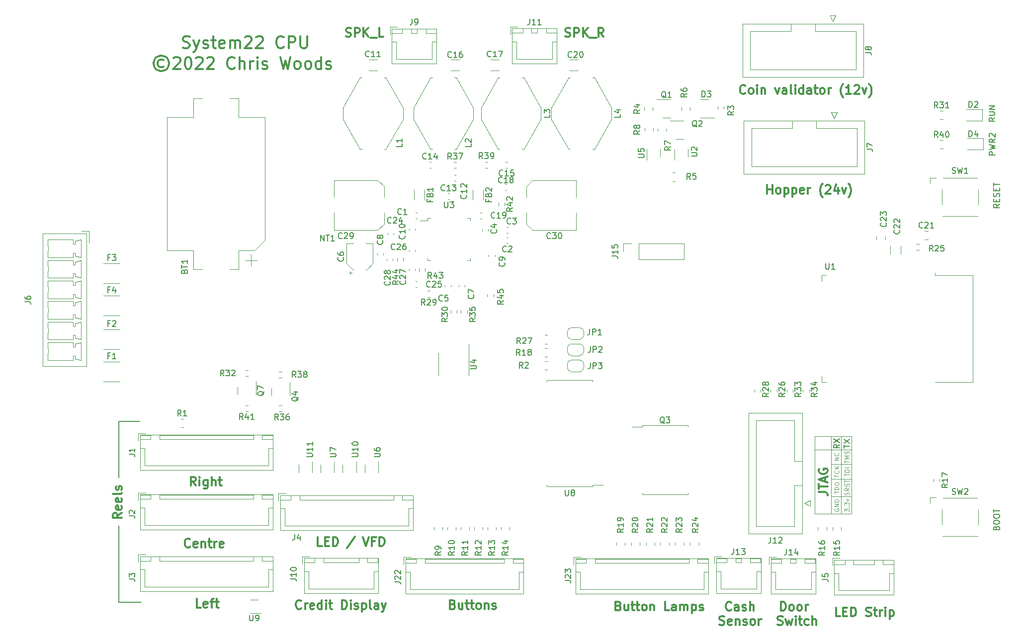
<source format=gbr>
%TF.GenerationSoftware,KiCad,Pcbnew,6.0.9-8da3e8f707~117~ubuntu20.04.1*%
%TF.CreationDate,2022-12-14T18:19:00+01:00*%
%TF.ProjectId,anna_elsa_esp32_cpu,616e6e61-5f65-46c7-9361-5f6573703332,rev?*%
%TF.SameCoordinates,Original*%
%TF.FileFunction,Legend,Top*%
%TF.FilePolarity,Positive*%
%FSLAX46Y46*%
G04 Gerber Fmt 4.6, Leading zero omitted, Abs format (unit mm)*
G04 Created by KiCad (PCBNEW 6.0.9-8da3e8f707~117~ubuntu20.04.1) date 2022-12-14 18:19:00*
%MOMM*%
%LPD*%
G01*
G04 APERTURE LIST*
%ADD10C,0.120000*%
%ADD11C,0.150000*%
%ADD12C,0.300000*%
%ADD13C,0.100000*%
G04 APERTURE END LIST*
D10*
X183500000Y-106250000D02*
X183500000Y-95250000D01*
X189750000Y-93000000D02*
X189750000Y-95250000D01*
X186250000Y-106250000D02*
X186250000Y-95250000D01*
X189750000Y-106250000D02*
X183500000Y-106250000D01*
D11*
X65000000Y-90500000D02*
X68500000Y-90500000D01*
D10*
X188000000Y-95250000D02*
X188000000Y-106250000D01*
D11*
X65000000Y-121250000D02*
X68750000Y-121250000D01*
D10*
X189750000Y-95250000D02*
X189750000Y-106250000D01*
X183500000Y-95250000D02*
X189750000Y-95250000D01*
X186250000Y-95250000D02*
X186250000Y-93000000D01*
X183500000Y-93000000D02*
X189750000Y-93000000D01*
X186250000Y-103250000D02*
X189750000Y-103250000D01*
D11*
X65000000Y-90500000D02*
X65000000Y-100000000D01*
D10*
X186250000Y-95250000D02*
X186250000Y-106250000D01*
D11*
X65000000Y-108250000D02*
X65000000Y-121250000D01*
D10*
X186250000Y-100250000D02*
X189750000Y-100250000D01*
X188000000Y-95250000D02*
X188000000Y-93000000D01*
X186250000Y-97750000D02*
X189750000Y-97750000D01*
X183500000Y-95250000D02*
X183500000Y-93000000D01*
D12*
X77107142Y-111785714D02*
X77035714Y-111857142D01*
X76821428Y-111928571D01*
X76678571Y-111928571D01*
X76464285Y-111857142D01*
X76321428Y-111714285D01*
X76250000Y-111571428D01*
X76178571Y-111285714D01*
X76178571Y-111071428D01*
X76250000Y-110785714D01*
X76321428Y-110642857D01*
X76464285Y-110500000D01*
X76678571Y-110428571D01*
X76821428Y-110428571D01*
X77035714Y-110500000D01*
X77107142Y-110571428D01*
X78321428Y-111857142D02*
X78178571Y-111928571D01*
X77892857Y-111928571D01*
X77750000Y-111857142D01*
X77678571Y-111714285D01*
X77678571Y-111142857D01*
X77750000Y-111000000D01*
X77892857Y-110928571D01*
X78178571Y-110928571D01*
X78321428Y-111000000D01*
X78392857Y-111142857D01*
X78392857Y-111285714D01*
X77678571Y-111428571D01*
X79035714Y-110928571D02*
X79035714Y-111928571D01*
X79035714Y-111071428D02*
X79107142Y-111000000D01*
X79250000Y-110928571D01*
X79464285Y-110928571D01*
X79607142Y-111000000D01*
X79678571Y-111142857D01*
X79678571Y-111928571D01*
X80178571Y-110928571D02*
X80750000Y-110928571D01*
X80392857Y-110428571D02*
X80392857Y-111714285D01*
X80464285Y-111857142D01*
X80607142Y-111928571D01*
X80750000Y-111928571D01*
X81250000Y-111928571D02*
X81250000Y-110928571D01*
X81250000Y-111214285D02*
X81321428Y-111071428D01*
X81392857Y-111000000D01*
X81535714Y-110928571D01*
X81678571Y-110928571D01*
X82750000Y-111857142D02*
X82607142Y-111928571D01*
X82321428Y-111928571D01*
X82178571Y-111857142D01*
X82107142Y-111714285D01*
X82107142Y-111142857D01*
X82178571Y-111000000D01*
X82321428Y-110928571D01*
X82607142Y-110928571D01*
X82750000Y-111000000D01*
X82821428Y-111142857D01*
X82821428Y-111285714D01*
X82107142Y-111428571D01*
X78071428Y-101428571D02*
X77571428Y-100714285D01*
X77214285Y-101428571D02*
X77214285Y-99928571D01*
X77785714Y-99928571D01*
X77928571Y-100000000D01*
X78000000Y-100071428D01*
X78071428Y-100214285D01*
X78071428Y-100428571D01*
X78000000Y-100571428D01*
X77928571Y-100642857D01*
X77785714Y-100714285D01*
X77214285Y-100714285D01*
X78714285Y-101428571D02*
X78714285Y-100428571D01*
X78714285Y-99928571D02*
X78642857Y-100000000D01*
X78714285Y-100071428D01*
X78785714Y-100000000D01*
X78714285Y-99928571D01*
X78714285Y-100071428D01*
X80071428Y-100428571D02*
X80071428Y-101642857D01*
X80000000Y-101785714D01*
X79928571Y-101857142D01*
X79785714Y-101928571D01*
X79571428Y-101928571D01*
X79428571Y-101857142D01*
X80071428Y-101357142D02*
X79928571Y-101428571D01*
X79642857Y-101428571D01*
X79500000Y-101357142D01*
X79428571Y-101285714D01*
X79357142Y-101142857D01*
X79357142Y-100714285D01*
X79428571Y-100571428D01*
X79500000Y-100500000D01*
X79642857Y-100428571D01*
X79928571Y-100428571D01*
X80071428Y-100500000D01*
X80785714Y-101428571D02*
X80785714Y-99928571D01*
X81428571Y-101428571D02*
X81428571Y-100642857D01*
X81357142Y-100500000D01*
X81214285Y-100428571D01*
X81000000Y-100428571D01*
X80857142Y-100500000D01*
X80785714Y-100571428D01*
X81928571Y-100428571D02*
X82500000Y-100428571D01*
X82142857Y-99928571D02*
X82142857Y-101214285D01*
X82214285Y-101357142D01*
X82357142Y-101428571D01*
X82500000Y-101428571D01*
X177714285Y-122721071D02*
X177714285Y-121221071D01*
X178071428Y-121221071D01*
X178285714Y-121292500D01*
X178428571Y-121435357D01*
X178500000Y-121578214D01*
X178571428Y-121863928D01*
X178571428Y-122078214D01*
X178500000Y-122363928D01*
X178428571Y-122506785D01*
X178285714Y-122649642D01*
X178071428Y-122721071D01*
X177714285Y-122721071D01*
X179428571Y-122721071D02*
X179285714Y-122649642D01*
X179214285Y-122578214D01*
X179142857Y-122435357D01*
X179142857Y-122006785D01*
X179214285Y-121863928D01*
X179285714Y-121792500D01*
X179428571Y-121721071D01*
X179642857Y-121721071D01*
X179785714Y-121792500D01*
X179857142Y-121863928D01*
X179928571Y-122006785D01*
X179928571Y-122435357D01*
X179857142Y-122578214D01*
X179785714Y-122649642D01*
X179642857Y-122721071D01*
X179428571Y-122721071D01*
X180785714Y-122721071D02*
X180642857Y-122649642D01*
X180571428Y-122578214D01*
X180500000Y-122435357D01*
X180500000Y-122006785D01*
X180571428Y-121863928D01*
X180642857Y-121792500D01*
X180785714Y-121721071D01*
X181000000Y-121721071D01*
X181142857Y-121792500D01*
X181214285Y-121863928D01*
X181285714Y-122006785D01*
X181285714Y-122435357D01*
X181214285Y-122578214D01*
X181142857Y-122649642D01*
X181000000Y-122721071D01*
X180785714Y-122721071D01*
X181928571Y-122721071D02*
X181928571Y-121721071D01*
X181928571Y-122006785D02*
X182000000Y-121863928D01*
X182071428Y-121792500D01*
X182214285Y-121721071D01*
X182357142Y-121721071D01*
X177178571Y-125064642D02*
X177392857Y-125136071D01*
X177750000Y-125136071D01*
X177892857Y-125064642D01*
X177964285Y-124993214D01*
X178035714Y-124850357D01*
X178035714Y-124707500D01*
X177964285Y-124564642D01*
X177892857Y-124493214D01*
X177750000Y-124421785D01*
X177464285Y-124350357D01*
X177321428Y-124278928D01*
X177250000Y-124207500D01*
X177178571Y-124064642D01*
X177178571Y-123921785D01*
X177250000Y-123778928D01*
X177321428Y-123707500D01*
X177464285Y-123636071D01*
X177821428Y-123636071D01*
X178035714Y-123707500D01*
X178535714Y-124136071D02*
X178821428Y-125136071D01*
X179107142Y-124421785D01*
X179392857Y-125136071D01*
X179678571Y-124136071D01*
X180250000Y-125136071D02*
X180250000Y-124136071D01*
X180250000Y-123636071D02*
X180178571Y-123707500D01*
X180250000Y-123778928D01*
X180321428Y-123707500D01*
X180250000Y-123636071D01*
X180250000Y-123778928D01*
X180750000Y-124136071D02*
X181321428Y-124136071D01*
X180964285Y-123636071D02*
X180964285Y-124921785D01*
X181035714Y-125064642D01*
X181178571Y-125136071D01*
X181321428Y-125136071D01*
X182464285Y-125064642D02*
X182321428Y-125136071D01*
X182035714Y-125136071D01*
X181892857Y-125064642D01*
X181821428Y-124993214D01*
X181750000Y-124850357D01*
X181750000Y-124421785D01*
X181821428Y-124278928D01*
X181892857Y-124207500D01*
X182035714Y-124136071D01*
X182321428Y-124136071D01*
X182464285Y-124207500D01*
X183107142Y-125136071D02*
X183107142Y-123636071D01*
X183750000Y-125136071D02*
X183750000Y-124350357D01*
X183678571Y-124207500D01*
X183535714Y-124136071D01*
X183321428Y-124136071D01*
X183178571Y-124207500D01*
X183107142Y-124278928D01*
X187821428Y-123678571D02*
X187107142Y-123678571D01*
X187107142Y-122178571D01*
X188321428Y-122892857D02*
X188821428Y-122892857D01*
X189035714Y-123678571D02*
X188321428Y-123678571D01*
X188321428Y-122178571D01*
X189035714Y-122178571D01*
X189678571Y-123678571D02*
X189678571Y-122178571D01*
X190035714Y-122178571D01*
X190250000Y-122250000D01*
X190392857Y-122392857D01*
X190464285Y-122535714D01*
X190535714Y-122821428D01*
X190535714Y-123035714D01*
X190464285Y-123321428D01*
X190392857Y-123464285D01*
X190250000Y-123607142D01*
X190035714Y-123678571D01*
X189678571Y-123678571D01*
X192250000Y-123607142D02*
X192464285Y-123678571D01*
X192821428Y-123678571D01*
X192964285Y-123607142D01*
X193035714Y-123535714D01*
X193107142Y-123392857D01*
X193107142Y-123250000D01*
X193035714Y-123107142D01*
X192964285Y-123035714D01*
X192821428Y-122964285D01*
X192535714Y-122892857D01*
X192392857Y-122821428D01*
X192321428Y-122750000D01*
X192250000Y-122607142D01*
X192250000Y-122464285D01*
X192321428Y-122321428D01*
X192392857Y-122250000D01*
X192535714Y-122178571D01*
X192892857Y-122178571D01*
X193107142Y-122250000D01*
X193535714Y-122678571D02*
X194107142Y-122678571D01*
X193750000Y-122178571D02*
X193750000Y-123464285D01*
X193821428Y-123607142D01*
X193964285Y-123678571D01*
X194107142Y-123678571D01*
X194607142Y-123678571D02*
X194607142Y-122678571D01*
X194607142Y-122964285D02*
X194678571Y-122821428D01*
X194750000Y-122750000D01*
X194892857Y-122678571D01*
X195035714Y-122678571D01*
X195535714Y-123678571D02*
X195535714Y-122678571D01*
X195535714Y-122178571D02*
X195464285Y-122250000D01*
X195535714Y-122321428D01*
X195607142Y-122250000D01*
X195535714Y-122178571D01*
X195535714Y-122321428D01*
X196250000Y-122678571D02*
X196250000Y-124178571D01*
X196250000Y-122750000D02*
X196392857Y-122678571D01*
X196678571Y-122678571D01*
X196821428Y-122750000D01*
X196892857Y-122821428D01*
X196964285Y-122964285D01*
X196964285Y-123392857D01*
X196892857Y-123535714D01*
X196821428Y-123607142D01*
X196678571Y-123678571D01*
X196392857Y-123678571D01*
X196250000Y-123607142D01*
X171678571Y-34535714D02*
X171607142Y-34607142D01*
X171392857Y-34678571D01*
X171250000Y-34678571D01*
X171035714Y-34607142D01*
X170892857Y-34464285D01*
X170821428Y-34321428D01*
X170750000Y-34035714D01*
X170750000Y-33821428D01*
X170821428Y-33535714D01*
X170892857Y-33392857D01*
X171035714Y-33250000D01*
X171250000Y-33178571D01*
X171392857Y-33178571D01*
X171607142Y-33250000D01*
X171678571Y-33321428D01*
X172535714Y-34678571D02*
X172392857Y-34607142D01*
X172321428Y-34535714D01*
X172250000Y-34392857D01*
X172250000Y-33964285D01*
X172321428Y-33821428D01*
X172392857Y-33750000D01*
X172535714Y-33678571D01*
X172750000Y-33678571D01*
X172892857Y-33750000D01*
X172964285Y-33821428D01*
X173035714Y-33964285D01*
X173035714Y-34392857D01*
X172964285Y-34535714D01*
X172892857Y-34607142D01*
X172750000Y-34678571D01*
X172535714Y-34678571D01*
X173678571Y-34678571D02*
X173678571Y-33678571D01*
X173678571Y-33178571D02*
X173607142Y-33250000D01*
X173678571Y-33321428D01*
X173750000Y-33250000D01*
X173678571Y-33178571D01*
X173678571Y-33321428D01*
X174392857Y-33678571D02*
X174392857Y-34678571D01*
X174392857Y-33821428D02*
X174464285Y-33750000D01*
X174607142Y-33678571D01*
X174821428Y-33678571D01*
X174964285Y-33750000D01*
X175035714Y-33892857D01*
X175035714Y-34678571D01*
X176750000Y-33678571D02*
X177107142Y-34678571D01*
X177464285Y-33678571D01*
X178678571Y-34678571D02*
X178678571Y-33892857D01*
X178607142Y-33750000D01*
X178464285Y-33678571D01*
X178178571Y-33678571D01*
X178035714Y-33750000D01*
X178678571Y-34607142D02*
X178535714Y-34678571D01*
X178178571Y-34678571D01*
X178035714Y-34607142D01*
X177964285Y-34464285D01*
X177964285Y-34321428D01*
X178035714Y-34178571D01*
X178178571Y-34107142D01*
X178535714Y-34107142D01*
X178678571Y-34035714D01*
X179607142Y-34678571D02*
X179464285Y-34607142D01*
X179392857Y-34464285D01*
X179392857Y-33178571D01*
X180178571Y-34678571D02*
X180178571Y-33678571D01*
X180178571Y-33178571D02*
X180107142Y-33250000D01*
X180178571Y-33321428D01*
X180250000Y-33250000D01*
X180178571Y-33178571D01*
X180178571Y-33321428D01*
X181535714Y-34678571D02*
X181535714Y-33178571D01*
X181535714Y-34607142D02*
X181392857Y-34678571D01*
X181107142Y-34678571D01*
X180964285Y-34607142D01*
X180892857Y-34535714D01*
X180821428Y-34392857D01*
X180821428Y-33964285D01*
X180892857Y-33821428D01*
X180964285Y-33750000D01*
X181107142Y-33678571D01*
X181392857Y-33678571D01*
X181535714Y-33750000D01*
X182892857Y-34678571D02*
X182892857Y-33892857D01*
X182821428Y-33750000D01*
X182678571Y-33678571D01*
X182392857Y-33678571D01*
X182250000Y-33750000D01*
X182892857Y-34607142D02*
X182750000Y-34678571D01*
X182392857Y-34678571D01*
X182250000Y-34607142D01*
X182178571Y-34464285D01*
X182178571Y-34321428D01*
X182250000Y-34178571D01*
X182392857Y-34107142D01*
X182750000Y-34107142D01*
X182892857Y-34035714D01*
X183392857Y-33678571D02*
X183964285Y-33678571D01*
X183607142Y-33178571D02*
X183607142Y-34464285D01*
X183678571Y-34607142D01*
X183821428Y-34678571D01*
X183964285Y-34678571D01*
X184678571Y-34678571D02*
X184535714Y-34607142D01*
X184464285Y-34535714D01*
X184392857Y-34392857D01*
X184392857Y-33964285D01*
X184464285Y-33821428D01*
X184535714Y-33750000D01*
X184678571Y-33678571D01*
X184892857Y-33678571D01*
X185035714Y-33750000D01*
X185107142Y-33821428D01*
X185178571Y-33964285D01*
X185178571Y-34392857D01*
X185107142Y-34535714D01*
X185035714Y-34607142D01*
X184892857Y-34678571D01*
X184678571Y-34678571D01*
X185821428Y-34678571D02*
X185821428Y-33678571D01*
X185821428Y-33964285D02*
X185892857Y-33821428D01*
X185964285Y-33750000D01*
X186107142Y-33678571D01*
X186250000Y-33678571D01*
X188321428Y-35250000D02*
X188250000Y-35178571D01*
X188107142Y-34964285D01*
X188035714Y-34821428D01*
X187964285Y-34607142D01*
X187892857Y-34250000D01*
X187892857Y-33964285D01*
X187964285Y-33607142D01*
X188035714Y-33392857D01*
X188107142Y-33250000D01*
X188250000Y-33035714D01*
X188321428Y-32964285D01*
X189678571Y-34678571D02*
X188821428Y-34678571D01*
X189250000Y-34678571D02*
X189250000Y-33178571D01*
X189107142Y-33392857D01*
X188964285Y-33535714D01*
X188821428Y-33607142D01*
X190250000Y-33321428D02*
X190321428Y-33250000D01*
X190464285Y-33178571D01*
X190821428Y-33178571D01*
X190964285Y-33250000D01*
X191035714Y-33321428D01*
X191107142Y-33464285D01*
X191107142Y-33607142D01*
X191035714Y-33821428D01*
X190178571Y-34678571D01*
X191107142Y-34678571D01*
X191607142Y-33678571D02*
X191964285Y-34678571D01*
X192321428Y-33678571D01*
X192750000Y-35250000D02*
X192821428Y-35178571D01*
X192964285Y-34964285D01*
X193035714Y-34821428D01*
X193107142Y-34607142D01*
X193178571Y-34250000D01*
X193178571Y-33964285D01*
X193107142Y-33607142D01*
X193035714Y-33392857D01*
X192964285Y-33250000D01*
X192821428Y-33035714D01*
X192750000Y-32964285D01*
X175397142Y-51676071D02*
X175397142Y-50176071D01*
X175397142Y-50890357D02*
X176254285Y-50890357D01*
X176254285Y-51676071D02*
X176254285Y-50176071D01*
X177182857Y-51676071D02*
X177040000Y-51604642D01*
X176968571Y-51533214D01*
X176897142Y-51390357D01*
X176897142Y-50961785D01*
X176968571Y-50818928D01*
X177040000Y-50747500D01*
X177182857Y-50676071D01*
X177397142Y-50676071D01*
X177540000Y-50747500D01*
X177611428Y-50818928D01*
X177682857Y-50961785D01*
X177682857Y-51390357D01*
X177611428Y-51533214D01*
X177540000Y-51604642D01*
X177397142Y-51676071D01*
X177182857Y-51676071D01*
X178325714Y-50676071D02*
X178325714Y-52176071D01*
X178325714Y-50747500D02*
X178468571Y-50676071D01*
X178754285Y-50676071D01*
X178897142Y-50747500D01*
X178968571Y-50818928D01*
X179040000Y-50961785D01*
X179040000Y-51390357D01*
X178968571Y-51533214D01*
X178897142Y-51604642D01*
X178754285Y-51676071D01*
X178468571Y-51676071D01*
X178325714Y-51604642D01*
X179682857Y-50676071D02*
X179682857Y-52176071D01*
X179682857Y-50747500D02*
X179825714Y-50676071D01*
X180111428Y-50676071D01*
X180254285Y-50747500D01*
X180325714Y-50818928D01*
X180397142Y-50961785D01*
X180397142Y-51390357D01*
X180325714Y-51533214D01*
X180254285Y-51604642D01*
X180111428Y-51676071D01*
X179825714Y-51676071D01*
X179682857Y-51604642D01*
X181611428Y-51604642D02*
X181468571Y-51676071D01*
X181182857Y-51676071D01*
X181040000Y-51604642D01*
X180968571Y-51461785D01*
X180968571Y-50890357D01*
X181040000Y-50747500D01*
X181182857Y-50676071D01*
X181468571Y-50676071D01*
X181611428Y-50747500D01*
X181682857Y-50890357D01*
X181682857Y-51033214D01*
X180968571Y-51176071D01*
X182325714Y-51676071D02*
X182325714Y-50676071D01*
X182325714Y-50961785D02*
X182397142Y-50818928D01*
X182468571Y-50747500D01*
X182611428Y-50676071D01*
X182754285Y-50676071D01*
X184825714Y-52247500D02*
X184754285Y-52176071D01*
X184611428Y-51961785D01*
X184540000Y-51818928D01*
X184468571Y-51604642D01*
X184397142Y-51247500D01*
X184397142Y-50961785D01*
X184468571Y-50604642D01*
X184540000Y-50390357D01*
X184611428Y-50247500D01*
X184754285Y-50033214D01*
X184825714Y-49961785D01*
X185325714Y-50318928D02*
X185397142Y-50247500D01*
X185540000Y-50176071D01*
X185897142Y-50176071D01*
X186040000Y-50247500D01*
X186111428Y-50318928D01*
X186182857Y-50461785D01*
X186182857Y-50604642D01*
X186111428Y-50818928D01*
X185254285Y-51676071D01*
X186182857Y-51676071D01*
X187468571Y-50676071D02*
X187468571Y-51676071D01*
X187111428Y-50104642D02*
X186754285Y-51176071D01*
X187682857Y-51176071D01*
X188111428Y-50676071D02*
X188468571Y-51676071D01*
X188825714Y-50676071D01*
X189254285Y-52247500D02*
X189325714Y-52176071D01*
X189468571Y-51961785D01*
X189540000Y-51818928D01*
X189611428Y-51604642D01*
X189682857Y-51247500D01*
X189682857Y-50961785D01*
X189611428Y-50604642D01*
X189540000Y-50390357D01*
X189468571Y-50247500D01*
X189325714Y-50033214D01*
X189254285Y-49961785D01*
D13*
X186875000Y-105321428D02*
X186839285Y-105392857D01*
X186839285Y-105500000D01*
X186875000Y-105607142D01*
X186946428Y-105678571D01*
X187017857Y-105714285D01*
X187160714Y-105750000D01*
X187267857Y-105750000D01*
X187410714Y-105714285D01*
X187482142Y-105678571D01*
X187553571Y-105607142D01*
X187589285Y-105500000D01*
X187589285Y-105428571D01*
X187553571Y-105321428D01*
X187517857Y-105285714D01*
X187267857Y-105285714D01*
X187267857Y-105428571D01*
X187589285Y-104964285D02*
X186839285Y-104964285D01*
X187589285Y-104535714D01*
X186839285Y-104535714D01*
X187589285Y-104178571D02*
X186839285Y-104178571D01*
X186839285Y-104000000D01*
X186875000Y-103892857D01*
X186946428Y-103821428D01*
X187017857Y-103785714D01*
X187160714Y-103750000D01*
X187267857Y-103750000D01*
X187410714Y-103785714D01*
X187482142Y-103821428D01*
X187553571Y-103892857D01*
X187589285Y-104000000D01*
X187589285Y-104178571D01*
X189303571Y-102982142D02*
X189339285Y-102875000D01*
X189339285Y-102696428D01*
X189303571Y-102625000D01*
X189267857Y-102589285D01*
X189196428Y-102553571D01*
X189125000Y-102553571D01*
X189053571Y-102589285D01*
X189017857Y-102625000D01*
X188982142Y-102696428D01*
X188946428Y-102839285D01*
X188910714Y-102910714D01*
X188875000Y-102946428D01*
X188803571Y-102982142D01*
X188732142Y-102982142D01*
X188660714Y-102946428D01*
X188625000Y-102910714D01*
X188589285Y-102839285D01*
X188589285Y-102660714D01*
X188625000Y-102553571D01*
X189339285Y-101803571D02*
X188982142Y-102053571D01*
X189339285Y-102232142D02*
X188589285Y-102232142D01*
X188589285Y-101946428D01*
X188625000Y-101875000D01*
X188660714Y-101839285D01*
X188732142Y-101803571D01*
X188839285Y-101803571D01*
X188910714Y-101839285D01*
X188946428Y-101875000D01*
X188982142Y-101946428D01*
X188982142Y-102232142D01*
X189303571Y-101517857D02*
X189339285Y-101410714D01*
X189339285Y-101232142D01*
X189303571Y-101160714D01*
X189267857Y-101125000D01*
X189196428Y-101089285D01*
X189125000Y-101089285D01*
X189053571Y-101125000D01*
X189017857Y-101160714D01*
X188982142Y-101232142D01*
X188946428Y-101375000D01*
X188910714Y-101446428D01*
X188875000Y-101482142D01*
X188803571Y-101517857D01*
X188732142Y-101517857D01*
X188660714Y-101482142D01*
X188625000Y-101446428D01*
X188589285Y-101375000D01*
X188589285Y-101196428D01*
X188625000Y-101089285D01*
X188589285Y-100875000D02*
X188589285Y-100446428D01*
X189339285Y-100660714D02*
X188589285Y-100660714D01*
X186839285Y-102732142D02*
X186839285Y-102303571D01*
X187589285Y-102517857D02*
X186839285Y-102517857D01*
X187589285Y-102053571D02*
X186839285Y-102053571D01*
X186839285Y-101875000D01*
X186875000Y-101767857D01*
X186946428Y-101696428D01*
X187017857Y-101660714D01*
X187160714Y-101625000D01*
X187267857Y-101625000D01*
X187410714Y-101660714D01*
X187482142Y-101696428D01*
X187553571Y-101767857D01*
X187589285Y-101875000D01*
X187589285Y-102053571D01*
X186839285Y-101160714D02*
X186839285Y-101017857D01*
X186875000Y-100946428D01*
X186946428Y-100875000D01*
X187089285Y-100839285D01*
X187339285Y-100839285D01*
X187482142Y-100875000D01*
X187553571Y-100946428D01*
X187589285Y-101017857D01*
X187589285Y-101160714D01*
X187553571Y-101232142D01*
X187482142Y-101303571D01*
X187339285Y-101339285D01*
X187089285Y-101339285D01*
X186946428Y-101303571D01*
X186875000Y-101232142D01*
X186839285Y-101160714D01*
X188589285Y-99767857D02*
X188589285Y-99339285D01*
X189339285Y-99553571D02*
X188589285Y-99553571D01*
X189339285Y-99089285D02*
X188589285Y-99089285D01*
X188589285Y-98910714D01*
X188625000Y-98803571D01*
X188696428Y-98732142D01*
X188767857Y-98696428D01*
X188910714Y-98660714D01*
X189017857Y-98660714D01*
X189160714Y-98696428D01*
X189232142Y-98732142D01*
X189303571Y-98803571D01*
X189339285Y-98910714D01*
X189339285Y-99089285D01*
X189339285Y-98339285D02*
X188589285Y-98339285D01*
X186839285Y-99964285D02*
X186839285Y-99535714D01*
X187589285Y-99750000D02*
X186839285Y-99750000D01*
X187517857Y-98857142D02*
X187553571Y-98892857D01*
X187589285Y-99000000D01*
X187589285Y-99071428D01*
X187553571Y-99178571D01*
X187482142Y-99250000D01*
X187410714Y-99285714D01*
X187267857Y-99321428D01*
X187160714Y-99321428D01*
X187017857Y-99285714D01*
X186946428Y-99250000D01*
X186875000Y-99178571D01*
X186839285Y-99071428D01*
X186839285Y-99000000D01*
X186875000Y-98892857D01*
X186910714Y-98857142D01*
X187589285Y-98535714D02*
X186839285Y-98535714D01*
X187589285Y-98107142D02*
X187160714Y-98428571D01*
X186839285Y-98107142D02*
X187267857Y-98535714D01*
X188589285Y-97500000D02*
X188589285Y-97071428D01*
X189339285Y-97285714D02*
X188589285Y-97285714D01*
X189339285Y-96821428D02*
X188589285Y-96821428D01*
X189125000Y-96571428D01*
X188589285Y-96321428D01*
X189339285Y-96321428D01*
X189303571Y-96000000D02*
X189339285Y-95892857D01*
X189339285Y-95714285D01*
X189303571Y-95642857D01*
X189267857Y-95607142D01*
X189196428Y-95571428D01*
X189125000Y-95571428D01*
X189053571Y-95607142D01*
X189017857Y-95642857D01*
X188982142Y-95714285D01*
X188946428Y-95857142D01*
X188910714Y-95928571D01*
X188875000Y-95964285D01*
X188803571Y-96000000D01*
X188732142Y-96000000D01*
X188660714Y-95964285D01*
X188625000Y-95928571D01*
X188589285Y-95857142D01*
X188589285Y-95678571D01*
X188625000Y-95571428D01*
D12*
X184178571Y-102500000D02*
X185250000Y-102500000D01*
X185464285Y-102571428D01*
X185607142Y-102714285D01*
X185678571Y-102928571D01*
X185678571Y-103071428D01*
X184178571Y-102000000D02*
X184178571Y-101142857D01*
X185678571Y-101571428D02*
X184178571Y-101571428D01*
X185250000Y-100714285D02*
X185250000Y-100000000D01*
X185678571Y-100857142D02*
X184178571Y-100357142D01*
X185678571Y-99857142D01*
X184250000Y-98571428D02*
X184178571Y-98714285D01*
X184178571Y-98928571D01*
X184250000Y-99142857D01*
X184392857Y-99285714D01*
X184535714Y-99357142D01*
X184821428Y-99428571D01*
X185035714Y-99428571D01*
X185321428Y-99357142D01*
X185464285Y-99285714D01*
X185607142Y-99142857D01*
X185678571Y-98928571D01*
X185678571Y-98785714D01*
X185607142Y-98571428D01*
X185535714Y-98500000D01*
X185035714Y-98500000D01*
X185035714Y-98785714D01*
D13*
X187589285Y-97089285D02*
X186839285Y-97089285D01*
X187589285Y-96660714D01*
X186839285Y-96660714D01*
X187517857Y-95875000D02*
X187553571Y-95910714D01*
X187589285Y-96017857D01*
X187589285Y-96089285D01*
X187553571Y-96196428D01*
X187482142Y-96267857D01*
X187410714Y-96303571D01*
X187267857Y-96339285D01*
X187160714Y-96339285D01*
X187017857Y-96303571D01*
X186946428Y-96267857D01*
X186875000Y-96196428D01*
X186839285Y-96089285D01*
X186839285Y-96017857D01*
X186875000Y-95910714D01*
X186910714Y-95875000D01*
D12*
X72571428Y-28880952D02*
X72380952Y-28785714D01*
X72000000Y-28785714D01*
X71809523Y-28880952D01*
X71619047Y-29071428D01*
X71523809Y-29261904D01*
X71523809Y-29642857D01*
X71619047Y-29833333D01*
X71809523Y-30023809D01*
X72000000Y-30119047D01*
X72380952Y-30119047D01*
X72571428Y-30023809D01*
X72190476Y-28119047D02*
X71714285Y-28214285D01*
X71238095Y-28500000D01*
X70952380Y-28976190D01*
X70857142Y-29452380D01*
X70952380Y-29928571D01*
X71238095Y-30404761D01*
X71714285Y-30690476D01*
X72190476Y-30785714D01*
X72666666Y-30690476D01*
X73142857Y-30404761D01*
X73428571Y-29928571D01*
X73523809Y-29452380D01*
X73428571Y-28976190D01*
X73142857Y-28500000D01*
X72666666Y-28214285D01*
X72190476Y-28119047D01*
X74285714Y-28595238D02*
X74380952Y-28500000D01*
X74571428Y-28404761D01*
X75047619Y-28404761D01*
X75238095Y-28500000D01*
X75333333Y-28595238D01*
X75428571Y-28785714D01*
X75428571Y-28976190D01*
X75333333Y-29261904D01*
X74190476Y-30404761D01*
X75428571Y-30404761D01*
X76666666Y-28404761D02*
X76857142Y-28404761D01*
X77047619Y-28500000D01*
X77142857Y-28595238D01*
X77238095Y-28785714D01*
X77333333Y-29166666D01*
X77333333Y-29642857D01*
X77238095Y-30023809D01*
X77142857Y-30214285D01*
X77047619Y-30309523D01*
X76857142Y-30404761D01*
X76666666Y-30404761D01*
X76476190Y-30309523D01*
X76380952Y-30214285D01*
X76285714Y-30023809D01*
X76190476Y-29642857D01*
X76190476Y-29166666D01*
X76285714Y-28785714D01*
X76380952Y-28595238D01*
X76476190Y-28500000D01*
X76666666Y-28404761D01*
X78095238Y-28595238D02*
X78190476Y-28500000D01*
X78380952Y-28404761D01*
X78857142Y-28404761D01*
X79047619Y-28500000D01*
X79142857Y-28595238D01*
X79238095Y-28785714D01*
X79238095Y-28976190D01*
X79142857Y-29261904D01*
X78000000Y-30404761D01*
X79238095Y-30404761D01*
X80000000Y-28595238D02*
X80095238Y-28500000D01*
X80285714Y-28404761D01*
X80761904Y-28404761D01*
X80952380Y-28500000D01*
X81047619Y-28595238D01*
X81142857Y-28785714D01*
X81142857Y-28976190D01*
X81047619Y-29261904D01*
X79904761Y-30404761D01*
X81142857Y-30404761D01*
X84666666Y-30214285D02*
X84571428Y-30309523D01*
X84285714Y-30404761D01*
X84095238Y-30404761D01*
X83809523Y-30309523D01*
X83619047Y-30119047D01*
X83523809Y-29928571D01*
X83428571Y-29547619D01*
X83428571Y-29261904D01*
X83523809Y-28880952D01*
X83619047Y-28690476D01*
X83809523Y-28500000D01*
X84095238Y-28404761D01*
X84285714Y-28404761D01*
X84571428Y-28500000D01*
X84666666Y-28595238D01*
X85523809Y-30404761D02*
X85523809Y-28404761D01*
X86380952Y-30404761D02*
X86380952Y-29357142D01*
X86285714Y-29166666D01*
X86095238Y-29071428D01*
X85809523Y-29071428D01*
X85619047Y-29166666D01*
X85523809Y-29261904D01*
X87333333Y-30404761D02*
X87333333Y-29071428D01*
X87333333Y-29452380D02*
X87428571Y-29261904D01*
X87523809Y-29166666D01*
X87714285Y-29071428D01*
X87904761Y-29071428D01*
X88571428Y-30404761D02*
X88571428Y-29071428D01*
X88571428Y-28404761D02*
X88476190Y-28500000D01*
X88571428Y-28595238D01*
X88666666Y-28500000D01*
X88571428Y-28404761D01*
X88571428Y-28595238D01*
X89428571Y-30309523D02*
X89619047Y-30404761D01*
X90000000Y-30404761D01*
X90190476Y-30309523D01*
X90285714Y-30119047D01*
X90285714Y-30023809D01*
X90190476Y-29833333D01*
X90000000Y-29738095D01*
X89714285Y-29738095D01*
X89523809Y-29642857D01*
X89428571Y-29452380D01*
X89428571Y-29357142D01*
X89523809Y-29166666D01*
X89714285Y-29071428D01*
X90000000Y-29071428D01*
X90190476Y-29166666D01*
X92476190Y-28404761D02*
X92952380Y-30404761D01*
X93333333Y-28976190D01*
X93714285Y-30404761D01*
X94190476Y-28404761D01*
X95238095Y-30404761D02*
X95047619Y-30309523D01*
X94952380Y-30214285D01*
X94857142Y-30023809D01*
X94857142Y-29452380D01*
X94952380Y-29261904D01*
X95047619Y-29166666D01*
X95238095Y-29071428D01*
X95523809Y-29071428D01*
X95714285Y-29166666D01*
X95809523Y-29261904D01*
X95904761Y-29452380D01*
X95904761Y-30023809D01*
X95809523Y-30214285D01*
X95714285Y-30309523D01*
X95523809Y-30404761D01*
X95238095Y-30404761D01*
X97047619Y-30404761D02*
X96857142Y-30309523D01*
X96761904Y-30214285D01*
X96666666Y-30023809D01*
X96666666Y-29452380D01*
X96761904Y-29261904D01*
X96857142Y-29166666D01*
X97047619Y-29071428D01*
X97333333Y-29071428D01*
X97523809Y-29166666D01*
X97619047Y-29261904D01*
X97714285Y-29452380D01*
X97714285Y-30023809D01*
X97619047Y-30214285D01*
X97523809Y-30309523D01*
X97333333Y-30404761D01*
X97047619Y-30404761D01*
X99428571Y-30404761D02*
X99428571Y-28404761D01*
X99428571Y-30309523D02*
X99238095Y-30404761D01*
X98857142Y-30404761D01*
X98666666Y-30309523D01*
X98571428Y-30214285D01*
X98476190Y-30023809D01*
X98476190Y-29452380D01*
X98571428Y-29261904D01*
X98666666Y-29166666D01*
X98857142Y-29071428D01*
X99238095Y-29071428D01*
X99428571Y-29166666D01*
X100285714Y-30309523D02*
X100476190Y-30404761D01*
X100857142Y-30404761D01*
X101047619Y-30309523D01*
X101142857Y-30119047D01*
X101142857Y-30023809D01*
X101047619Y-29833333D01*
X100857142Y-29738095D01*
X100571428Y-29738095D01*
X100380952Y-29642857D01*
X100285714Y-29452380D01*
X100285714Y-29357142D01*
X100380952Y-29166666D01*
X100571428Y-29071428D01*
X100857142Y-29071428D01*
X101047619Y-29166666D01*
D11*
X188452380Y-95011904D02*
X188452380Y-94440476D01*
X189452380Y-94726190D02*
X188452380Y-94726190D01*
X188452380Y-94202380D02*
X189452380Y-93535714D01*
X188452380Y-93535714D02*
X189452380Y-94202380D01*
X187702380Y-94416666D02*
X187226190Y-94750000D01*
X187702380Y-94988095D02*
X186702380Y-94988095D01*
X186702380Y-94607142D01*
X186750000Y-94511904D01*
X186797619Y-94464285D01*
X186892857Y-94416666D01*
X187035714Y-94416666D01*
X187130952Y-94464285D01*
X187178571Y-94511904D01*
X187226190Y-94607142D01*
X187226190Y-94988095D01*
X186702380Y-94083333D02*
X187702380Y-93416666D01*
X186702380Y-93416666D02*
X187702380Y-94083333D01*
D12*
X121857142Y-121642857D02*
X122071428Y-121714285D01*
X122142857Y-121785714D01*
X122214285Y-121928571D01*
X122214285Y-122142857D01*
X122142857Y-122285714D01*
X122071428Y-122357142D01*
X121928571Y-122428571D01*
X121357142Y-122428571D01*
X121357142Y-120928571D01*
X121857142Y-120928571D01*
X122000000Y-121000000D01*
X122071428Y-121071428D01*
X122142857Y-121214285D01*
X122142857Y-121357142D01*
X122071428Y-121500000D01*
X122000000Y-121571428D01*
X121857142Y-121642857D01*
X121357142Y-121642857D01*
X123500000Y-121428571D02*
X123500000Y-122428571D01*
X122857142Y-121428571D02*
X122857142Y-122214285D01*
X122928571Y-122357142D01*
X123071428Y-122428571D01*
X123285714Y-122428571D01*
X123428571Y-122357142D01*
X123500000Y-122285714D01*
X124000000Y-121428571D02*
X124571428Y-121428571D01*
X124214285Y-120928571D02*
X124214285Y-122214285D01*
X124285714Y-122357142D01*
X124428571Y-122428571D01*
X124571428Y-122428571D01*
X124857142Y-121428571D02*
X125428571Y-121428571D01*
X125071428Y-120928571D02*
X125071428Y-122214285D01*
X125142857Y-122357142D01*
X125285714Y-122428571D01*
X125428571Y-122428571D01*
X126142857Y-122428571D02*
X126000000Y-122357142D01*
X125928571Y-122285714D01*
X125857142Y-122142857D01*
X125857142Y-121714285D01*
X125928571Y-121571428D01*
X126000000Y-121500000D01*
X126142857Y-121428571D01*
X126357142Y-121428571D01*
X126500000Y-121500000D01*
X126571428Y-121571428D01*
X126642857Y-121714285D01*
X126642857Y-122142857D01*
X126571428Y-122285714D01*
X126500000Y-122357142D01*
X126357142Y-122428571D01*
X126142857Y-122428571D01*
X127285714Y-121428571D02*
X127285714Y-122428571D01*
X127285714Y-121571428D02*
X127357142Y-121500000D01*
X127500000Y-121428571D01*
X127714285Y-121428571D01*
X127857142Y-121500000D01*
X127928571Y-121642857D01*
X127928571Y-122428571D01*
X128571428Y-122357142D02*
X128714285Y-122428571D01*
X129000000Y-122428571D01*
X129142857Y-122357142D01*
X129214285Y-122214285D01*
X129214285Y-122142857D01*
X129142857Y-122000000D01*
X129000000Y-121928571D01*
X128785714Y-121928571D01*
X128642857Y-121857142D01*
X128571428Y-121714285D01*
X128571428Y-121642857D01*
X128642857Y-121500000D01*
X128785714Y-121428571D01*
X129000000Y-121428571D01*
X129142857Y-121500000D01*
X65428571Y-106071428D02*
X64714285Y-106571428D01*
X65428571Y-106928571D02*
X63928571Y-106928571D01*
X63928571Y-106357142D01*
X64000000Y-106214285D01*
X64071428Y-106142857D01*
X64214285Y-106071428D01*
X64428571Y-106071428D01*
X64571428Y-106142857D01*
X64642857Y-106214285D01*
X64714285Y-106357142D01*
X64714285Y-106928571D01*
X65357142Y-104857142D02*
X65428571Y-105000000D01*
X65428571Y-105285714D01*
X65357142Y-105428571D01*
X65214285Y-105500000D01*
X64642857Y-105500000D01*
X64500000Y-105428571D01*
X64428571Y-105285714D01*
X64428571Y-105000000D01*
X64500000Y-104857142D01*
X64642857Y-104785714D01*
X64785714Y-104785714D01*
X64928571Y-105500000D01*
X65357142Y-103571428D02*
X65428571Y-103714285D01*
X65428571Y-104000000D01*
X65357142Y-104142857D01*
X65214285Y-104214285D01*
X64642857Y-104214285D01*
X64500000Y-104142857D01*
X64428571Y-104000000D01*
X64428571Y-103714285D01*
X64500000Y-103571428D01*
X64642857Y-103500000D01*
X64785714Y-103500000D01*
X64928571Y-104214285D01*
X65428571Y-102642857D02*
X65357142Y-102785714D01*
X65214285Y-102857142D01*
X63928571Y-102857142D01*
X65357142Y-102142857D02*
X65428571Y-102000000D01*
X65428571Y-101714285D01*
X65357142Y-101571428D01*
X65214285Y-101500000D01*
X65142857Y-101500000D01*
X65000000Y-101571428D01*
X64928571Y-101714285D01*
X64928571Y-101928571D01*
X64857142Y-102071428D01*
X64714285Y-102142857D01*
X64642857Y-102142857D01*
X64500000Y-102071428D01*
X64428571Y-101928571D01*
X64428571Y-101714285D01*
X64500000Y-101571428D01*
X169250000Y-122578214D02*
X169178571Y-122649642D01*
X168964285Y-122721071D01*
X168821428Y-122721071D01*
X168607142Y-122649642D01*
X168464285Y-122506785D01*
X168392857Y-122363928D01*
X168321428Y-122078214D01*
X168321428Y-121863928D01*
X168392857Y-121578214D01*
X168464285Y-121435357D01*
X168607142Y-121292500D01*
X168821428Y-121221071D01*
X168964285Y-121221071D01*
X169178571Y-121292500D01*
X169250000Y-121363928D01*
X170535714Y-122721071D02*
X170535714Y-121935357D01*
X170464285Y-121792500D01*
X170321428Y-121721071D01*
X170035714Y-121721071D01*
X169892857Y-121792500D01*
X170535714Y-122649642D02*
X170392857Y-122721071D01*
X170035714Y-122721071D01*
X169892857Y-122649642D01*
X169821428Y-122506785D01*
X169821428Y-122363928D01*
X169892857Y-122221071D01*
X170035714Y-122149642D01*
X170392857Y-122149642D01*
X170535714Y-122078214D01*
X171178571Y-122649642D02*
X171321428Y-122721071D01*
X171607142Y-122721071D01*
X171750000Y-122649642D01*
X171821428Y-122506785D01*
X171821428Y-122435357D01*
X171750000Y-122292500D01*
X171607142Y-122221071D01*
X171392857Y-122221071D01*
X171250000Y-122149642D01*
X171178571Y-122006785D01*
X171178571Y-121935357D01*
X171250000Y-121792500D01*
X171392857Y-121721071D01*
X171607142Y-121721071D01*
X171750000Y-121792500D01*
X172464285Y-122721071D02*
X172464285Y-121221071D01*
X173107142Y-122721071D02*
X173107142Y-121935357D01*
X173035714Y-121792500D01*
X172892857Y-121721071D01*
X172678571Y-121721071D01*
X172535714Y-121792500D01*
X172464285Y-121863928D01*
X167250000Y-125064642D02*
X167464285Y-125136071D01*
X167821428Y-125136071D01*
X167964285Y-125064642D01*
X168035714Y-124993214D01*
X168107142Y-124850357D01*
X168107142Y-124707500D01*
X168035714Y-124564642D01*
X167964285Y-124493214D01*
X167821428Y-124421785D01*
X167535714Y-124350357D01*
X167392857Y-124278928D01*
X167321428Y-124207500D01*
X167250000Y-124064642D01*
X167250000Y-123921785D01*
X167321428Y-123778928D01*
X167392857Y-123707500D01*
X167535714Y-123636071D01*
X167892857Y-123636071D01*
X168107142Y-123707500D01*
X169321428Y-125064642D02*
X169178571Y-125136071D01*
X168892857Y-125136071D01*
X168750000Y-125064642D01*
X168678571Y-124921785D01*
X168678571Y-124350357D01*
X168750000Y-124207500D01*
X168892857Y-124136071D01*
X169178571Y-124136071D01*
X169321428Y-124207500D01*
X169392857Y-124350357D01*
X169392857Y-124493214D01*
X168678571Y-124636071D01*
X170035714Y-124136071D02*
X170035714Y-125136071D01*
X170035714Y-124278928D02*
X170107142Y-124207500D01*
X170250000Y-124136071D01*
X170464285Y-124136071D01*
X170607142Y-124207500D01*
X170678571Y-124350357D01*
X170678571Y-125136071D01*
X171321428Y-125064642D02*
X171464285Y-125136071D01*
X171750000Y-125136071D01*
X171892857Y-125064642D01*
X171964285Y-124921785D01*
X171964285Y-124850357D01*
X171892857Y-124707500D01*
X171750000Y-124636071D01*
X171535714Y-124636071D01*
X171392857Y-124564642D01*
X171321428Y-124421785D01*
X171321428Y-124350357D01*
X171392857Y-124207500D01*
X171535714Y-124136071D01*
X171750000Y-124136071D01*
X171892857Y-124207500D01*
X172821428Y-125136071D02*
X172678571Y-125064642D01*
X172607142Y-124993214D01*
X172535714Y-124850357D01*
X172535714Y-124421785D01*
X172607142Y-124278928D01*
X172678571Y-124207500D01*
X172821428Y-124136071D01*
X173035714Y-124136071D01*
X173178571Y-124207500D01*
X173250000Y-124278928D01*
X173321428Y-124421785D01*
X173321428Y-124850357D01*
X173250000Y-124993214D01*
X173178571Y-125064642D01*
X173035714Y-125136071D01*
X172821428Y-125136071D01*
X173964285Y-125136071D02*
X173964285Y-124136071D01*
X173964285Y-124421785D02*
X174035714Y-124278928D01*
X174107142Y-124207500D01*
X174250000Y-124136071D01*
X174392857Y-124136071D01*
X96035714Y-122285714D02*
X95964285Y-122357142D01*
X95750000Y-122428571D01*
X95607142Y-122428571D01*
X95392857Y-122357142D01*
X95250000Y-122214285D01*
X95178571Y-122071428D01*
X95107142Y-121785714D01*
X95107142Y-121571428D01*
X95178571Y-121285714D01*
X95250000Y-121142857D01*
X95392857Y-121000000D01*
X95607142Y-120928571D01*
X95750000Y-120928571D01*
X95964285Y-121000000D01*
X96035714Y-121071428D01*
X96678571Y-122428571D02*
X96678571Y-121428571D01*
X96678571Y-121714285D02*
X96750000Y-121571428D01*
X96821428Y-121500000D01*
X96964285Y-121428571D01*
X97107142Y-121428571D01*
X98178571Y-122357142D02*
X98035714Y-122428571D01*
X97750000Y-122428571D01*
X97607142Y-122357142D01*
X97535714Y-122214285D01*
X97535714Y-121642857D01*
X97607142Y-121500000D01*
X97750000Y-121428571D01*
X98035714Y-121428571D01*
X98178571Y-121500000D01*
X98250000Y-121642857D01*
X98250000Y-121785714D01*
X97535714Y-121928571D01*
X99535714Y-122428571D02*
X99535714Y-120928571D01*
X99535714Y-122357142D02*
X99392857Y-122428571D01*
X99107142Y-122428571D01*
X98964285Y-122357142D01*
X98892857Y-122285714D01*
X98821428Y-122142857D01*
X98821428Y-121714285D01*
X98892857Y-121571428D01*
X98964285Y-121500000D01*
X99107142Y-121428571D01*
X99392857Y-121428571D01*
X99535714Y-121500000D01*
X100250000Y-122428571D02*
X100250000Y-121428571D01*
X100250000Y-120928571D02*
X100178571Y-121000000D01*
X100250000Y-121071428D01*
X100321428Y-121000000D01*
X100250000Y-120928571D01*
X100250000Y-121071428D01*
X100750000Y-121428571D02*
X101321428Y-121428571D01*
X100964285Y-120928571D02*
X100964285Y-122214285D01*
X101035714Y-122357142D01*
X101178571Y-122428571D01*
X101321428Y-122428571D01*
X102964285Y-122428571D02*
X102964285Y-120928571D01*
X103321428Y-120928571D01*
X103535714Y-121000000D01*
X103678571Y-121142857D01*
X103750000Y-121285714D01*
X103821428Y-121571428D01*
X103821428Y-121785714D01*
X103750000Y-122071428D01*
X103678571Y-122214285D01*
X103535714Y-122357142D01*
X103321428Y-122428571D01*
X102964285Y-122428571D01*
X104464285Y-122428571D02*
X104464285Y-121428571D01*
X104464285Y-120928571D02*
X104392857Y-121000000D01*
X104464285Y-121071428D01*
X104535714Y-121000000D01*
X104464285Y-120928571D01*
X104464285Y-121071428D01*
X105107142Y-122357142D02*
X105250000Y-122428571D01*
X105535714Y-122428571D01*
X105678571Y-122357142D01*
X105750000Y-122214285D01*
X105750000Y-122142857D01*
X105678571Y-122000000D01*
X105535714Y-121928571D01*
X105321428Y-121928571D01*
X105178571Y-121857142D01*
X105107142Y-121714285D01*
X105107142Y-121642857D01*
X105178571Y-121500000D01*
X105321428Y-121428571D01*
X105535714Y-121428571D01*
X105678571Y-121500000D01*
X106392857Y-121428571D02*
X106392857Y-122928571D01*
X106392857Y-121500000D02*
X106535714Y-121428571D01*
X106821428Y-121428571D01*
X106964285Y-121500000D01*
X107035714Y-121571428D01*
X107107142Y-121714285D01*
X107107142Y-122142857D01*
X107035714Y-122285714D01*
X106964285Y-122357142D01*
X106821428Y-122428571D01*
X106535714Y-122428571D01*
X106392857Y-122357142D01*
X107964285Y-122428571D02*
X107821428Y-122357142D01*
X107750000Y-122214285D01*
X107750000Y-120928571D01*
X109178571Y-122428571D02*
X109178571Y-121642857D01*
X109107142Y-121500000D01*
X108964285Y-121428571D01*
X108678571Y-121428571D01*
X108535714Y-121500000D01*
X109178571Y-122357142D02*
X109035714Y-122428571D01*
X108678571Y-122428571D01*
X108535714Y-122357142D01*
X108464285Y-122214285D01*
X108464285Y-122071428D01*
X108535714Y-121928571D01*
X108678571Y-121857142D01*
X109035714Y-121857142D01*
X109178571Y-121785714D01*
X109750000Y-121428571D02*
X110107142Y-122428571D01*
X110464285Y-121428571D02*
X110107142Y-122428571D01*
X109964285Y-122785714D01*
X109892857Y-122857142D01*
X109750000Y-122928571D01*
X150071428Y-121892857D02*
X150285714Y-121964285D01*
X150357142Y-122035714D01*
X150428571Y-122178571D01*
X150428571Y-122392857D01*
X150357142Y-122535714D01*
X150285714Y-122607142D01*
X150142857Y-122678571D01*
X149571428Y-122678571D01*
X149571428Y-121178571D01*
X150071428Y-121178571D01*
X150214285Y-121250000D01*
X150285714Y-121321428D01*
X150357142Y-121464285D01*
X150357142Y-121607142D01*
X150285714Y-121750000D01*
X150214285Y-121821428D01*
X150071428Y-121892857D01*
X149571428Y-121892857D01*
X151714285Y-121678571D02*
X151714285Y-122678571D01*
X151071428Y-121678571D02*
X151071428Y-122464285D01*
X151142857Y-122607142D01*
X151285714Y-122678571D01*
X151500000Y-122678571D01*
X151642857Y-122607142D01*
X151714285Y-122535714D01*
X152214285Y-121678571D02*
X152785714Y-121678571D01*
X152428571Y-121178571D02*
X152428571Y-122464285D01*
X152500000Y-122607142D01*
X152642857Y-122678571D01*
X152785714Y-122678571D01*
X153071428Y-121678571D02*
X153642857Y-121678571D01*
X153285714Y-121178571D02*
X153285714Y-122464285D01*
X153357142Y-122607142D01*
X153500000Y-122678571D01*
X153642857Y-122678571D01*
X154357142Y-122678571D02*
X154214285Y-122607142D01*
X154142857Y-122535714D01*
X154071428Y-122392857D01*
X154071428Y-121964285D01*
X154142857Y-121821428D01*
X154214285Y-121750000D01*
X154357142Y-121678571D01*
X154571428Y-121678571D01*
X154714285Y-121750000D01*
X154785714Y-121821428D01*
X154857142Y-121964285D01*
X154857142Y-122392857D01*
X154785714Y-122535714D01*
X154714285Y-122607142D01*
X154571428Y-122678571D01*
X154357142Y-122678571D01*
X155500000Y-121678571D02*
X155500000Y-122678571D01*
X155500000Y-121821428D02*
X155571428Y-121750000D01*
X155714285Y-121678571D01*
X155928571Y-121678571D01*
X156071428Y-121750000D01*
X156142857Y-121892857D01*
X156142857Y-122678571D01*
X158714285Y-122678571D02*
X158000000Y-122678571D01*
X158000000Y-121178571D01*
X159857142Y-122678571D02*
X159857142Y-121892857D01*
X159785714Y-121750000D01*
X159642857Y-121678571D01*
X159357142Y-121678571D01*
X159214285Y-121750000D01*
X159857142Y-122607142D02*
X159714285Y-122678571D01*
X159357142Y-122678571D01*
X159214285Y-122607142D01*
X159142857Y-122464285D01*
X159142857Y-122321428D01*
X159214285Y-122178571D01*
X159357142Y-122107142D01*
X159714285Y-122107142D01*
X159857142Y-122035714D01*
X160571428Y-122678571D02*
X160571428Y-121678571D01*
X160571428Y-121821428D02*
X160642857Y-121750000D01*
X160785714Y-121678571D01*
X161000000Y-121678571D01*
X161142857Y-121750000D01*
X161214285Y-121892857D01*
X161214285Y-122678571D01*
X161214285Y-121892857D02*
X161285714Y-121750000D01*
X161428571Y-121678571D01*
X161642857Y-121678571D01*
X161785714Y-121750000D01*
X161857142Y-121892857D01*
X161857142Y-122678571D01*
X162571428Y-121678571D02*
X162571428Y-123178571D01*
X162571428Y-121750000D02*
X162714285Y-121678571D01*
X163000000Y-121678571D01*
X163142857Y-121750000D01*
X163214285Y-121821428D01*
X163285714Y-121964285D01*
X163285714Y-122392857D01*
X163214285Y-122535714D01*
X163142857Y-122607142D01*
X163000000Y-122678571D01*
X162714285Y-122678571D01*
X162571428Y-122607142D01*
X163857142Y-122607142D02*
X164000000Y-122678571D01*
X164285714Y-122678571D01*
X164428571Y-122607142D01*
X164500000Y-122464285D01*
X164500000Y-122392857D01*
X164428571Y-122250000D01*
X164285714Y-122178571D01*
X164071428Y-122178571D01*
X163928571Y-122107142D01*
X163857142Y-121964285D01*
X163857142Y-121892857D01*
X163928571Y-121750000D01*
X164071428Y-121678571D01*
X164285714Y-121678571D01*
X164428571Y-121750000D01*
X75888952Y-26753523D02*
X76174666Y-26848761D01*
X76650857Y-26848761D01*
X76841333Y-26753523D01*
X76936571Y-26658285D01*
X77031809Y-26467809D01*
X77031809Y-26277333D01*
X76936571Y-26086857D01*
X76841333Y-25991619D01*
X76650857Y-25896380D01*
X76269904Y-25801142D01*
X76079428Y-25705904D01*
X75984190Y-25610666D01*
X75888952Y-25420190D01*
X75888952Y-25229714D01*
X75984190Y-25039238D01*
X76079428Y-24944000D01*
X76269904Y-24848761D01*
X76746095Y-24848761D01*
X77031809Y-24944000D01*
X77698476Y-25515428D02*
X78174666Y-26848761D01*
X78650857Y-25515428D02*
X78174666Y-26848761D01*
X77984190Y-27324952D01*
X77888952Y-27420190D01*
X77698476Y-27515428D01*
X79317523Y-26753523D02*
X79508000Y-26848761D01*
X79888952Y-26848761D01*
X80079428Y-26753523D01*
X80174666Y-26563047D01*
X80174666Y-26467809D01*
X80079428Y-26277333D01*
X79888952Y-26182095D01*
X79603238Y-26182095D01*
X79412761Y-26086857D01*
X79317523Y-25896380D01*
X79317523Y-25801142D01*
X79412761Y-25610666D01*
X79603238Y-25515428D01*
X79888952Y-25515428D01*
X80079428Y-25610666D01*
X80746095Y-25515428D02*
X81508000Y-25515428D01*
X81031809Y-24848761D02*
X81031809Y-26563047D01*
X81127047Y-26753523D01*
X81317523Y-26848761D01*
X81508000Y-26848761D01*
X82936571Y-26753523D02*
X82746095Y-26848761D01*
X82365142Y-26848761D01*
X82174666Y-26753523D01*
X82079428Y-26563047D01*
X82079428Y-25801142D01*
X82174666Y-25610666D01*
X82365142Y-25515428D01*
X82746095Y-25515428D01*
X82936571Y-25610666D01*
X83031809Y-25801142D01*
X83031809Y-25991619D01*
X82079428Y-26182095D01*
X83888952Y-26848761D02*
X83888952Y-25515428D01*
X83888952Y-25705904D02*
X83984190Y-25610666D01*
X84174666Y-25515428D01*
X84460380Y-25515428D01*
X84650857Y-25610666D01*
X84746095Y-25801142D01*
X84746095Y-26848761D01*
X84746095Y-25801142D02*
X84841333Y-25610666D01*
X85031809Y-25515428D01*
X85317523Y-25515428D01*
X85508000Y-25610666D01*
X85603238Y-25801142D01*
X85603238Y-26848761D01*
X86460380Y-25039238D02*
X86555619Y-24944000D01*
X86746095Y-24848761D01*
X87222285Y-24848761D01*
X87412761Y-24944000D01*
X87508000Y-25039238D01*
X87603238Y-25229714D01*
X87603238Y-25420190D01*
X87508000Y-25705904D01*
X86365142Y-26848761D01*
X87603238Y-26848761D01*
X88365142Y-25039238D02*
X88460380Y-24944000D01*
X88650857Y-24848761D01*
X89127047Y-24848761D01*
X89317523Y-24944000D01*
X89412761Y-25039238D01*
X89508000Y-25229714D01*
X89508000Y-25420190D01*
X89412761Y-25705904D01*
X88269904Y-26848761D01*
X89508000Y-26848761D01*
X93031809Y-26658285D02*
X92936571Y-26753523D01*
X92650857Y-26848761D01*
X92460380Y-26848761D01*
X92174666Y-26753523D01*
X91984190Y-26563047D01*
X91888952Y-26372571D01*
X91793714Y-25991619D01*
X91793714Y-25705904D01*
X91888952Y-25324952D01*
X91984190Y-25134476D01*
X92174666Y-24944000D01*
X92460380Y-24848761D01*
X92650857Y-24848761D01*
X92936571Y-24944000D01*
X93031809Y-25039238D01*
X93888952Y-26848761D02*
X93888952Y-24848761D01*
X94650857Y-24848761D01*
X94841333Y-24944000D01*
X94936571Y-25039238D01*
X95031809Y-25229714D01*
X95031809Y-25515428D01*
X94936571Y-25705904D01*
X94841333Y-25801142D01*
X94650857Y-25896380D01*
X93888952Y-25896380D01*
X95888952Y-24848761D02*
X95888952Y-26467809D01*
X95984190Y-26658285D01*
X96079428Y-26753523D01*
X96269904Y-26848761D01*
X96650857Y-26848761D01*
X96841333Y-26753523D01*
X96936571Y-26658285D01*
X97031809Y-26467809D01*
X97031809Y-24848761D01*
X78964285Y-122178571D02*
X78250000Y-122178571D01*
X78250000Y-120678571D01*
X80035714Y-122107142D02*
X79892857Y-122178571D01*
X79607142Y-122178571D01*
X79464285Y-122107142D01*
X79392857Y-121964285D01*
X79392857Y-121392857D01*
X79464285Y-121250000D01*
X79607142Y-121178571D01*
X79892857Y-121178571D01*
X80035714Y-121250000D01*
X80107142Y-121392857D01*
X80107142Y-121535714D01*
X79392857Y-121678571D01*
X80535714Y-121178571D02*
X81107142Y-121178571D01*
X80750000Y-122178571D02*
X80750000Y-120892857D01*
X80821428Y-120750000D01*
X80964285Y-120678571D01*
X81107142Y-120678571D01*
X81392857Y-121178571D02*
X81964285Y-121178571D01*
X81607142Y-120678571D02*
X81607142Y-121964285D01*
X81678571Y-122107142D01*
X81821428Y-122178571D01*
X81964285Y-122178571D01*
D13*
X188589285Y-105821428D02*
X188589285Y-105357142D01*
X188875000Y-105607142D01*
X188875000Y-105500000D01*
X188910714Y-105428571D01*
X188946428Y-105392857D01*
X189017857Y-105357142D01*
X189196428Y-105357142D01*
X189267857Y-105392857D01*
X189303571Y-105428571D01*
X189339285Y-105500000D01*
X189339285Y-105714285D01*
X189303571Y-105785714D01*
X189267857Y-105821428D01*
X189267857Y-105035714D02*
X189303571Y-105000000D01*
X189339285Y-105035714D01*
X189303571Y-105071428D01*
X189267857Y-105035714D01*
X189339285Y-105035714D01*
X188589285Y-104750000D02*
X188589285Y-104285714D01*
X188875000Y-104535714D01*
X188875000Y-104428571D01*
X188910714Y-104357142D01*
X188946428Y-104321428D01*
X189017857Y-104285714D01*
X189196428Y-104285714D01*
X189267857Y-104321428D01*
X189303571Y-104357142D01*
X189339285Y-104428571D01*
X189339285Y-104642857D01*
X189303571Y-104714285D01*
X189267857Y-104750000D01*
X188839285Y-104035714D02*
X189339285Y-103857142D01*
X188839285Y-103678571D01*
D11*
%TO.C,U11*%
X96952380Y-96488095D02*
X97761904Y-96488095D01*
X97857142Y-96440476D01*
X97904761Y-96392857D01*
X97952380Y-96297619D01*
X97952380Y-96107142D01*
X97904761Y-96011904D01*
X97857142Y-95964285D01*
X97761904Y-95916666D01*
X96952380Y-95916666D01*
X97952380Y-94916666D02*
X97952380Y-95488095D01*
X97952380Y-95202380D02*
X96952380Y-95202380D01*
X97095238Y-95297619D01*
X97190476Y-95392857D01*
X97238095Y-95488095D01*
X97952380Y-93964285D02*
X97952380Y-94535714D01*
X97952380Y-94250000D02*
X96952380Y-94250000D01*
X97095238Y-94345238D01*
X97190476Y-94440476D01*
X97238095Y-94535714D01*
%TO.C,U10*%
X104702380Y-96488095D02*
X105511904Y-96488095D01*
X105607142Y-96440476D01*
X105654761Y-96392857D01*
X105702380Y-96297619D01*
X105702380Y-96107142D01*
X105654761Y-96011904D01*
X105607142Y-95964285D01*
X105511904Y-95916666D01*
X104702380Y-95916666D01*
X105702380Y-94916666D02*
X105702380Y-95488095D01*
X105702380Y-95202380D02*
X104702380Y-95202380D01*
X104845238Y-95297619D01*
X104940476Y-95392857D01*
X104988095Y-95488095D01*
X104702380Y-94297619D02*
X104702380Y-94202380D01*
X104750000Y-94107142D01*
X104797619Y-94059523D01*
X104892857Y-94011904D01*
X105083333Y-93964285D01*
X105321428Y-93964285D01*
X105511904Y-94011904D01*
X105607142Y-94059523D01*
X105654761Y-94107142D01*
X105702380Y-94202380D01*
X105702380Y-94297619D01*
X105654761Y-94392857D01*
X105607142Y-94440476D01*
X105511904Y-94488095D01*
X105321428Y-94535714D01*
X105083333Y-94535714D01*
X104892857Y-94488095D01*
X104797619Y-94440476D01*
X104750000Y-94392857D01*
X104702380Y-94297619D01*
%TO.C,U9*%
X87238095Y-123452380D02*
X87238095Y-124261904D01*
X87285714Y-124357142D01*
X87333333Y-124404761D01*
X87428571Y-124452380D01*
X87619047Y-124452380D01*
X87714285Y-124404761D01*
X87761904Y-124357142D01*
X87809523Y-124261904D01*
X87809523Y-123452380D01*
X88333333Y-124452380D02*
X88523809Y-124452380D01*
X88619047Y-124404761D01*
X88666666Y-124357142D01*
X88761904Y-124214285D01*
X88809523Y-124023809D01*
X88809523Y-123642857D01*
X88761904Y-123547619D01*
X88714285Y-123500000D01*
X88619047Y-123452380D01*
X88428571Y-123452380D01*
X88333333Y-123500000D01*
X88285714Y-123547619D01*
X88238095Y-123642857D01*
X88238095Y-123880952D01*
X88285714Y-123976190D01*
X88333333Y-124023809D01*
X88428571Y-124071428D01*
X88619047Y-124071428D01*
X88714285Y-124023809D01*
X88761904Y-123976190D01*
X88809523Y-123880952D01*
%TO.C,U7*%
X100952380Y-96511904D02*
X101761904Y-96511904D01*
X101857142Y-96464285D01*
X101904761Y-96416666D01*
X101952380Y-96321428D01*
X101952380Y-96130952D01*
X101904761Y-96035714D01*
X101857142Y-95988095D01*
X101761904Y-95940476D01*
X100952380Y-95940476D01*
X100952380Y-95559523D02*
X100952380Y-94892857D01*
X101952380Y-95321428D01*
%TO.C,U6*%
X108452380Y-96511904D02*
X109261904Y-96511904D01*
X109357142Y-96464285D01*
X109404761Y-96416666D01*
X109452380Y-96321428D01*
X109452380Y-96130952D01*
X109404761Y-96035714D01*
X109357142Y-95988095D01*
X109261904Y-95940476D01*
X108452380Y-95940476D01*
X108452380Y-95035714D02*
X108452380Y-95226190D01*
X108500000Y-95321428D01*
X108547619Y-95369047D01*
X108690476Y-95464285D01*
X108880952Y-95511904D01*
X109261904Y-95511904D01*
X109357142Y-95464285D01*
X109404761Y-95416666D01*
X109452380Y-95321428D01*
X109452380Y-95130952D01*
X109404761Y-95035714D01*
X109357142Y-94988095D01*
X109261904Y-94940476D01*
X109023809Y-94940476D01*
X108928571Y-94988095D01*
X108880952Y-95035714D01*
X108833333Y-95130952D01*
X108833333Y-95321428D01*
X108880952Y-95416666D01*
X108928571Y-95464285D01*
X109023809Y-95511904D01*
%TO.C,U5*%
X153452380Y-45511904D02*
X154261904Y-45511904D01*
X154357142Y-45464285D01*
X154404761Y-45416666D01*
X154452380Y-45321428D01*
X154452380Y-45130952D01*
X154404761Y-45035714D01*
X154357142Y-44988095D01*
X154261904Y-44940476D01*
X153452380Y-44940476D01*
X153452380Y-43988095D02*
X153452380Y-44464285D01*
X153928571Y-44511904D01*
X153880952Y-44464285D01*
X153833333Y-44369047D01*
X153833333Y-44130952D01*
X153880952Y-44035714D01*
X153928571Y-43988095D01*
X154023809Y-43940476D01*
X154261904Y-43940476D01*
X154357142Y-43988095D01*
X154404761Y-44035714D01*
X154452380Y-44130952D01*
X154452380Y-44369047D01*
X154404761Y-44464285D01*
X154357142Y-44511904D01*
%TO.C,U2*%
X162452380Y-45261904D02*
X163261904Y-45261904D01*
X163357142Y-45214285D01*
X163404761Y-45166666D01*
X163452380Y-45071428D01*
X163452380Y-44880952D01*
X163404761Y-44785714D01*
X163357142Y-44738095D01*
X163261904Y-44690476D01*
X162452380Y-44690476D01*
X162547619Y-44261904D02*
X162500000Y-44214285D01*
X162452380Y-44119047D01*
X162452380Y-43880952D01*
X162500000Y-43785714D01*
X162547619Y-43738095D01*
X162642857Y-43690476D01*
X162738095Y-43690476D01*
X162880952Y-43738095D01*
X163452380Y-44309523D01*
X163452380Y-43690476D01*
%TO.C,J15*%
X148932380Y-62309523D02*
X149646666Y-62309523D01*
X149789523Y-62357142D01*
X149884761Y-62452380D01*
X149932380Y-62595238D01*
X149932380Y-62690476D01*
X149932380Y-61309523D02*
X149932380Y-61880952D01*
X149932380Y-61595238D02*
X148932380Y-61595238D01*
X149075238Y-61690476D01*
X149170476Y-61785714D01*
X149218095Y-61880952D01*
X148932380Y-60404761D02*
X148932380Y-60880952D01*
X149408571Y-60928571D01*
X149360952Y-60880952D01*
X149313333Y-60785714D01*
X149313333Y-60547619D01*
X149360952Y-60452380D01*
X149408571Y-60404761D01*
X149503809Y-60357142D01*
X149741904Y-60357142D01*
X149837142Y-60404761D01*
X149884761Y-60452380D01*
X149932380Y-60547619D01*
X149932380Y-60785714D01*
X149884761Y-60880952D01*
X149837142Y-60928571D01*
%TO.C,D2*%
X209761904Y-36952380D02*
X209761904Y-35952380D01*
X210000000Y-35952380D01*
X210142857Y-36000000D01*
X210238095Y-36095238D01*
X210285714Y-36190476D01*
X210333333Y-36380952D01*
X210333333Y-36523809D01*
X210285714Y-36714285D01*
X210238095Y-36809523D01*
X210142857Y-36904761D01*
X210000000Y-36952380D01*
X209761904Y-36952380D01*
X210714285Y-36047619D02*
X210761904Y-36000000D01*
X210857142Y-35952380D01*
X211095238Y-35952380D01*
X211190476Y-36000000D01*
X211238095Y-36047619D01*
X211285714Y-36142857D01*
X211285714Y-36238095D01*
X211238095Y-36380952D01*
X210666666Y-36952380D01*
X211285714Y-36952380D01*
X214175880Y-38734095D02*
X213699690Y-39067428D01*
X214175880Y-39305523D02*
X213175880Y-39305523D01*
X213175880Y-38924571D01*
X213223500Y-38829333D01*
X213271119Y-38781714D01*
X213366357Y-38734095D01*
X213509214Y-38734095D01*
X213604452Y-38781714D01*
X213652071Y-38829333D01*
X213699690Y-38924571D01*
X213699690Y-39305523D01*
X213175880Y-38305523D02*
X213985404Y-38305523D01*
X214080642Y-38257904D01*
X214128261Y-38210285D01*
X214175880Y-38115047D01*
X214175880Y-37924571D01*
X214128261Y-37829333D01*
X214080642Y-37781714D01*
X213985404Y-37734095D01*
X213175880Y-37734095D01*
X214175880Y-37257904D02*
X213175880Y-37257904D01*
X214175880Y-36686476D01*
X213175880Y-36686476D01*
%TO.C,R16*%
X185202380Y-112694857D02*
X184726190Y-113028190D01*
X185202380Y-113266285D02*
X184202380Y-113266285D01*
X184202380Y-112885333D01*
X184250000Y-112790095D01*
X184297619Y-112742476D01*
X184392857Y-112694857D01*
X184535714Y-112694857D01*
X184630952Y-112742476D01*
X184678571Y-112790095D01*
X184726190Y-112885333D01*
X184726190Y-113266285D01*
X185202380Y-111742476D02*
X185202380Y-112313904D01*
X185202380Y-112028190D02*
X184202380Y-112028190D01*
X184345238Y-112123428D01*
X184440476Y-112218666D01*
X184488095Y-112313904D01*
X184202380Y-110885333D02*
X184202380Y-111075809D01*
X184250000Y-111171047D01*
X184297619Y-111218666D01*
X184440476Y-111313904D01*
X184630952Y-111361523D01*
X185011904Y-111361523D01*
X185107142Y-111313904D01*
X185154761Y-111266285D01*
X185202380Y-111171047D01*
X185202380Y-110980571D01*
X185154761Y-110885333D01*
X185107142Y-110837714D01*
X185011904Y-110790095D01*
X184773809Y-110790095D01*
X184678571Y-110837714D01*
X184630952Y-110885333D01*
X184583333Y-110980571D01*
X184583333Y-111171047D01*
X184630952Y-111266285D01*
X184678571Y-111313904D01*
X184773809Y-111361523D01*
%TO.C,BT1*%
X76128571Y-64910714D02*
X76176190Y-64767857D01*
X76223809Y-64720238D01*
X76319047Y-64672619D01*
X76461904Y-64672619D01*
X76557142Y-64720238D01*
X76604761Y-64767857D01*
X76652380Y-64863095D01*
X76652380Y-65244047D01*
X75652380Y-65244047D01*
X75652380Y-64910714D01*
X75700000Y-64815476D01*
X75747619Y-64767857D01*
X75842857Y-64720238D01*
X75938095Y-64720238D01*
X76033333Y-64767857D01*
X76080952Y-64815476D01*
X76128571Y-64910714D01*
X76128571Y-65244047D01*
X75652380Y-64386904D02*
X75652380Y-63815476D01*
X76652380Y-64101190D02*
X75652380Y-64101190D01*
X76652380Y-62958333D02*
X76652380Y-63529761D01*
X76652380Y-63244047D02*
X75652380Y-63244047D01*
X75795238Y-63339285D01*
X75890476Y-63434523D01*
X75938095Y-63529761D01*
%TO.C,J5*%
X184770780Y-117376533D02*
X185485066Y-117376533D01*
X185627923Y-117424152D01*
X185723161Y-117519390D01*
X185770780Y-117662247D01*
X185770780Y-117757485D01*
X184770780Y-116424152D02*
X184770780Y-116900342D01*
X185246971Y-116947961D01*
X185199352Y-116900342D01*
X185151733Y-116805104D01*
X185151733Y-116567009D01*
X185199352Y-116471771D01*
X185246971Y-116424152D01*
X185342209Y-116376533D01*
X185580304Y-116376533D01*
X185675542Y-116424152D01*
X185723161Y-116471771D01*
X185770780Y-116567009D01*
X185770780Y-116805104D01*
X185723161Y-116900342D01*
X185675542Y-116947961D01*
%TO.C,J22*%
X111952380Y-117809523D02*
X112666666Y-117809523D01*
X112809523Y-117857142D01*
X112904761Y-117952380D01*
X112952380Y-118095238D01*
X112952380Y-118190476D01*
X112047619Y-117380952D02*
X112000000Y-117333333D01*
X111952380Y-117238095D01*
X111952380Y-117000000D01*
X112000000Y-116904761D01*
X112047619Y-116857142D01*
X112142857Y-116809523D01*
X112238095Y-116809523D01*
X112380952Y-116857142D01*
X112952380Y-117428571D01*
X112952380Y-116809523D01*
X112047619Y-116428571D02*
X112000000Y-116380952D01*
X111952380Y-116285714D01*
X111952380Y-116047619D01*
X112000000Y-115952380D01*
X112047619Y-115904761D01*
X112142857Y-115857142D01*
X112238095Y-115857142D01*
X112380952Y-115904761D01*
X112952380Y-116476190D01*
X112952380Y-115857142D01*
%TO.C,SW1*%
X206916666Y-48154761D02*
X207059523Y-48202380D01*
X207297619Y-48202380D01*
X207392857Y-48154761D01*
X207440476Y-48107142D01*
X207488095Y-48011904D01*
X207488095Y-47916666D01*
X207440476Y-47821428D01*
X207392857Y-47773809D01*
X207297619Y-47726190D01*
X207107142Y-47678571D01*
X207011904Y-47630952D01*
X206964285Y-47583333D01*
X206916666Y-47488095D01*
X206916666Y-47392857D01*
X206964285Y-47297619D01*
X207011904Y-47250000D01*
X207107142Y-47202380D01*
X207345238Y-47202380D01*
X207488095Y-47250000D01*
X207821428Y-47202380D02*
X208059523Y-48202380D01*
X208250000Y-47488095D01*
X208440476Y-48202380D01*
X208678571Y-47202380D01*
X209583333Y-48202380D02*
X209011904Y-48202380D01*
X209297619Y-48202380D02*
X209297619Y-47202380D01*
X209202380Y-47345238D01*
X209107142Y-47440476D01*
X209011904Y-47488095D01*
X214952380Y-53452380D02*
X214476190Y-53785714D01*
X214952380Y-54023809D02*
X213952380Y-54023809D01*
X213952380Y-53642857D01*
X214000000Y-53547619D01*
X214047619Y-53500000D01*
X214142857Y-53452380D01*
X214285714Y-53452380D01*
X214380952Y-53500000D01*
X214428571Y-53547619D01*
X214476190Y-53642857D01*
X214476190Y-54023809D01*
X214428571Y-53023809D02*
X214428571Y-52690476D01*
X214952380Y-52547619D02*
X214952380Y-53023809D01*
X213952380Y-53023809D01*
X213952380Y-52547619D01*
X214904761Y-52166666D02*
X214952380Y-52023809D01*
X214952380Y-51785714D01*
X214904761Y-51690476D01*
X214857142Y-51642857D01*
X214761904Y-51595238D01*
X214666666Y-51595238D01*
X214571428Y-51642857D01*
X214523809Y-51690476D01*
X214476190Y-51785714D01*
X214428571Y-51976190D01*
X214380952Y-52071428D01*
X214333333Y-52119047D01*
X214238095Y-52166666D01*
X214142857Y-52166666D01*
X214047619Y-52119047D01*
X214000000Y-52071428D01*
X213952380Y-51976190D01*
X213952380Y-51738095D01*
X214000000Y-51595238D01*
X214428571Y-51166666D02*
X214428571Y-50833333D01*
X214952380Y-50690476D02*
X214952380Y-51166666D01*
X213952380Y-51166666D01*
X213952380Y-50690476D01*
X213952380Y-50404761D02*
X213952380Y-49833333D01*
X214952380Y-50119047D02*
X213952380Y-50119047D01*
%TO.C,U1*%
X185372095Y-63518380D02*
X185372095Y-64327904D01*
X185419714Y-64423142D01*
X185467333Y-64470761D01*
X185562571Y-64518380D01*
X185753047Y-64518380D01*
X185848285Y-64470761D01*
X185895904Y-64423142D01*
X185943523Y-64327904D01*
X185943523Y-63518380D01*
X186943523Y-64518380D02*
X186372095Y-64518380D01*
X186657809Y-64518380D02*
X186657809Y-63518380D01*
X186562571Y-63661238D01*
X186467333Y-63756476D01*
X186372095Y-63804095D01*
%TO.C,R15*%
X187702380Y-112694857D02*
X187226190Y-113028190D01*
X187702380Y-113266285D02*
X186702380Y-113266285D01*
X186702380Y-112885333D01*
X186750000Y-112790095D01*
X186797619Y-112742476D01*
X186892857Y-112694857D01*
X187035714Y-112694857D01*
X187130952Y-112742476D01*
X187178571Y-112790095D01*
X187226190Y-112885333D01*
X187226190Y-113266285D01*
X187702380Y-111742476D02*
X187702380Y-112313904D01*
X187702380Y-112028190D02*
X186702380Y-112028190D01*
X186845238Y-112123428D01*
X186940476Y-112218666D01*
X186988095Y-112313904D01*
X186702380Y-110837714D02*
X186702380Y-111313904D01*
X187178571Y-111361523D01*
X187130952Y-111313904D01*
X187083333Y-111218666D01*
X187083333Y-110980571D01*
X187130952Y-110885333D01*
X187178571Y-110837714D01*
X187273809Y-110790095D01*
X187511904Y-110790095D01*
X187607142Y-110837714D01*
X187654761Y-110885333D01*
X187702380Y-110980571D01*
X187702380Y-111218666D01*
X187654761Y-111313904D01*
X187607142Y-111361523D01*
%TO.C,J10*%
X94194380Y-117293923D02*
X94908666Y-117293923D01*
X95051523Y-117341542D01*
X95146761Y-117436780D01*
X95194380Y-117579638D01*
X95194380Y-117674876D01*
X95194380Y-116293923D02*
X95194380Y-116865352D01*
X95194380Y-116579638D02*
X94194380Y-116579638D01*
X94337238Y-116674876D01*
X94432476Y-116770114D01*
X94480095Y-116865352D01*
X94194380Y-115674876D02*
X94194380Y-115579638D01*
X94242000Y-115484400D01*
X94289619Y-115436780D01*
X94384857Y-115389161D01*
X94575333Y-115341542D01*
X94813428Y-115341542D01*
X95003904Y-115389161D01*
X95099142Y-115436780D01*
X95146761Y-115484400D01*
X95194380Y-115579638D01*
X95194380Y-115674876D01*
X95146761Y-115770114D01*
X95099142Y-115817733D01*
X95003904Y-115865352D01*
X94813428Y-115912971D01*
X94575333Y-115912971D01*
X94384857Y-115865352D01*
X94289619Y-115817733D01*
X94242000Y-115770114D01*
X94194380Y-115674876D01*
%TO.C,J14*%
X178690476Y-112202380D02*
X178690476Y-112916666D01*
X178642857Y-113059523D01*
X178547619Y-113154761D01*
X178404761Y-113202380D01*
X178309523Y-113202380D01*
X179690476Y-113202380D02*
X179119047Y-113202380D01*
X179404761Y-113202380D02*
X179404761Y-112202380D01*
X179309523Y-112345238D01*
X179214285Y-112440476D01*
X179119047Y-112488095D01*
X180547619Y-112535714D02*
X180547619Y-113202380D01*
X180309523Y-112154761D02*
X180071428Y-112869047D01*
X180690476Y-112869047D01*
%TO.C,J23*%
X140952380Y-117559523D02*
X141666666Y-117559523D01*
X141809523Y-117607142D01*
X141904761Y-117702380D01*
X141952380Y-117845238D01*
X141952380Y-117940476D01*
X141047619Y-117130952D02*
X141000000Y-117083333D01*
X140952380Y-116988095D01*
X140952380Y-116750000D01*
X141000000Y-116654761D01*
X141047619Y-116607142D01*
X141142857Y-116559523D01*
X141238095Y-116559523D01*
X141380952Y-116607142D01*
X141952380Y-117178571D01*
X141952380Y-116559523D01*
X140952380Y-116226190D02*
X140952380Y-115607142D01*
X141333333Y-115940476D01*
X141333333Y-115797619D01*
X141380952Y-115702380D01*
X141428571Y-115654761D01*
X141523809Y-115607142D01*
X141761904Y-115607142D01*
X141857142Y-115654761D01*
X141904761Y-115702380D01*
X141952380Y-115797619D01*
X141952380Y-116083333D01*
X141904761Y-116178571D01*
X141857142Y-116226190D01*
%TO.C,R13*%
X128976380Y-112656857D02*
X128500190Y-112990190D01*
X128976380Y-113228285D02*
X127976380Y-113228285D01*
X127976380Y-112847333D01*
X128024000Y-112752095D01*
X128071619Y-112704476D01*
X128166857Y-112656857D01*
X128309714Y-112656857D01*
X128404952Y-112704476D01*
X128452571Y-112752095D01*
X128500190Y-112847333D01*
X128500190Y-113228285D01*
X128976380Y-111704476D02*
X128976380Y-112275904D01*
X128976380Y-111990190D02*
X127976380Y-111990190D01*
X128119238Y-112085428D01*
X128214476Y-112180666D01*
X128262095Y-112275904D01*
X127976380Y-111371142D02*
X127976380Y-110752095D01*
X128357333Y-111085428D01*
X128357333Y-110942571D01*
X128404952Y-110847333D01*
X128452571Y-110799714D01*
X128547809Y-110752095D01*
X128785904Y-110752095D01*
X128881142Y-110799714D01*
X128928761Y-110847333D01*
X128976380Y-110942571D01*
X128976380Y-111228285D01*
X128928761Y-111323523D01*
X128881142Y-111371142D01*
%TO.C,R14*%
X131262380Y-112656857D02*
X130786190Y-112990190D01*
X131262380Y-113228285D02*
X130262380Y-113228285D01*
X130262380Y-112847333D01*
X130310000Y-112752095D01*
X130357619Y-112704476D01*
X130452857Y-112656857D01*
X130595714Y-112656857D01*
X130690952Y-112704476D01*
X130738571Y-112752095D01*
X130786190Y-112847333D01*
X130786190Y-113228285D01*
X131262380Y-111704476D02*
X131262380Y-112275904D01*
X131262380Y-111990190D02*
X130262380Y-111990190D01*
X130405238Y-112085428D01*
X130500476Y-112180666D01*
X130548095Y-112275904D01*
X130595714Y-110847333D02*
X131262380Y-110847333D01*
X130214761Y-111085428D02*
X130929047Y-111323523D01*
X130929047Y-110704476D01*
%TO.C,R24*%
X163631380Y-108768357D02*
X163155190Y-109101690D01*
X163631380Y-109339785D02*
X162631380Y-109339785D01*
X162631380Y-108958833D01*
X162679000Y-108863595D01*
X162726619Y-108815976D01*
X162821857Y-108768357D01*
X162964714Y-108768357D01*
X163059952Y-108815976D01*
X163107571Y-108863595D01*
X163155190Y-108958833D01*
X163155190Y-109339785D01*
X162726619Y-108387404D02*
X162679000Y-108339785D01*
X162631380Y-108244547D01*
X162631380Y-108006452D01*
X162679000Y-107911214D01*
X162726619Y-107863595D01*
X162821857Y-107815976D01*
X162917095Y-107815976D01*
X163059952Y-107863595D01*
X163631380Y-108435023D01*
X163631380Y-107815976D01*
X162964714Y-106958833D02*
X163631380Y-106958833D01*
X162583761Y-107196928D02*
X163298047Y-107435023D01*
X163298047Y-106815976D01*
%TO.C,R22*%
X158381380Y-108768357D02*
X157905190Y-109101690D01*
X158381380Y-109339785D02*
X157381380Y-109339785D01*
X157381380Y-108958833D01*
X157429000Y-108863595D01*
X157476619Y-108815976D01*
X157571857Y-108768357D01*
X157714714Y-108768357D01*
X157809952Y-108815976D01*
X157857571Y-108863595D01*
X157905190Y-108958833D01*
X157905190Y-109339785D01*
X157476619Y-108387404D02*
X157429000Y-108339785D01*
X157381380Y-108244547D01*
X157381380Y-108006452D01*
X157429000Y-107911214D01*
X157476619Y-107863595D01*
X157571857Y-107815976D01*
X157667095Y-107815976D01*
X157809952Y-107863595D01*
X158381380Y-108435023D01*
X158381380Y-107815976D01*
X157476619Y-107435023D02*
X157429000Y-107387404D01*
X157381380Y-107292166D01*
X157381380Y-107054071D01*
X157429000Y-106958833D01*
X157476619Y-106911214D01*
X157571857Y-106863595D01*
X157667095Y-106863595D01*
X157809952Y-106911214D01*
X158381380Y-107482642D01*
X158381380Y-106863595D01*
%TO.C,Q3*%
X157904761Y-90827619D02*
X157809523Y-90780000D01*
X157714285Y-90684761D01*
X157571428Y-90541904D01*
X157476190Y-90494285D01*
X157380952Y-90494285D01*
X157428571Y-90732380D02*
X157333333Y-90684761D01*
X157238095Y-90589523D01*
X157190476Y-90399047D01*
X157190476Y-90065714D01*
X157238095Y-89875238D01*
X157333333Y-89780000D01*
X157428571Y-89732380D01*
X157619047Y-89732380D01*
X157714285Y-89780000D01*
X157809523Y-89875238D01*
X157857142Y-90065714D01*
X157857142Y-90399047D01*
X157809523Y-90589523D01*
X157714285Y-90684761D01*
X157619047Y-90732380D01*
X157428571Y-90732380D01*
X158190476Y-89732380D02*
X158809523Y-89732380D01*
X158476190Y-90113333D01*
X158619047Y-90113333D01*
X158714285Y-90160952D01*
X158761904Y-90208571D01*
X158809523Y-90303809D01*
X158809523Y-90541904D01*
X158761904Y-90637142D01*
X158714285Y-90684761D01*
X158619047Y-90732380D01*
X158333333Y-90732380D01*
X158238095Y-90684761D01*
X158190476Y-90637142D01*
%TO.C,R21*%
X155881380Y-108768357D02*
X155405190Y-109101690D01*
X155881380Y-109339785D02*
X154881380Y-109339785D01*
X154881380Y-108958833D01*
X154929000Y-108863595D01*
X154976619Y-108815976D01*
X155071857Y-108768357D01*
X155214714Y-108768357D01*
X155309952Y-108815976D01*
X155357571Y-108863595D01*
X155405190Y-108958833D01*
X155405190Y-109339785D01*
X154976619Y-108387404D02*
X154929000Y-108339785D01*
X154881380Y-108244547D01*
X154881380Y-108006452D01*
X154929000Y-107911214D01*
X154976619Y-107863595D01*
X155071857Y-107815976D01*
X155167095Y-107815976D01*
X155309952Y-107863595D01*
X155881380Y-108435023D01*
X155881380Y-107815976D01*
X155881380Y-106863595D02*
X155881380Y-107435023D01*
X155881380Y-107149309D02*
X154881380Y-107149309D01*
X155024238Y-107244547D01*
X155119476Y-107339785D01*
X155167095Y-107435023D01*
%TO.C,R9*%
X119832380Y-112688666D02*
X119356190Y-113022000D01*
X119832380Y-113260095D02*
X118832380Y-113260095D01*
X118832380Y-112879142D01*
X118880000Y-112783904D01*
X118927619Y-112736285D01*
X119022857Y-112688666D01*
X119165714Y-112688666D01*
X119260952Y-112736285D01*
X119308571Y-112783904D01*
X119356190Y-112879142D01*
X119356190Y-113260095D01*
X119832380Y-112212476D02*
X119832380Y-112022000D01*
X119784761Y-111926761D01*
X119737142Y-111879142D01*
X119594285Y-111783904D01*
X119403809Y-111736285D01*
X119022857Y-111736285D01*
X118927619Y-111783904D01*
X118880000Y-111831523D01*
X118832380Y-111926761D01*
X118832380Y-112117238D01*
X118880000Y-112212476D01*
X118927619Y-112260095D01*
X119022857Y-112307714D01*
X119260952Y-112307714D01*
X119356190Y-112260095D01*
X119403809Y-112212476D01*
X119451428Y-112117238D01*
X119451428Y-111926761D01*
X119403809Y-111831523D01*
X119356190Y-111783904D01*
X119260952Y-111736285D01*
%TO.C,R20*%
X153381380Y-108768357D02*
X152905190Y-109101690D01*
X153381380Y-109339785D02*
X152381380Y-109339785D01*
X152381380Y-108958833D01*
X152429000Y-108863595D01*
X152476619Y-108815976D01*
X152571857Y-108768357D01*
X152714714Y-108768357D01*
X152809952Y-108815976D01*
X152857571Y-108863595D01*
X152905190Y-108958833D01*
X152905190Y-109339785D01*
X152476619Y-108387404D02*
X152429000Y-108339785D01*
X152381380Y-108244547D01*
X152381380Y-108006452D01*
X152429000Y-107911214D01*
X152476619Y-107863595D01*
X152571857Y-107815976D01*
X152667095Y-107815976D01*
X152809952Y-107863595D01*
X153381380Y-108435023D01*
X153381380Y-107815976D01*
X152381380Y-107196928D02*
X152381380Y-107101690D01*
X152429000Y-107006452D01*
X152476619Y-106958833D01*
X152571857Y-106911214D01*
X152762333Y-106863595D01*
X153000428Y-106863595D01*
X153190904Y-106911214D01*
X153286142Y-106958833D01*
X153333761Y-107006452D01*
X153381380Y-107101690D01*
X153381380Y-107196928D01*
X153333761Y-107292166D01*
X153286142Y-107339785D01*
X153190904Y-107387404D01*
X153000428Y-107435023D01*
X152762333Y-107435023D01*
X152571857Y-107387404D01*
X152476619Y-107339785D01*
X152429000Y-107292166D01*
X152381380Y-107196928D01*
%TO.C,R11*%
X124404380Y-112656857D02*
X123928190Y-112990190D01*
X124404380Y-113228285D02*
X123404380Y-113228285D01*
X123404380Y-112847333D01*
X123452000Y-112752095D01*
X123499619Y-112704476D01*
X123594857Y-112656857D01*
X123737714Y-112656857D01*
X123832952Y-112704476D01*
X123880571Y-112752095D01*
X123928190Y-112847333D01*
X123928190Y-113228285D01*
X124404380Y-111704476D02*
X124404380Y-112275904D01*
X124404380Y-111990190D02*
X123404380Y-111990190D01*
X123547238Y-112085428D01*
X123642476Y-112180666D01*
X123690095Y-112275904D01*
X124404380Y-110752095D02*
X124404380Y-111323523D01*
X124404380Y-111037809D02*
X123404380Y-111037809D01*
X123547238Y-111133047D01*
X123642476Y-111228285D01*
X123690095Y-111323523D01*
%TO.C,R19*%
X150881380Y-108768357D02*
X150405190Y-109101690D01*
X150881380Y-109339785D02*
X149881380Y-109339785D01*
X149881380Y-108958833D01*
X149929000Y-108863595D01*
X149976619Y-108815976D01*
X150071857Y-108768357D01*
X150214714Y-108768357D01*
X150309952Y-108815976D01*
X150357571Y-108863595D01*
X150405190Y-108958833D01*
X150405190Y-109339785D01*
X150881380Y-107815976D02*
X150881380Y-108387404D01*
X150881380Y-108101690D02*
X149881380Y-108101690D01*
X150024238Y-108196928D01*
X150119476Y-108292166D01*
X150167095Y-108387404D01*
X150881380Y-107339785D02*
X150881380Y-107149309D01*
X150833761Y-107054071D01*
X150786142Y-107006452D01*
X150643285Y-106911214D01*
X150452809Y-106863595D01*
X150071857Y-106863595D01*
X149976619Y-106911214D01*
X149929000Y-106958833D01*
X149881380Y-107054071D01*
X149881380Y-107244547D01*
X149929000Y-107339785D01*
X149976619Y-107387404D01*
X150071857Y-107435023D01*
X150309952Y-107435023D01*
X150405190Y-107387404D01*
X150452809Y-107339785D01*
X150500428Y-107244547D01*
X150500428Y-107054071D01*
X150452809Y-106958833D01*
X150405190Y-106911214D01*
X150309952Y-106863595D01*
%TO.C,R12*%
X126690380Y-112656857D02*
X126214190Y-112990190D01*
X126690380Y-113228285D02*
X125690380Y-113228285D01*
X125690380Y-112847333D01*
X125738000Y-112752095D01*
X125785619Y-112704476D01*
X125880857Y-112656857D01*
X126023714Y-112656857D01*
X126118952Y-112704476D01*
X126166571Y-112752095D01*
X126214190Y-112847333D01*
X126214190Y-113228285D01*
X126690380Y-111704476D02*
X126690380Y-112275904D01*
X126690380Y-111990190D02*
X125690380Y-111990190D01*
X125833238Y-112085428D01*
X125928476Y-112180666D01*
X125976095Y-112275904D01*
X125785619Y-111323523D02*
X125738000Y-111275904D01*
X125690380Y-111180666D01*
X125690380Y-110942571D01*
X125738000Y-110847333D01*
X125785619Y-110799714D01*
X125880857Y-110752095D01*
X125976095Y-110752095D01*
X126118952Y-110799714D01*
X126690380Y-111371142D01*
X126690380Y-110752095D01*
%TO.C,R23*%
X160881380Y-108768357D02*
X160405190Y-109101690D01*
X160881380Y-109339785D02*
X159881380Y-109339785D01*
X159881380Y-108958833D01*
X159929000Y-108863595D01*
X159976619Y-108815976D01*
X160071857Y-108768357D01*
X160214714Y-108768357D01*
X160309952Y-108815976D01*
X160357571Y-108863595D01*
X160405190Y-108958833D01*
X160405190Y-109339785D01*
X159976619Y-108387404D02*
X159929000Y-108339785D01*
X159881380Y-108244547D01*
X159881380Y-108006452D01*
X159929000Y-107911214D01*
X159976619Y-107863595D01*
X160071857Y-107815976D01*
X160167095Y-107815976D01*
X160309952Y-107863595D01*
X160881380Y-108435023D01*
X160881380Y-107815976D01*
X159881380Y-107482642D02*
X159881380Y-106863595D01*
X160262333Y-107196928D01*
X160262333Y-107054071D01*
X160309952Y-106958833D01*
X160357571Y-106911214D01*
X160452809Y-106863595D01*
X160690904Y-106863595D01*
X160786142Y-106911214D01*
X160833761Y-106958833D01*
X160881380Y-107054071D01*
X160881380Y-107339785D01*
X160833761Y-107435023D01*
X160786142Y-107482642D01*
%TO.C,U8*%
X140988095Y-102130380D02*
X140988095Y-102939904D01*
X141035714Y-103035142D01*
X141083333Y-103082761D01*
X141178571Y-103130380D01*
X141369047Y-103130380D01*
X141464285Y-103082761D01*
X141511904Y-103035142D01*
X141559523Y-102939904D01*
X141559523Y-102130380D01*
X142178571Y-102558952D02*
X142083333Y-102511333D01*
X142035714Y-102463714D01*
X141988095Y-102368476D01*
X141988095Y-102320857D01*
X142035714Y-102225619D01*
X142083333Y-102178000D01*
X142178571Y-102130380D01*
X142369047Y-102130380D01*
X142464285Y-102178000D01*
X142511904Y-102225619D01*
X142559523Y-102320857D01*
X142559523Y-102368476D01*
X142511904Y-102463714D01*
X142464285Y-102511333D01*
X142369047Y-102558952D01*
X142178571Y-102558952D01*
X142083333Y-102606571D01*
X142035714Y-102654190D01*
X141988095Y-102749428D01*
X141988095Y-102939904D01*
X142035714Y-103035142D01*
X142083333Y-103082761D01*
X142178571Y-103130380D01*
X142369047Y-103130380D01*
X142464285Y-103082761D01*
X142511904Y-103035142D01*
X142559523Y-102939904D01*
X142559523Y-102749428D01*
X142511904Y-102654190D01*
X142464285Y-102606571D01*
X142369047Y-102558952D01*
%TO.C,R10*%
X122118380Y-112656857D02*
X121642190Y-112990190D01*
X122118380Y-113228285D02*
X121118380Y-113228285D01*
X121118380Y-112847333D01*
X121166000Y-112752095D01*
X121213619Y-112704476D01*
X121308857Y-112656857D01*
X121451714Y-112656857D01*
X121546952Y-112704476D01*
X121594571Y-112752095D01*
X121642190Y-112847333D01*
X121642190Y-113228285D01*
X122118380Y-111704476D02*
X122118380Y-112275904D01*
X122118380Y-111990190D02*
X121118380Y-111990190D01*
X121261238Y-112085428D01*
X121356476Y-112180666D01*
X121404095Y-112275904D01*
X121118380Y-111085428D02*
X121118380Y-110990190D01*
X121166000Y-110894952D01*
X121213619Y-110847333D01*
X121308857Y-110799714D01*
X121499333Y-110752095D01*
X121737428Y-110752095D01*
X121927904Y-110799714D01*
X122023142Y-110847333D01*
X122070761Y-110894952D01*
X122118380Y-110990190D01*
X122118380Y-111085428D01*
X122070761Y-111180666D01*
X122023142Y-111228285D01*
X121927904Y-111275904D01*
X121737428Y-111323523D01*
X121499333Y-111323523D01*
X121308857Y-111275904D01*
X121213619Y-111228285D01*
X121166000Y-111180666D01*
X121118380Y-111085428D01*
%TO.C,U4*%
X124852380Y-81511904D02*
X125661904Y-81511904D01*
X125757142Y-81464285D01*
X125804761Y-81416666D01*
X125852380Y-81321428D01*
X125852380Y-81130952D01*
X125804761Y-81035714D01*
X125757142Y-80988095D01*
X125661904Y-80940476D01*
X124852380Y-80940476D01*
X125185714Y-80035714D02*
X125852380Y-80035714D01*
X124804761Y-80273809D02*
X125519047Y-80511904D01*
X125519047Y-79892857D01*
%TO.C,R31*%
X204444642Y-37052380D02*
X204111309Y-36576190D01*
X203873214Y-37052380D02*
X203873214Y-36052380D01*
X204254166Y-36052380D01*
X204349404Y-36100000D01*
X204397023Y-36147619D01*
X204444642Y-36242857D01*
X204444642Y-36385714D01*
X204397023Y-36480952D01*
X204349404Y-36528571D01*
X204254166Y-36576190D01*
X203873214Y-36576190D01*
X204777976Y-36052380D02*
X205397023Y-36052380D01*
X205063690Y-36433333D01*
X205206547Y-36433333D01*
X205301785Y-36480952D01*
X205349404Y-36528571D01*
X205397023Y-36623809D01*
X205397023Y-36861904D01*
X205349404Y-36957142D01*
X205301785Y-37004761D01*
X205206547Y-37052380D01*
X204920833Y-37052380D01*
X204825595Y-37004761D01*
X204777976Y-36957142D01*
X206349404Y-37052380D02*
X205777976Y-37052380D01*
X206063690Y-37052380D02*
X206063690Y-36052380D01*
X205968452Y-36195238D01*
X205873214Y-36290476D01*
X205777976Y-36338095D01*
%TO.C,J1*%
X66702380Y-96083333D02*
X67416666Y-96083333D01*
X67559523Y-96130952D01*
X67654761Y-96226190D01*
X67702380Y-96369047D01*
X67702380Y-96464285D01*
X67702380Y-95083333D02*
X67702380Y-95654761D01*
X67702380Y-95369047D02*
X66702380Y-95369047D01*
X66845238Y-95464285D01*
X66940476Y-95559523D01*
X66988095Y-95654761D01*
%TO.C,J2*%
X66702380Y-106583333D02*
X67416666Y-106583333D01*
X67559523Y-106630952D01*
X67654761Y-106726190D01*
X67702380Y-106869047D01*
X67702380Y-106964285D01*
X66797619Y-106154761D02*
X66750000Y-106107142D01*
X66702380Y-106011904D01*
X66702380Y-105773809D01*
X66750000Y-105678571D01*
X66797619Y-105630952D01*
X66892857Y-105583333D01*
X66988095Y-105583333D01*
X67130952Y-105630952D01*
X67702380Y-106202380D01*
X67702380Y-105583333D01*
%TO.C,J3*%
X66702380Y-117333333D02*
X67416666Y-117333333D01*
X67559523Y-117380952D01*
X67654761Y-117476190D01*
X67702380Y-117619047D01*
X67702380Y-117714285D01*
X66702380Y-116952380D02*
X66702380Y-116333333D01*
X67083333Y-116666666D01*
X67083333Y-116523809D01*
X67130952Y-116428571D01*
X67178571Y-116380952D01*
X67273809Y-116333333D01*
X67511904Y-116333333D01*
X67607142Y-116380952D01*
X67654761Y-116428571D01*
X67702380Y-116523809D01*
X67702380Y-116809523D01*
X67654761Y-116904761D01*
X67607142Y-116952380D01*
%TO.C,R2*%
X133773333Y-81372380D02*
X133440000Y-80896190D01*
X133201904Y-81372380D02*
X133201904Y-80372380D01*
X133582857Y-80372380D01*
X133678095Y-80420000D01*
X133725714Y-80467619D01*
X133773333Y-80562857D01*
X133773333Y-80705714D01*
X133725714Y-80800952D01*
X133678095Y-80848571D01*
X133582857Y-80896190D01*
X133201904Y-80896190D01*
X134154285Y-80467619D02*
X134201904Y-80420000D01*
X134297142Y-80372380D01*
X134535238Y-80372380D01*
X134630476Y-80420000D01*
X134678095Y-80467619D01*
X134725714Y-80562857D01*
X134725714Y-80658095D01*
X134678095Y-80800952D01*
X134106666Y-81372380D01*
X134725714Y-81372380D01*
%TO.C,R18*%
X133297142Y-79202380D02*
X132963809Y-78726190D01*
X132725714Y-79202380D02*
X132725714Y-78202380D01*
X133106666Y-78202380D01*
X133201904Y-78250000D01*
X133249523Y-78297619D01*
X133297142Y-78392857D01*
X133297142Y-78535714D01*
X133249523Y-78630952D01*
X133201904Y-78678571D01*
X133106666Y-78726190D01*
X132725714Y-78726190D01*
X134249523Y-79202380D02*
X133678095Y-79202380D01*
X133963809Y-79202380D02*
X133963809Y-78202380D01*
X133868571Y-78345238D01*
X133773333Y-78440476D01*
X133678095Y-78488095D01*
X134820952Y-78630952D02*
X134725714Y-78583333D01*
X134678095Y-78535714D01*
X134630476Y-78440476D01*
X134630476Y-78392857D01*
X134678095Y-78297619D01*
X134725714Y-78250000D01*
X134820952Y-78202380D01*
X135011428Y-78202380D01*
X135106666Y-78250000D01*
X135154285Y-78297619D01*
X135201904Y-78392857D01*
X135201904Y-78440476D01*
X135154285Y-78535714D01*
X135106666Y-78583333D01*
X135011428Y-78630952D01*
X134820952Y-78630952D01*
X134725714Y-78678571D01*
X134678095Y-78726190D01*
X134630476Y-78821428D01*
X134630476Y-79011904D01*
X134678095Y-79107142D01*
X134725714Y-79154761D01*
X134820952Y-79202380D01*
X135011428Y-79202380D01*
X135106666Y-79154761D01*
X135154285Y-79107142D01*
X135201904Y-79011904D01*
X135201904Y-78821428D01*
X135154285Y-78726190D01*
X135106666Y-78678571D01*
X135011428Y-78630952D01*
%TO.C,R27*%
X133357142Y-77202380D02*
X133023809Y-76726190D01*
X132785714Y-77202380D02*
X132785714Y-76202380D01*
X133166666Y-76202380D01*
X133261904Y-76250000D01*
X133309523Y-76297619D01*
X133357142Y-76392857D01*
X133357142Y-76535714D01*
X133309523Y-76630952D01*
X133261904Y-76678571D01*
X133166666Y-76726190D01*
X132785714Y-76726190D01*
X133738095Y-76297619D02*
X133785714Y-76250000D01*
X133880952Y-76202380D01*
X134119047Y-76202380D01*
X134214285Y-76250000D01*
X134261904Y-76297619D01*
X134309523Y-76392857D01*
X134309523Y-76488095D01*
X134261904Y-76630952D01*
X133690476Y-77202380D01*
X134309523Y-77202380D01*
X134642857Y-76202380D02*
X135309523Y-76202380D01*
X134880952Y-77202380D01*
%TO.C,J12*%
X175974476Y-110202380D02*
X175974476Y-110916666D01*
X175926857Y-111059523D01*
X175831619Y-111154761D01*
X175688761Y-111202380D01*
X175593523Y-111202380D01*
X176974476Y-111202380D02*
X176403047Y-111202380D01*
X176688761Y-111202380D02*
X176688761Y-110202380D01*
X176593523Y-110345238D01*
X176498285Y-110440476D01*
X176403047Y-110488095D01*
X177355428Y-110297619D02*
X177403047Y-110250000D01*
X177498285Y-110202380D01*
X177736380Y-110202380D01*
X177831619Y-110250000D01*
X177879238Y-110297619D01*
X177926857Y-110392857D01*
X177926857Y-110488095D01*
X177879238Y-110630952D01*
X177307809Y-111202380D01*
X177926857Y-111202380D01*
%TO.C,JP1*%
X145166666Y-74702380D02*
X145166666Y-75416666D01*
X145119047Y-75559523D01*
X145023809Y-75654761D01*
X144880952Y-75702380D01*
X144785714Y-75702380D01*
X145642857Y-75702380D02*
X145642857Y-74702380D01*
X146023809Y-74702380D01*
X146119047Y-74750000D01*
X146166666Y-74797619D01*
X146214285Y-74892857D01*
X146214285Y-75035714D01*
X146166666Y-75130952D01*
X146119047Y-75178571D01*
X146023809Y-75226190D01*
X145642857Y-75226190D01*
X147166666Y-75702380D02*
X146595238Y-75702380D01*
X146880952Y-75702380D02*
X146880952Y-74702380D01*
X146785714Y-74845238D01*
X146690476Y-74940476D01*
X146595238Y-74988095D01*
%TO.C,JP2*%
X145266666Y-77702380D02*
X145266666Y-78416666D01*
X145219047Y-78559523D01*
X145123809Y-78654761D01*
X144980952Y-78702380D01*
X144885714Y-78702380D01*
X145742857Y-78702380D02*
X145742857Y-77702380D01*
X146123809Y-77702380D01*
X146219047Y-77750000D01*
X146266666Y-77797619D01*
X146314285Y-77892857D01*
X146314285Y-78035714D01*
X146266666Y-78130952D01*
X146219047Y-78178571D01*
X146123809Y-78226190D01*
X145742857Y-78226190D01*
X146695238Y-77797619D02*
X146742857Y-77750000D01*
X146838095Y-77702380D01*
X147076190Y-77702380D01*
X147171428Y-77750000D01*
X147219047Y-77797619D01*
X147266666Y-77892857D01*
X147266666Y-77988095D01*
X147219047Y-78130952D01*
X146647619Y-78702380D01*
X147266666Y-78702380D01*
%TO.C,JP3*%
X145266666Y-80452380D02*
X145266666Y-81166666D01*
X145219047Y-81309523D01*
X145123809Y-81404761D01*
X144980952Y-81452380D01*
X144885714Y-81452380D01*
X145742857Y-81452380D02*
X145742857Y-80452380D01*
X146123809Y-80452380D01*
X146219047Y-80500000D01*
X146266666Y-80547619D01*
X146314285Y-80642857D01*
X146314285Y-80785714D01*
X146266666Y-80880952D01*
X146219047Y-80928571D01*
X146123809Y-80976190D01*
X145742857Y-80976190D01*
X146647619Y-80452380D02*
X147266666Y-80452380D01*
X146933333Y-80833333D01*
X147076190Y-80833333D01*
X147171428Y-80880952D01*
X147219047Y-80928571D01*
X147266666Y-81023809D01*
X147266666Y-81261904D01*
X147219047Y-81357142D01*
X147171428Y-81404761D01*
X147076190Y-81452380D01*
X146790476Y-81452380D01*
X146695238Y-81404761D01*
X146647619Y-81357142D01*
%TO.C,R25*%
X203607142Y-61452380D02*
X203273809Y-60976190D01*
X203035714Y-61452380D02*
X203035714Y-60452380D01*
X203416666Y-60452380D01*
X203511904Y-60500000D01*
X203559523Y-60547619D01*
X203607142Y-60642857D01*
X203607142Y-60785714D01*
X203559523Y-60880952D01*
X203511904Y-60928571D01*
X203416666Y-60976190D01*
X203035714Y-60976190D01*
X203988095Y-60547619D02*
X204035714Y-60500000D01*
X204130952Y-60452380D01*
X204369047Y-60452380D01*
X204464285Y-60500000D01*
X204511904Y-60547619D01*
X204559523Y-60642857D01*
X204559523Y-60738095D01*
X204511904Y-60880952D01*
X203940476Y-61452380D01*
X204559523Y-61452380D01*
X205464285Y-60452380D02*
X204988095Y-60452380D01*
X204940476Y-60928571D01*
X204988095Y-60880952D01*
X205083333Y-60833333D01*
X205321428Y-60833333D01*
X205416666Y-60880952D01*
X205464285Y-60928571D01*
X205511904Y-61023809D01*
X205511904Y-61261904D01*
X205464285Y-61357142D01*
X205416666Y-61404761D01*
X205321428Y-61452380D01*
X205083333Y-61452380D01*
X204988095Y-61404761D01*
X204940476Y-61357142D01*
%TO.C,C21*%
X201857142Y-57427142D02*
X201809523Y-57474761D01*
X201666666Y-57522380D01*
X201571428Y-57522380D01*
X201428571Y-57474761D01*
X201333333Y-57379523D01*
X201285714Y-57284285D01*
X201238095Y-57093809D01*
X201238095Y-56950952D01*
X201285714Y-56760476D01*
X201333333Y-56665238D01*
X201428571Y-56570000D01*
X201571428Y-56522380D01*
X201666666Y-56522380D01*
X201809523Y-56570000D01*
X201857142Y-56617619D01*
X202238095Y-56617619D02*
X202285714Y-56570000D01*
X202380952Y-56522380D01*
X202619047Y-56522380D01*
X202714285Y-56570000D01*
X202761904Y-56617619D01*
X202809523Y-56712857D01*
X202809523Y-56808095D01*
X202761904Y-56950952D01*
X202190476Y-57522380D01*
X202809523Y-57522380D01*
X203761904Y-57522380D02*
X203190476Y-57522380D01*
X203476190Y-57522380D02*
X203476190Y-56522380D01*
X203380952Y-56665238D01*
X203285714Y-56760476D01*
X203190476Y-56808095D01*
%TO.C,J4*%
X94916666Y-109702380D02*
X94916666Y-110416666D01*
X94869047Y-110559523D01*
X94773809Y-110654761D01*
X94630952Y-110702380D01*
X94535714Y-110702380D01*
X95821428Y-110035714D02*
X95821428Y-110702380D01*
X95583333Y-109654761D02*
X95345238Y-110369047D01*
X95964285Y-110369047D01*
D12*
X99571428Y-111678571D02*
X98857142Y-111678571D01*
X98857142Y-110178571D01*
X100071428Y-110892857D02*
X100571428Y-110892857D01*
X100785714Y-111678571D02*
X100071428Y-111678571D01*
X100071428Y-110178571D01*
X100785714Y-110178571D01*
X101428571Y-111678571D02*
X101428571Y-110178571D01*
X101785714Y-110178571D01*
X102000000Y-110250000D01*
X102142857Y-110392857D01*
X102214285Y-110535714D01*
X102285714Y-110821428D01*
X102285714Y-111035714D01*
X102214285Y-111321428D01*
X102142857Y-111464285D01*
X102000000Y-111607142D01*
X101785714Y-111678571D01*
X101428571Y-111678571D01*
X105142857Y-110107142D02*
X103857142Y-112035714D01*
X106571428Y-110178571D02*
X107071428Y-111678571D01*
X107571428Y-110178571D01*
X108571428Y-110892857D02*
X108071428Y-110892857D01*
X108071428Y-111678571D02*
X108071428Y-110178571D01*
X108785714Y-110178571D01*
X109357142Y-111678571D02*
X109357142Y-110178571D01*
X109714285Y-110178571D01*
X109928571Y-110250000D01*
X110071428Y-110392857D01*
X110142857Y-110535714D01*
X110214285Y-110821428D01*
X110214285Y-111035714D01*
X110142857Y-111321428D01*
X110071428Y-111464285D01*
X109928571Y-111607142D01*
X109714285Y-111678571D01*
X109357142Y-111678571D01*
D11*
%TO.C,C23*%
X195607142Y-56642857D02*
X195654761Y-56690476D01*
X195702380Y-56833333D01*
X195702380Y-56928571D01*
X195654761Y-57071428D01*
X195559523Y-57166666D01*
X195464285Y-57214285D01*
X195273809Y-57261904D01*
X195130952Y-57261904D01*
X194940476Y-57214285D01*
X194845238Y-57166666D01*
X194750000Y-57071428D01*
X194702380Y-56928571D01*
X194702380Y-56833333D01*
X194750000Y-56690476D01*
X194797619Y-56642857D01*
X194797619Y-56261904D02*
X194750000Y-56214285D01*
X194702380Y-56119047D01*
X194702380Y-55880952D01*
X194750000Y-55785714D01*
X194797619Y-55738095D01*
X194892857Y-55690476D01*
X194988095Y-55690476D01*
X195130952Y-55738095D01*
X195702380Y-56309523D01*
X195702380Y-55690476D01*
X194702380Y-55357142D02*
X194702380Y-54738095D01*
X195083333Y-55071428D01*
X195083333Y-54928571D01*
X195130952Y-54833333D01*
X195178571Y-54785714D01*
X195273809Y-54738095D01*
X195511904Y-54738095D01*
X195607142Y-54785714D01*
X195654761Y-54833333D01*
X195702380Y-54928571D01*
X195702380Y-55214285D01*
X195654761Y-55309523D01*
X195607142Y-55357142D01*
%TO.C,C22*%
X197857142Y-57892857D02*
X197904761Y-57940476D01*
X197952380Y-58083333D01*
X197952380Y-58178571D01*
X197904761Y-58321428D01*
X197809523Y-58416666D01*
X197714285Y-58464285D01*
X197523809Y-58511904D01*
X197380952Y-58511904D01*
X197190476Y-58464285D01*
X197095238Y-58416666D01*
X197000000Y-58321428D01*
X196952380Y-58178571D01*
X196952380Y-58083333D01*
X197000000Y-57940476D01*
X197047619Y-57892857D01*
X197047619Y-57511904D02*
X197000000Y-57464285D01*
X196952380Y-57369047D01*
X196952380Y-57130952D01*
X197000000Y-57035714D01*
X197047619Y-56988095D01*
X197142857Y-56940476D01*
X197238095Y-56940476D01*
X197380952Y-56988095D01*
X197952380Y-57559523D01*
X197952380Y-56940476D01*
X197047619Y-56559523D02*
X197000000Y-56511904D01*
X196952380Y-56416666D01*
X196952380Y-56178571D01*
X197000000Y-56083333D01*
X197047619Y-56035714D01*
X197142857Y-55988095D01*
X197238095Y-55988095D01*
X197380952Y-56035714D01*
X197952380Y-56607142D01*
X197952380Y-55988095D01*
%TO.C,R36*%
X92107142Y-90202380D02*
X91773809Y-89726190D01*
X91535714Y-90202380D02*
X91535714Y-89202380D01*
X91916666Y-89202380D01*
X92011904Y-89250000D01*
X92059523Y-89297619D01*
X92107142Y-89392857D01*
X92107142Y-89535714D01*
X92059523Y-89630952D01*
X92011904Y-89678571D01*
X91916666Y-89726190D01*
X91535714Y-89726190D01*
X92440476Y-89202380D02*
X93059523Y-89202380D01*
X92726190Y-89583333D01*
X92869047Y-89583333D01*
X92964285Y-89630952D01*
X93011904Y-89678571D01*
X93059523Y-89773809D01*
X93059523Y-90011904D01*
X93011904Y-90107142D01*
X92964285Y-90154761D01*
X92869047Y-90202380D01*
X92583333Y-90202380D01*
X92488095Y-90154761D01*
X92440476Y-90107142D01*
X93916666Y-89202380D02*
X93726190Y-89202380D01*
X93630952Y-89250000D01*
X93583333Y-89297619D01*
X93488095Y-89440476D01*
X93440476Y-89630952D01*
X93440476Y-90011904D01*
X93488095Y-90107142D01*
X93535714Y-90154761D01*
X93630952Y-90202380D01*
X93821428Y-90202380D01*
X93916666Y-90154761D01*
X93964285Y-90107142D01*
X94011904Y-90011904D01*
X94011904Y-89773809D01*
X93964285Y-89678571D01*
X93916666Y-89630952D01*
X93821428Y-89583333D01*
X93630952Y-89583333D01*
X93535714Y-89630952D01*
X93488095Y-89678571D01*
X93440476Y-89773809D01*
%TO.C,C7*%
X125357142Y-68916666D02*
X125404761Y-68964285D01*
X125452380Y-69107142D01*
X125452380Y-69202380D01*
X125404761Y-69345238D01*
X125309523Y-69440476D01*
X125214285Y-69488095D01*
X125023809Y-69535714D01*
X124880952Y-69535714D01*
X124690476Y-69488095D01*
X124595238Y-69440476D01*
X124500000Y-69345238D01*
X124452380Y-69202380D01*
X124452380Y-69107142D01*
X124500000Y-68964285D01*
X124547619Y-68916666D01*
X124452380Y-68583333D02*
X124452380Y-67916666D01*
X125452380Y-68345238D01*
%TO.C,Q1*%
X158154761Y-35347619D02*
X158059523Y-35300000D01*
X157964285Y-35204761D01*
X157821428Y-35061904D01*
X157726190Y-35014285D01*
X157630952Y-35014285D01*
X157678571Y-35252380D02*
X157583333Y-35204761D01*
X157488095Y-35109523D01*
X157440476Y-34919047D01*
X157440476Y-34585714D01*
X157488095Y-34395238D01*
X157583333Y-34300000D01*
X157678571Y-34252380D01*
X157869047Y-34252380D01*
X157964285Y-34300000D01*
X158059523Y-34395238D01*
X158107142Y-34585714D01*
X158107142Y-34919047D01*
X158059523Y-35109523D01*
X157964285Y-35204761D01*
X157869047Y-35252380D01*
X157678571Y-35252380D01*
X159059523Y-35252380D02*
X158488095Y-35252380D01*
X158773809Y-35252380D02*
X158773809Y-34252380D01*
X158678571Y-34395238D01*
X158583333Y-34490476D01*
X158488095Y-34538095D01*
%TO.C,R35*%
X125702380Y-72892857D02*
X125226190Y-73226190D01*
X125702380Y-73464285D02*
X124702380Y-73464285D01*
X124702380Y-73083333D01*
X124750000Y-72988095D01*
X124797619Y-72940476D01*
X124892857Y-72892857D01*
X125035714Y-72892857D01*
X125130952Y-72940476D01*
X125178571Y-72988095D01*
X125226190Y-73083333D01*
X125226190Y-73464285D01*
X124702380Y-72559523D02*
X124702380Y-71940476D01*
X125083333Y-72273809D01*
X125083333Y-72130952D01*
X125130952Y-72035714D01*
X125178571Y-71988095D01*
X125273809Y-71940476D01*
X125511904Y-71940476D01*
X125607142Y-71988095D01*
X125654761Y-72035714D01*
X125702380Y-72130952D01*
X125702380Y-72416666D01*
X125654761Y-72511904D01*
X125607142Y-72559523D01*
X124702380Y-71035714D02*
X124702380Y-71511904D01*
X125178571Y-71559523D01*
X125130952Y-71511904D01*
X125083333Y-71416666D01*
X125083333Y-71178571D01*
X125130952Y-71083333D01*
X125178571Y-71035714D01*
X125273809Y-70988095D01*
X125511904Y-70988095D01*
X125607142Y-71035714D01*
X125654761Y-71083333D01*
X125702380Y-71178571D01*
X125702380Y-71416666D01*
X125654761Y-71511904D01*
X125607142Y-71559523D01*
%TO.C,D3*%
X164274404Y-35202380D02*
X164274404Y-34202380D01*
X164512500Y-34202380D01*
X164655357Y-34250000D01*
X164750595Y-34345238D01*
X164798214Y-34440476D01*
X164845833Y-34630952D01*
X164845833Y-34773809D01*
X164798214Y-34964285D01*
X164750595Y-35059523D01*
X164655357Y-35154761D01*
X164512500Y-35202380D01*
X164274404Y-35202380D01*
X165179166Y-34202380D02*
X165798214Y-34202380D01*
X165464880Y-34583333D01*
X165607738Y-34583333D01*
X165702976Y-34630952D01*
X165750595Y-34678571D01*
X165798214Y-34773809D01*
X165798214Y-35011904D01*
X165750595Y-35107142D01*
X165702976Y-35154761D01*
X165607738Y-35202380D01*
X165322023Y-35202380D01*
X165226785Y-35154761D01*
X165179166Y-35107142D01*
%TO.C,J7*%
X192342380Y-44100833D02*
X193056666Y-44100833D01*
X193199523Y-44148452D01*
X193294761Y-44243690D01*
X193342380Y-44386547D01*
X193342380Y-44481785D01*
X192342380Y-43719880D02*
X192342380Y-43053214D01*
X193342380Y-43481785D01*
%TO.C,C14*%
X117332142Y-45677142D02*
X117284523Y-45724761D01*
X117141666Y-45772380D01*
X117046428Y-45772380D01*
X116903571Y-45724761D01*
X116808333Y-45629523D01*
X116760714Y-45534285D01*
X116713095Y-45343809D01*
X116713095Y-45200952D01*
X116760714Y-45010476D01*
X116808333Y-44915238D01*
X116903571Y-44820000D01*
X117046428Y-44772380D01*
X117141666Y-44772380D01*
X117284523Y-44820000D01*
X117332142Y-44867619D01*
X118284523Y-45772380D02*
X117713095Y-45772380D01*
X117998809Y-45772380D02*
X117998809Y-44772380D01*
X117903571Y-44915238D01*
X117808333Y-45010476D01*
X117713095Y-45058095D01*
X119141666Y-45105714D02*
X119141666Y-45772380D01*
X118903571Y-44724761D02*
X118665476Y-45439047D01*
X119284523Y-45439047D01*
%TO.C,C26*%
X111982142Y-61107142D02*
X111934523Y-61154761D01*
X111791666Y-61202380D01*
X111696428Y-61202380D01*
X111553571Y-61154761D01*
X111458333Y-61059523D01*
X111410714Y-60964285D01*
X111363095Y-60773809D01*
X111363095Y-60630952D01*
X111410714Y-60440476D01*
X111458333Y-60345238D01*
X111553571Y-60250000D01*
X111696428Y-60202380D01*
X111791666Y-60202380D01*
X111934523Y-60250000D01*
X111982142Y-60297619D01*
X112363095Y-60297619D02*
X112410714Y-60250000D01*
X112505952Y-60202380D01*
X112744047Y-60202380D01*
X112839285Y-60250000D01*
X112886904Y-60297619D01*
X112934523Y-60392857D01*
X112934523Y-60488095D01*
X112886904Y-60630952D01*
X112315476Y-61202380D01*
X112934523Y-61202380D01*
X113791666Y-60202380D02*
X113601190Y-60202380D01*
X113505952Y-60250000D01*
X113458333Y-60297619D01*
X113363095Y-60440476D01*
X113315476Y-60630952D01*
X113315476Y-61011904D01*
X113363095Y-61107142D01*
X113410714Y-61154761D01*
X113505952Y-61202380D01*
X113696428Y-61202380D01*
X113791666Y-61154761D01*
X113839285Y-61107142D01*
X113886904Y-61011904D01*
X113886904Y-60773809D01*
X113839285Y-60678571D01*
X113791666Y-60630952D01*
X113696428Y-60583333D01*
X113505952Y-60583333D01*
X113410714Y-60630952D01*
X113363095Y-60678571D01*
X113315476Y-60773809D01*
%TO.C,F1*%
X63416666Y-79278571D02*
X63083333Y-79278571D01*
X63083333Y-79802380D02*
X63083333Y-78802380D01*
X63559523Y-78802380D01*
X64464285Y-79802380D02*
X63892857Y-79802380D01*
X64178571Y-79802380D02*
X64178571Y-78802380D01*
X64083333Y-78945238D01*
X63988095Y-79040476D01*
X63892857Y-79088095D01*
%TO.C,C16*%
X121607142Y-28357142D02*
X121559523Y-28404761D01*
X121416666Y-28452380D01*
X121321428Y-28452380D01*
X121178571Y-28404761D01*
X121083333Y-28309523D01*
X121035714Y-28214285D01*
X120988095Y-28023809D01*
X120988095Y-27880952D01*
X121035714Y-27690476D01*
X121083333Y-27595238D01*
X121178571Y-27500000D01*
X121321428Y-27452380D01*
X121416666Y-27452380D01*
X121559523Y-27500000D01*
X121607142Y-27547619D01*
X122559523Y-28452380D02*
X121988095Y-28452380D01*
X122273809Y-28452380D02*
X122273809Y-27452380D01*
X122178571Y-27595238D01*
X122083333Y-27690476D01*
X121988095Y-27738095D01*
X123416666Y-27452380D02*
X123226190Y-27452380D01*
X123130952Y-27500000D01*
X123083333Y-27547619D01*
X122988095Y-27690476D01*
X122940476Y-27880952D01*
X122940476Y-28261904D01*
X122988095Y-28357142D01*
X123035714Y-28404761D01*
X123130952Y-28452380D01*
X123321428Y-28452380D01*
X123416666Y-28404761D01*
X123464285Y-28357142D01*
X123511904Y-28261904D01*
X123511904Y-28023809D01*
X123464285Y-27928571D01*
X123416666Y-27880952D01*
X123321428Y-27833333D01*
X123130952Y-27833333D01*
X123035714Y-27880952D01*
X122988095Y-27928571D01*
X122940476Y-28023809D01*
%TO.C,R7*%
X158952380Y-43666666D02*
X158476190Y-44000000D01*
X158952380Y-44238095D02*
X157952380Y-44238095D01*
X157952380Y-43857142D01*
X158000000Y-43761904D01*
X158047619Y-43714285D01*
X158142857Y-43666666D01*
X158285714Y-43666666D01*
X158380952Y-43714285D01*
X158428571Y-43761904D01*
X158476190Y-43857142D01*
X158476190Y-44238095D01*
X157952380Y-43333333D02*
X157952380Y-42666666D01*
X158952380Y-43095238D01*
%TO.C,Q2*%
X163404761Y-40297619D02*
X163309523Y-40250000D01*
X163214285Y-40154761D01*
X163071428Y-40011904D01*
X162976190Y-39964285D01*
X162880952Y-39964285D01*
X162928571Y-40202380D02*
X162833333Y-40154761D01*
X162738095Y-40059523D01*
X162690476Y-39869047D01*
X162690476Y-39535714D01*
X162738095Y-39345238D01*
X162833333Y-39250000D01*
X162928571Y-39202380D01*
X163119047Y-39202380D01*
X163214285Y-39250000D01*
X163309523Y-39345238D01*
X163357142Y-39535714D01*
X163357142Y-39869047D01*
X163309523Y-40059523D01*
X163214285Y-40154761D01*
X163119047Y-40202380D01*
X162928571Y-40202380D01*
X163738095Y-39297619D02*
X163785714Y-39250000D01*
X163880952Y-39202380D01*
X164119047Y-39202380D01*
X164214285Y-39250000D01*
X164261904Y-39297619D01*
X164309523Y-39392857D01*
X164309523Y-39488095D01*
X164261904Y-39630952D01*
X163690476Y-40202380D01*
X164309523Y-40202380D01*
%TO.C,SW2*%
X206916666Y-102854761D02*
X207059523Y-102902380D01*
X207297619Y-102902380D01*
X207392857Y-102854761D01*
X207440476Y-102807142D01*
X207488095Y-102711904D01*
X207488095Y-102616666D01*
X207440476Y-102521428D01*
X207392857Y-102473809D01*
X207297619Y-102426190D01*
X207107142Y-102378571D01*
X207011904Y-102330952D01*
X206964285Y-102283333D01*
X206916666Y-102188095D01*
X206916666Y-102092857D01*
X206964285Y-101997619D01*
X207011904Y-101950000D01*
X207107142Y-101902380D01*
X207345238Y-101902380D01*
X207488095Y-101950000D01*
X207821428Y-101902380D02*
X208059523Y-102902380D01*
X208250000Y-102188095D01*
X208440476Y-102902380D01*
X208678571Y-101902380D01*
X209011904Y-101997619D02*
X209059523Y-101950000D01*
X209154761Y-101902380D01*
X209392857Y-101902380D01*
X209488095Y-101950000D01*
X209535714Y-101997619D01*
X209583333Y-102092857D01*
X209583333Y-102188095D01*
X209535714Y-102330952D01*
X208964285Y-102902380D01*
X209583333Y-102902380D01*
X214428571Y-108607142D02*
X214476190Y-108464285D01*
X214523809Y-108416666D01*
X214619047Y-108369047D01*
X214761904Y-108369047D01*
X214857142Y-108416666D01*
X214904761Y-108464285D01*
X214952380Y-108559523D01*
X214952380Y-108940476D01*
X213952380Y-108940476D01*
X213952380Y-108607142D01*
X214000000Y-108511904D01*
X214047619Y-108464285D01*
X214142857Y-108416666D01*
X214238095Y-108416666D01*
X214333333Y-108464285D01*
X214380952Y-108511904D01*
X214428571Y-108607142D01*
X214428571Y-108940476D01*
X213952380Y-107750000D02*
X213952380Y-107559523D01*
X214000000Y-107464285D01*
X214095238Y-107369047D01*
X214285714Y-107321428D01*
X214619047Y-107321428D01*
X214809523Y-107369047D01*
X214904761Y-107464285D01*
X214952380Y-107559523D01*
X214952380Y-107750000D01*
X214904761Y-107845238D01*
X214809523Y-107940476D01*
X214619047Y-107988095D01*
X214285714Y-107988095D01*
X214095238Y-107940476D01*
X214000000Y-107845238D01*
X213952380Y-107750000D01*
X213952380Y-106702380D02*
X213952380Y-106511904D01*
X214000000Y-106416666D01*
X214095238Y-106321428D01*
X214285714Y-106273809D01*
X214619047Y-106273809D01*
X214809523Y-106321428D01*
X214904761Y-106416666D01*
X214952380Y-106511904D01*
X214952380Y-106702380D01*
X214904761Y-106797619D01*
X214809523Y-106892857D01*
X214619047Y-106940476D01*
X214285714Y-106940476D01*
X214095238Y-106892857D01*
X214000000Y-106797619D01*
X213952380Y-106702380D01*
X213952380Y-105988095D02*
X213952380Y-105416666D01*
X214952380Y-105702380D02*
X213952380Y-105702380D01*
%TO.C,R32*%
X82857142Y-82702380D02*
X82523809Y-82226190D01*
X82285714Y-82702380D02*
X82285714Y-81702380D01*
X82666666Y-81702380D01*
X82761904Y-81750000D01*
X82809523Y-81797619D01*
X82857142Y-81892857D01*
X82857142Y-82035714D01*
X82809523Y-82130952D01*
X82761904Y-82178571D01*
X82666666Y-82226190D01*
X82285714Y-82226190D01*
X83190476Y-81702380D02*
X83809523Y-81702380D01*
X83476190Y-82083333D01*
X83619047Y-82083333D01*
X83714285Y-82130952D01*
X83761904Y-82178571D01*
X83809523Y-82273809D01*
X83809523Y-82511904D01*
X83761904Y-82607142D01*
X83714285Y-82654761D01*
X83619047Y-82702380D01*
X83333333Y-82702380D01*
X83238095Y-82654761D01*
X83190476Y-82607142D01*
X84190476Y-81797619D02*
X84238095Y-81750000D01*
X84333333Y-81702380D01*
X84571428Y-81702380D01*
X84666666Y-81750000D01*
X84714285Y-81797619D01*
X84761904Y-81892857D01*
X84761904Y-81988095D01*
X84714285Y-82130952D01*
X84142857Y-82702380D01*
X84761904Y-82702380D01*
%TO.C,C11*%
X107607142Y-28257142D02*
X107559523Y-28304761D01*
X107416666Y-28352380D01*
X107321428Y-28352380D01*
X107178571Y-28304761D01*
X107083333Y-28209523D01*
X107035714Y-28114285D01*
X106988095Y-27923809D01*
X106988095Y-27780952D01*
X107035714Y-27590476D01*
X107083333Y-27495238D01*
X107178571Y-27400000D01*
X107321428Y-27352380D01*
X107416666Y-27352380D01*
X107559523Y-27400000D01*
X107607142Y-27447619D01*
X108559523Y-28352380D02*
X107988095Y-28352380D01*
X108273809Y-28352380D02*
X108273809Y-27352380D01*
X108178571Y-27495238D01*
X108083333Y-27590476D01*
X107988095Y-27638095D01*
X109511904Y-28352380D02*
X108940476Y-28352380D01*
X109226190Y-28352380D02*
X109226190Y-27352380D01*
X109130952Y-27495238D01*
X109035714Y-27590476D01*
X108940476Y-27638095D01*
%TO.C,Q7*%
X89697619Y-85345238D02*
X89650000Y-85440476D01*
X89554761Y-85535714D01*
X89411904Y-85678571D01*
X89364285Y-85773809D01*
X89364285Y-85869047D01*
X89602380Y-85821428D02*
X89554761Y-85916666D01*
X89459523Y-86011904D01*
X89269047Y-86059523D01*
X88935714Y-86059523D01*
X88745238Y-86011904D01*
X88650000Y-85916666D01*
X88602380Y-85821428D01*
X88602380Y-85630952D01*
X88650000Y-85535714D01*
X88745238Y-85440476D01*
X88935714Y-85392857D01*
X89269047Y-85392857D01*
X89459523Y-85440476D01*
X89554761Y-85535714D01*
X89602380Y-85630952D01*
X89602380Y-85821428D01*
X88602380Y-85059523D02*
X88602380Y-84392857D01*
X89602380Y-84821428D01*
%TO.C,J6*%
X48952380Y-70100833D02*
X49666666Y-70100833D01*
X49809523Y-70148452D01*
X49904761Y-70243690D01*
X49952380Y-70386547D01*
X49952380Y-70481785D01*
X48952380Y-69196071D02*
X48952380Y-69386547D01*
X49000000Y-69481785D01*
X49047619Y-69529404D01*
X49190476Y-69624642D01*
X49380952Y-69672261D01*
X49761904Y-69672261D01*
X49857142Y-69624642D01*
X49904761Y-69577023D01*
X49952380Y-69481785D01*
X49952380Y-69291309D01*
X49904761Y-69196071D01*
X49857142Y-69148452D01*
X49761904Y-69100833D01*
X49523809Y-69100833D01*
X49428571Y-69148452D01*
X49380952Y-69196071D01*
X49333333Y-69291309D01*
X49333333Y-69481785D01*
X49380952Y-69577023D01*
X49428571Y-69624642D01*
X49523809Y-69672261D01*
%TO.C,NT1*%
X99357142Y-59702380D02*
X99357142Y-58702380D01*
X99928571Y-59702380D01*
X99928571Y-58702380D01*
X100261904Y-58702380D02*
X100833333Y-58702380D01*
X100547619Y-59702380D02*
X100547619Y-58702380D01*
X101690476Y-59702380D02*
X101119047Y-59702380D01*
X101404761Y-59702380D02*
X101404761Y-58702380D01*
X101309523Y-58845238D01*
X101214285Y-58940476D01*
X101119047Y-58988095D01*
%TO.C,R37*%
X121607142Y-45772380D02*
X121273809Y-45296190D01*
X121035714Y-45772380D02*
X121035714Y-44772380D01*
X121416666Y-44772380D01*
X121511904Y-44820000D01*
X121559523Y-44867619D01*
X121607142Y-44962857D01*
X121607142Y-45105714D01*
X121559523Y-45200952D01*
X121511904Y-45248571D01*
X121416666Y-45296190D01*
X121035714Y-45296190D01*
X121940476Y-44772380D02*
X122559523Y-44772380D01*
X122226190Y-45153333D01*
X122369047Y-45153333D01*
X122464285Y-45200952D01*
X122511904Y-45248571D01*
X122559523Y-45343809D01*
X122559523Y-45581904D01*
X122511904Y-45677142D01*
X122464285Y-45724761D01*
X122369047Y-45772380D01*
X122083333Y-45772380D01*
X121988095Y-45724761D01*
X121940476Y-45677142D01*
X122892857Y-44772380D02*
X123559523Y-44772380D01*
X123130952Y-45772380D01*
%TO.C,F2*%
X63416666Y-73778571D02*
X63083333Y-73778571D01*
X63083333Y-74302380D02*
X63083333Y-73302380D01*
X63559523Y-73302380D01*
X63892857Y-73397619D02*
X63940476Y-73350000D01*
X64035714Y-73302380D01*
X64273809Y-73302380D01*
X64369047Y-73350000D01*
X64416666Y-73397619D01*
X64464285Y-73492857D01*
X64464285Y-73588095D01*
X64416666Y-73730952D01*
X63845238Y-74302380D01*
X64464285Y-74302380D01*
%TO.C,F3*%
X63416666Y-62528571D02*
X63083333Y-62528571D01*
X63083333Y-63052380D02*
X63083333Y-62052380D01*
X63559523Y-62052380D01*
X63845238Y-62052380D02*
X64464285Y-62052380D01*
X64130952Y-62433333D01*
X64273809Y-62433333D01*
X64369047Y-62480952D01*
X64416666Y-62528571D01*
X64464285Y-62623809D01*
X64464285Y-62861904D01*
X64416666Y-62957142D01*
X64369047Y-63004761D01*
X64273809Y-63052380D01*
X63988095Y-63052380D01*
X63892857Y-63004761D01*
X63845238Y-62957142D01*
%TO.C,F4*%
X63416666Y-68028571D02*
X63083333Y-68028571D01*
X63083333Y-68552380D02*
X63083333Y-67552380D01*
X63559523Y-67552380D01*
X64369047Y-67885714D02*
X64369047Y-68552380D01*
X64130952Y-67504761D02*
X63892857Y-68219047D01*
X64511904Y-68219047D01*
%TO.C,R41*%
X86107142Y-90132380D02*
X85773809Y-89656190D01*
X85535714Y-90132380D02*
X85535714Y-89132380D01*
X85916666Y-89132380D01*
X86011904Y-89180000D01*
X86059523Y-89227619D01*
X86107142Y-89322857D01*
X86107142Y-89465714D01*
X86059523Y-89560952D01*
X86011904Y-89608571D01*
X85916666Y-89656190D01*
X85535714Y-89656190D01*
X86964285Y-89465714D02*
X86964285Y-90132380D01*
X86726190Y-89084761D02*
X86488095Y-89799047D01*
X87107142Y-89799047D01*
X88011904Y-90132380D02*
X87440476Y-90132380D01*
X87726190Y-90132380D02*
X87726190Y-89132380D01*
X87630952Y-89275238D01*
X87535714Y-89370476D01*
X87440476Y-89418095D01*
%TO.C,C18*%
X130232142Y-49732142D02*
X130184523Y-49779761D01*
X130041666Y-49827380D01*
X129946428Y-49827380D01*
X129803571Y-49779761D01*
X129708333Y-49684523D01*
X129660714Y-49589285D01*
X129613095Y-49398809D01*
X129613095Y-49255952D01*
X129660714Y-49065476D01*
X129708333Y-48970238D01*
X129803571Y-48875000D01*
X129946428Y-48827380D01*
X130041666Y-48827380D01*
X130184523Y-48875000D01*
X130232142Y-48922619D01*
X131184523Y-49827380D02*
X130613095Y-49827380D01*
X130898809Y-49827380D02*
X130898809Y-48827380D01*
X130803571Y-48970238D01*
X130708333Y-49065476D01*
X130613095Y-49113095D01*
X131755952Y-49255952D02*
X131660714Y-49208333D01*
X131613095Y-49160714D01*
X131565476Y-49065476D01*
X131565476Y-49017857D01*
X131613095Y-48922619D01*
X131660714Y-48875000D01*
X131755952Y-48827380D01*
X131946428Y-48827380D01*
X132041666Y-48875000D01*
X132089285Y-48922619D01*
X132136904Y-49017857D01*
X132136904Y-49065476D01*
X132089285Y-49160714D01*
X132041666Y-49208333D01*
X131946428Y-49255952D01*
X131755952Y-49255952D01*
X131660714Y-49303571D01*
X131613095Y-49351190D01*
X131565476Y-49446428D01*
X131565476Y-49636904D01*
X131613095Y-49732142D01*
X131660714Y-49779761D01*
X131755952Y-49827380D01*
X131946428Y-49827380D01*
X132041666Y-49779761D01*
X132089285Y-49732142D01*
X132136904Y-49636904D01*
X132136904Y-49446428D01*
X132089285Y-49351190D01*
X132041666Y-49303571D01*
X131946428Y-49255952D01*
%TO.C,L4*%
X150402380Y-38166666D02*
X150402380Y-38642857D01*
X149402380Y-38642857D01*
X149735714Y-37404761D02*
X150402380Y-37404761D01*
X149354761Y-37642857D02*
X150069047Y-37880952D01*
X150069047Y-37261904D01*
%TO.C,R5*%
X162333333Y-49202380D02*
X162000000Y-48726190D01*
X161761904Y-49202380D02*
X161761904Y-48202380D01*
X162142857Y-48202380D01*
X162238095Y-48250000D01*
X162285714Y-48297619D01*
X162333333Y-48392857D01*
X162333333Y-48535714D01*
X162285714Y-48630952D01*
X162238095Y-48678571D01*
X162142857Y-48726190D01*
X161761904Y-48726190D01*
X163238095Y-48202380D02*
X162761904Y-48202380D01*
X162714285Y-48678571D01*
X162761904Y-48630952D01*
X162857142Y-48583333D01*
X163095238Y-48583333D01*
X163190476Y-48630952D01*
X163238095Y-48678571D01*
X163285714Y-48773809D01*
X163285714Y-49011904D01*
X163238095Y-49107142D01*
X163190476Y-49154761D01*
X163095238Y-49202380D01*
X162857142Y-49202380D01*
X162761904Y-49154761D01*
X162714285Y-49107142D01*
%TO.C,R45*%
X130452380Y-69880115D02*
X129976190Y-70213448D01*
X130452380Y-70451543D02*
X129452380Y-70451543D01*
X129452380Y-70070591D01*
X129500000Y-69975353D01*
X129547619Y-69927734D01*
X129642857Y-69880115D01*
X129785714Y-69880115D01*
X129880952Y-69927734D01*
X129928571Y-69975353D01*
X129976190Y-70070591D01*
X129976190Y-70451543D01*
X129785714Y-69022972D02*
X130452380Y-69022972D01*
X129404761Y-69261067D02*
X130119047Y-69499162D01*
X130119047Y-68880115D01*
X129452380Y-68022972D02*
X129452380Y-68499162D01*
X129928571Y-68546781D01*
X129880952Y-68499162D01*
X129833333Y-68403924D01*
X129833333Y-68165829D01*
X129880952Y-68070591D01*
X129928571Y-68022972D01*
X130023809Y-67975353D01*
X130261904Y-67975353D01*
X130357142Y-68022972D01*
X130404761Y-68070591D01*
X130452380Y-68165829D01*
X130452380Y-68403924D01*
X130404761Y-68499162D01*
X130357142Y-68546781D01*
%TO.C,C29*%
X102982142Y-59232142D02*
X102934523Y-59279761D01*
X102791666Y-59327380D01*
X102696428Y-59327380D01*
X102553571Y-59279761D01*
X102458333Y-59184523D01*
X102410714Y-59089285D01*
X102363095Y-58898809D01*
X102363095Y-58755952D01*
X102410714Y-58565476D01*
X102458333Y-58470238D01*
X102553571Y-58375000D01*
X102696428Y-58327380D01*
X102791666Y-58327380D01*
X102934523Y-58375000D01*
X102982142Y-58422619D01*
X103363095Y-58422619D02*
X103410714Y-58375000D01*
X103505952Y-58327380D01*
X103744047Y-58327380D01*
X103839285Y-58375000D01*
X103886904Y-58422619D01*
X103934523Y-58517857D01*
X103934523Y-58613095D01*
X103886904Y-58755952D01*
X103315476Y-59327380D01*
X103934523Y-59327380D01*
X104410714Y-59327380D02*
X104601190Y-59327380D01*
X104696428Y-59279761D01*
X104744047Y-59232142D01*
X104839285Y-59089285D01*
X104886904Y-58898809D01*
X104886904Y-58517857D01*
X104839285Y-58422619D01*
X104791666Y-58375000D01*
X104696428Y-58327380D01*
X104505952Y-58327380D01*
X104410714Y-58375000D01*
X104363095Y-58422619D01*
X104315476Y-58517857D01*
X104315476Y-58755952D01*
X104363095Y-58851190D01*
X104410714Y-58898809D01*
X104505952Y-58946428D01*
X104696428Y-58946428D01*
X104791666Y-58898809D01*
X104839285Y-58851190D01*
X104886904Y-58755952D01*
%TO.C,C4*%
X129232142Y-57791666D02*
X129279761Y-57839285D01*
X129327380Y-57982142D01*
X129327380Y-58077380D01*
X129279761Y-58220238D01*
X129184523Y-58315476D01*
X129089285Y-58363095D01*
X128898809Y-58410714D01*
X128755952Y-58410714D01*
X128565476Y-58363095D01*
X128470238Y-58315476D01*
X128375000Y-58220238D01*
X128327380Y-58077380D01*
X128327380Y-57982142D01*
X128375000Y-57839285D01*
X128422619Y-57791666D01*
X128660714Y-56934523D02*
X129327380Y-56934523D01*
X128279761Y-57172619D02*
X128994047Y-57410714D01*
X128994047Y-56791666D01*
%TO.C,C17*%
X128357142Y-28257142D02*
X128309523Y-28304761D01*
X128166666Y-28352380D01*
X128071428Y-28352380D01*
X127928571Y-28304761D01*
X127833333Y-28209523D01*
X127785714Y-28114285D01*
X127738095Y-27923809D01*
X127738095Y-27780952D01*
X127785714Y-27590476D01*
X127833333Y-27495238D01*
X127928571Y-27400000D01*
X128071428Y-27352380D01*
X128166666Y-27352380D01*
X128309523Y-27400000D01*
X128357142Y-27447619D01*
X129309523Y-28352380D02*
X128738095Y-28352380D01*
X129023809Y-28352380D02*
X129023809Y-27352380D01*
X128928571Y-27495238D01*
X128833333Y-27590476D01*
X128738095Y-27638095D01*
X129642857Y-27352380D02*
X130309523Y-27352380D01*
X129880952Y-28352380D01*
%TO.C,J9*%
X114916666Y-21902380D02*
X114916666Y-22616666D01*
X114869047Y-22759523D01*
X114773809Y-22854761D01*
X114630952Y-22902380D01*
X114535714Y-22902380D01*
X115440476Y-22902380D02*
X115630952Y-22902380D01*
X115726190Y-22854761D01*
X115773809Y-22807142D01*
X115869047Y-22664285D01*
X115916666Y-22473809D01*
X115916666Y-22092857D01*
X115869047Y-21997619D01*
X115821428Y-21950000D01*
X115726190Y-21902380D01*
X115535714Y-21902380D01*
X115440476Y-21950000D01*
X115392857Y-21997619D01*
X115345238Y-22092857D01*
X115345238Y-22330952D01*
X115392857Y-22426190D01*
X115440476Y-22473809D01*
X115535714Y-22521428D01*
X115726190Y-22521428D01*
X115821428Y-22473809D01*
X115869047Y-22426190D01*
X115916666Y-22330952D01*
D12*
X103642857Y-24857142D02*
X103857142Y-24928571D01*
X104214285Y-24928571D01*
X104357142Y-24857142D01*
X104428571Y-24785714D01*
X104500000Y-24642857D01*
X104500000Y-24500000D01*
X104428571Y-24357142D01*
X104357142Y-24285714D01*
X104214285Y-24214285D01*
X103928571Y-24142857D01*
X103785714Y-24071428D01*
X103714285Y-24000000D01*
X103642857Y-23857142D01*
X103642857Y-23714285D01*
X103714285Y-23571428D01*
X103785714Y-23500000D01*
X103928571Y-23428571D01*
X104285714Y-23428571D01*
X104500000Y-23500000D01*
X105142857Y-24928571D02*
X105142857Y-23428571D01*
X105714285Y-23428571D01*
X105857142Y-23500000D01*
X105928571Y-23571428D01*
X106000000Y-23714285D01*
X106000000Y-23928571D01*
X105928571Y-24071428D01*
X105857142Y-24142857D01*
X105714285Y-24214285D01*
X105142857Y-24214285D01*
X106642857Y-24928571D02*
X106642857Y-23428571D01*
X107500000Y-24928571D02*
X106857142Y-24071428D01*
X107500000Y-23428571D02*
X106642857Y-24285714D01*
X107785714Y-25071428D02*
X108928571Y-25071428D01*
X110000000Y-24928571D02*
X109285714Y-24928571D01*
X109285714Y-23428571D01*
D11*
%TO.C,C30*%
X138482142Y-59232142D02*
X138434523Y-59279761D01*
X138291666Y-59327380D01*
X138196428Y-59327380D01*
X138053571Y-59279761D01*
X137958333Y-59184523D01*
X137910714Y-59089285D01*
X137863095Y-58898809D01*
X137863095Y-58755952D01*
X137910714Y-58565476D01*
X137958333Y-58470238D01*
X138053571Y-58375000D01*
X138196428Y-58327380D01*
X138291666Y-58327380D01*
X138434523Y-58375000D01*
X138482142Y-58422619D01*
X138815476Y-58327380D02*
X139434523Y-58327380D01*
X139101190Y-58708333D01*
X139244047Y-58708333D01*
X139339285Y-58755952D01*
X139386904Y-58803571D01*
X139434523Y-58898809D01*
X139434523Y-59136904D01*
X139386904Y-59232142D01*
X139339285Y-59279761D01*
X139244047Y-59327380D01*
X138958333Y-59327380D01*
X138863095Y-59279761D01*
X138815476Y-59232142D01*
X140053571Y-58327380D02*
X140148809Y-58327380D01*
X140244047Y-58375000D01*
X140291666Y-58422619D01*
X140339285Y-58517857D01*
X140386904Y-58708333D01*
X140386904Y-58946428D01*
X140339285Y-59136904D01*
X140291666Y-59232142D01*
X140244047Y-59279761D01*
X140148809Y-59327380D01*
X140053571Y-59327380D01*
X139958333Y-59279761D01*
X139910714Y-59232142D01*
X139863095Y-59136904D01*
X139815476Y-58946428D01*
X139815476Y-58708333D01*
X139863095Y-58517857D01*
X139910714Y-58422619D01*
X139958333Y-58375000D01*
X140053571Y-58327380D01*
%TO.C,C27*%
X113732142Y-66517857D02*
X113779761Y-66565476D01*
X113827380Y-66708333D01*
X113827380Y-66803571D01*
X113779761Y-66946428D01*
X113684523Y-67041666D01*
X113589285Y-67089285D01*
X113398809Y-67136904D01*
X113255952Y-67136904D01*
X113065476Y-67089285D01*
X112970238Y-67041666D01*
X112875000Y-66946428D01*
X112827380Y-66803571D01*
X112827380Y-66708333D01*
X112875000Y-66565476D01*
X112922619Y-66517857D01*
X112922619Y-66136904D02*
X112875000Y-66089285D01*
X112827380Y-65994047D01*
X112827380Y-65755952D01*
X112875000Y-65660714D01*
X112922619Y-65613095D01*
X113017857Y-65565476D01*
X113113095Y-65565476D01*
X113255952Y-65613095D01*
X113827380Y-66184523D01*
X113827380Y-65565476D01*
X112827380Y-65232142D02*
X112827380Y-64565476D01*
X113827380Y-64994047D01*
%TO.C,C6*%
X103157142Y-62541666D02*
X103204761Y-62589285D01*
X103252380Y-62732142D01*
X103252380Y-62827380D01*
X103204761Y-62970238D01*
X103109523Y-63065476D01*
X103014285Y-63113095D01*
X102823809Y-63160714D01*
X102680952Y-63160714D01*
X102490476Y-63113095D01*
X102395238Y-63065476D01*
X102300000Y-62970238D01*
X102252380Y-62827380D01*
X102252380Y-62732142D01*
X102300000Y-62589285D01*
X102347619Y-62541666D01*
X102252380Y-61684523D02*
X102252380Y-61875000D01*
X102300000Y-61970238D01*
X102347619Y-62017857D01*
X102490476Y-62113095D01*
X102680952Y-62160714D01*
X103061904Y-62160714D01*
X103157142Y-62113095D01*
X103204761Y-62065476D01*
X103252380Y-61970238D01*
X103252380Y-61779761D01*
X103204761Y-61684523D01*
X103157142Y-61636904D01*
X103061904Y-61589285D01*
X102823809Y-61589285D01*
X102728571Y-61636904D01*
X102680952Y-61684523D01*
X102633333Y-61779761D01*
X102633333Y-61970238D01*
X102680952Y-62065476D01*
X102728571Y-62113095D01*
X102823809Y-62160714D01*
%TO.C,R42*%
X132007380Y-54092857D02*
X131531190Y-54426190D01*
X132007380Y-54664285D02*
X131007380Y-54664285D01*
X131007380Y-54283333D01*
X131055000Y-54188095D01*
X131102619Y-54140476D01*
X131197857Y-54092857D01*
X131340714Y-54092857D01*
X131435952Y-54140476D01*
X131483571Y-54188095D01*
X131531190Y-54283333D01*
X131531190Y-54664285D01*
X131340714Y-53235714D02*
X132007380Y-53235714D01*
X130959761Y-53473809D02*
X131674047Y-53711904D01*
X131674047Y-53092857D01*
X131102619Y-52759523D02*
X131055000Y-52711904D01*
X131007380Y-52616666D01*
X131007380Y-52378571D01*
X131055000Y-52283333D01*
X131102619Y-52235714D01*
X131197857Y-52188095D01*
X131293095Y-52188095D01*
X131435952Y-52235714D01*
X132007380Y-52807142D01*
X132007380Y-52188095D01*
%TO.C,C24*%
X111357142Y-56607142D02*
X111309523Y-56654761D01*
X111166666Y-56702380D01*
X111071428Y-56702380D01*
X110928571Y-56654761D01*
X110833333Y-56559523D01*
X110785714Y-56464285D01*
X110738095Y-56273809D01*
X110738095Y-56130952D01*
X110785714Y-55940476D01*
X110833333Y-55845238D01*
X110928571Y-55750000D01*
X111071428Y-55702380D01*
X111166666Y-55702380D01*
X111309523Y-55750000D01*
X111357142Y-55797619D01*
X111738095Y-55797619D02*
X111785714Y-55750000D01*
X111880952Y-55702380D01*
X112119047Y-55702380D01*
X112214285Y-55750000D01*
X112261904Y-55797619D01*
X112309523Y-55892857D01*
X112309523Y-55988095D01*
X112261904Y-56130952D01*
X111690476Y-56702380D01*
X112309523Y-56702380D01*
X113166666Y-56035714D02*
X113166666Y-56702380D01*
X112928571Y-55654761D02*
X112690476Y-56369047D01*
X113309523Y-56369047D01*
%TO.C,J13*%
X169690476Y-112152380D02*
X169690476Y-112866666D01*
X169642857Y-113009523D01*
X169547619Y-113104761D01*
X169404761Y-113152380D01*
X169309523Y-113152380D01*
X170690476Y-113152380D02*
X170119047Y-113152380D01*
X170404761Y-113152380D02*
X170404761Y-112152380D01*
X170309523Y-112295238D01*
X170214285Y-112390476D01*
X170119047Y-112438095D01*
X171023809Y-112152380D02*
X171642857Y-112152380D01*
X171309523Y-112533333D01*
X171452380Y-112533333D01*
X171547619Y-112580952D01*
X171595238Y-112628571D01*
X171642857Y-112723809D01*
X171642857Y-112961904D01*
X171595238Y-113057142D01*
X171547619Y-113104761D01*
X171452380Y-113152380D01*
X171166666Y-113152380D01*
X171071428Y-113104761D01*
X171023809Y-113057142D01*
%TO.C,R40*%
X204447142Y-42052380D02*
X204113809Y-41576190D01*
X203875714Y-42052380D02*
X203875714Y-41052380D01*
X204256666Y-41052380D01*
X204351904Y-41100000D01*
X204399523Y-41147619D01*
X204447142Y-41242857D01*
X204447142Y-41385714D01*
X204399523Y-41480952D01*
X204351904Y-41528571D01*
X204256666Y-41576190D01*
X203875714Y-41576190D01*
X205304285Y-41385714D02*
X205304285Y-42052380D01*
X205066190Y-41004761D02*
X204828095Y-41719047D01*
X205447142Y-41719047D01*
X206018571Y-41052380D02*
X206113809Y-41052380D01*
X206209047Y-41100000D01*
X206256666Y-41147619D01*
X206304285Y-41242857D01*
X206351904Y-41433333D01*
X206351904Y-41671428D01*
X206304285Y-41861904D01*
X206256666Y-41957142D01*
X206209047Y-42004761D01*
X206113809Y-42052380D01*
X206018571Y-42052380D01*
X205923333Y-42004761D01*
X205875714Y-41957142D01*
X205828095Y-41861904D01*
X205780476Y-41671428D01*
X205780476Y-41433333D01*
X205828095Y-41242857D01*
X205875714Y-41147619D01*
X205923333Y-41100000D01*
X206018571Y-41052380D01*
%TO.C,R3*%
X169702380Y-37666666D02*
X169226190Y-38000000D01*
X169702380Y-38238095D02*
X168702380Y-38238095D01*
X168702380Y-37857142D01*
X168750000Y-37761904D01*
X168797619Y-37714285D01*
X168892857Y-37666666D01*
X169035714Y-37666666D01*
X169130952Y-37714285D01*
X169178571Y-37761904D01*
X169226190Y-37857142D01*
X169226190Y-38238095D01*
X168702380Y-37333333D02*
X168702380Y-36714285D01*
X169083333Y-37047619D01*
X169083333Y-36904761D01*
X169130952Y-36809523D01*
X169178571Y-36761904D01*
X169273809Y-36714285D01*
X169511904Y-36714285D01*
X169607142Y-36761904D01*
X169654761Y-36809523D01*
X169702380Y-36904761D01*
X169702380Y-37190476D01*
X169654761Y-37285714D01*
X169607142Y-37333333D01*
%TO.C,FB1*%
X117953571Y-52708333D02*
X117953571Y-53041666D01*
X118477380Y-53041666D02*
X117477380Y-53041666D01*
X117477380Y-52565476D01*
X117953571Y-51851190D02*
X118001190Y-51708333D01*
X118048809Y-51660714D01*
X118144047Y-51613095D01*
X118286904Y-51613095D01*
X118382142Y-51660714D01*
X118429761Y-51708333D01*
X118477380Y-51803571D01*
X118477380Y-52184523D01*
X117477380Y-52184523D01*
X117477380Y-51851190D01*
X117525000Y-51755952D01*
X117572619Y-51708333D01*
X117667857Y-51660714D01*
X117763095Y-51660714D01*
X117858333Y-51708333D01*
X117905952Y-51755952D01*
X117953571Y-51851190D01*
X117953571Y-52184523D01*
X118477380Y-50660714D02*
X118477380Y-51232142D01*
X118477380Y-50946428D02*
X117477380Y-50946428D01*
X117620238Y-51041666D01*
X117715476Y-51136904D01*
X117763095Y-51232142D01*
%TO.C,Q4*%
X95547619Y-86282738D02*
X95500000Y-86377976D01*
X95404761Y-86473214D01*
X95261904Y-86616071D01*
X95214285Y-86711309D01*
X95214285Y-86806547D01*
X95452380Y-86758928D02*
X95404761Y-86854166D01*
X95309523Y-86949404D01*
X95119047Y-86997023D01*
X94785714Y-86997023D01*
X94595238Y-86949404D01*
X94500000Y-86854166D01*
X94452380Y-86758928D01*
X94452380Y-86568452D01*
X94500000Y-86473214D01*
X94595238Y-86377976D01*
X94785714Y-86330357D01*
X95119047Y-86330357D01*
X95309523Y-86377976D01*
X95404761Y-86473214D01*
X95452380Y-86568452D01*
X95452380Y-86758928D01*
X94785714Y-85473214D02*
X95452380Y-85473214D01*
X94404761Y-85711309D02*
X95119047Y-85949404D01*
X95119047Y-85330357D01*
%TO.C,C5*%
X120083333Y-69857142D02*
X120035714Y-69904761D01*
X119892857Y-69952380D01*
X119797619Y-69952380D01*
X119654761Y-69904761D01*
X119559523Y-69809523D01*
X119511904Y-69714285D01*
X119464285Y-69523809D01*
X119464285Y-69380952D01*
X119511904Y-69190476D01*
X119559523Y-69095238D01*
X119654761Y-69000000D01*
X119797619Y-68952380D01*
X119892857Y-68952380D01*
X120035714Y-69000000D01*
X120083333Y-69047619D01*
X120988095Y-68952380D02*
X120511904Y-68952380D01*
X120464285Y-69428571D01*
X120511904Y-69380952D01*
X120607142Y-69333333D01*
X120845238Y-69333333D01*
X120940476Y-69380952D01*
X120988095Y-69428571D01*
X121035714Y-69523809D01*
X121035714Y-69761904D01*
X120988095Y-69857142D01*
X120940476Y-69904761D01*
X120845238Y-69952380D01*
X120607142Y-69952380D01*
X120511904Y-69904761D01*
X120464285Y-69857142D01*
%TO.C,R33*%
X181132380Y-85642857D02*
X180656190Y-85976190D01*
X181132380Y-86214285D02*
X180132380Y-86214285D01*
X180132380Y-85833333D01*
X180180000Y-85738095D01*
X180227619Y-85690476D01*
X180322857Y-85642857D01*
X180465714Y-85642857D01*
X180560952Y-85690476D01*
X180608571Y-85738095D01*
X180656190Y-85833333D01*
X180656190Y-86214285D01*
X180132380Y-85309523D02*
X180132380Y-84690476D01*
X180513333Y-85023809D01*
X180513333Y-84880952D01*
X180560952Y-84785714D01*
X180608571Y-84738095D01*
X180703809Y-84690476D01*
X180941904Y-84690476D01*
X181037142Y-84738095D01*
X181084761Y-84785714D01*
X181132380Y-84880952D01*
X181132380Y-85166666D01*
X181084761Y-85261904D01*
X181037142Y-85309523D01*
X180132380Y-84357142D02*
X180132380Y-83738095D01*
X180513333Y-84071428D01*
X180513333Y-83928571D01*
X180560952Y-83833333D01*
X180608571Y-83785714D01*
X180703809Y-83738095D01*
X180941904Y-83738095D01*
X181037142Y-83785714D01*
X181084761Y-83833333D01*
X181132380Y-83928571D01*
X181132380Y-84214285D01*
X181084761Y-84309523D01*
X181037142Y-84357142D01*
%TO.C,R1*%
X75583333Y-89552380D02*
X75250000Y-89076190D01*
X75011904Y-89552380D02*
X75011904Y-88552380D01*
X75392857Y-88552380D01*
X75488095Y-88600000D01*
X75535714Y-88647619D01*
X75583333Y-88742857D01*
X75583333Y-88885714D01*
X75535714Y-88980952D01*
X75488095Y-89028571D01*
X75392857Y-89076190D01*
X75011904Y-89076190D01*
X76535714Y-89552380D02*
X75964285Y-89552380D01*
X76250000Y-89552380D02*
X76250000Y-88552380D01*
X76154761Y-88695238D01*
X76059523Y-88790476D01*
X75964285Y-88838095D01*
%TO.C,U3*%
X120425595Y-53039880D02*
X120425595Y-53849404D01*
X120473214Y-53944642D01*
X120520833Y-53992261D01*
X120616071Y-54039880D01*
X120806547Y-54039880D01*
X120901785Y-53992261D01*
X120949404Y-53944642D01*
X120997023Y-53849404D01*
X120997023Y-53039880D01*
X121377976Y-53039880D02*
X121997023Y-53039880D01*
X121663690Y-53420833D01*
X121806547Y-53420833D01*
X121901785Y-53468452D01*
X121949404Y-53516071D01*
X121997023Y-53611309D01*
X121997023Y-53849404D01*
X121949404Y-53944642D01*
X121901785Y-53992261D01*
X121806547Y-54039880D01*
X121520833Y-54039880D01*
X121425595Y-53992261D01*
X121377976Y-53944642D01*
%TO.C,R26*%
X178382380Y-85642857D02*
X177906190Y-85976190D01*
X178382380Y-86214285D02*
X177382380Y-86214285D01*
X177382380Y-85833333D01*
X177430000Y-85738095D01*
X177477619Y-85690476D01*
X177572857Y-85642857D01*
X177715714Y-85642857D01*
X177810952Y-85690476D01*
X177858571Y-85738095D01*
X177906190Y-85833333D01*
X177906190Y-86214285D01*
X177477619Y-85261904D02*
X177430000Y-85214285D01*
X177382380Y-85119047D01*
X177382380Y-84880952D01*
X177430000Y-84785714D01*
X177477619Y-84738095D01*
X177572857Y-84690476D01*
X177668095Y-84690476D01*
X177810952Y-84738095D01*
X178382380Y-85309523D01*
X178382380Y-84690476D01*
X177382380Y-83833333D02*
X177382380Y-84023809D01*
X177430000Y-84119047D01*
X177477619Y-84166666D01*
X177620476Y-84261904D01*
X177810952Y-84309523D01*
X178191904Y-84309523D01*
X178287142Y-84261904D01*
X178334761Y-84214285D01*
X178382380Y-84119047D01*
X178382380Y-83928571D01*
X178334761Y-83833333D01*
X178287142Y-83785714D01*
X178191904Y-83738095D01*
X177953809Y-83738095D01*
X177858571Y-83785714D01*
X177810952Y-83833333D01*
X177763333Y-83928571D01*
X177763333Y-84119047D01*
X177810952Y-84214285D01*
X177858571Y-84261904D01*
X177953809Y-84309523D01*
%TO.C,R34*%
X183882380Y-85642857D02*
X183406190Y-85976190D01*
X183882380Y-86214285D02*
X182882380Y-86214285D01*
X182882380Y-85833333D01*
X182930000Y-85738095D01*
X182977619Y-85690476D01*
X183072857Y-85642857D01*
X183215714Y-85642857D01*
X183310952Y-85690476D01*
X183358571Y-85738095D01*
X183406190Y-85833333D01*
X183406190Y-86214285D01*
X182882380Y-85309523D02*
X182882380Y-84690476D01*
X183263333Y-85023809D01*
X183263333Y-84880952D01*
X183310952Y-84785714D01*
X183358571Y-84738095D01*
X183453809Y-84690476D01*
X183691904Y-84690476D01*
X183787142Y-84738095D01*
X183834761Y-84785714D01*
X183882380Y-84880952D01*
X183882380Y-85166666D01*
X183834761Y-85261904D01*
X183787142Y-85309523D01*
X183215714Y-83833333D02*
X183882380Y-83833333D01*
X182834761Y-84071428D02*
X183549047Y-84309523D01*
X183549047Y-83690476D01*
%TO.C,C10*%
X113607142Y-58767857D02*
X113654761Y-58815476D01*
X113702380Y-58958333D01*
X113702380Y-59053571D01*
X113654761Y-59196428D01*
X113559523Y-59291666D01*
X113464285Y-59339285D01*
X113273809Y-59386904D01*
X113130952Y-59386904D01*
X112940476Y-59339285D01*
X112845238Y-59291666D01*
X112750000Y-59196428D01*
X112702380Y-59053571D01*
X112702380Y-58958333D01*
X112750000Y-58815476D01*
X112797619Y-58767857D01*
X113702380Y-57815476D02*
X113702380Y-58386904D01*
X113702380Y-58101190D02*
X112702380Y-58101190D01*
X112845238Y-58196428D01*
X112940476Y-58291666D01*
X112988095Y-58386904D01*
X112702380Y-57196428D02*
X112702380Y-57101190D01*
X112750000Y-57005952D01*
X112797619Y-56958333D01*
X112892857Y-56910714D01*
X113083333Y-56863095D01*
X113321428Y-56863095D01*
X113511904Y-56910714D01*
X113607142Y-56958333D01*
X113654761Y-57005952D01*
X113702380Y-57101190D01*
X113702380Y-57196428D01*
X113654761Y-57291666D01*
X113607142Y-57339285D01*
X113511904Y-57386904D01*
X113321428Y-57434523D01*
X113083333Y-57434523D01*
X112892857Y-57386904D01*
X112797619Y-57339285D01*
X112750000Y-57291666D01*
X112702380Y-57196428D01*
%TO.C,J11*%
X134940476Y-21877380D02*
X134940476Y-22591666D01*
X134892857Y-22734523D01*
X134797619Y-22829761D01*
X134654761Y-22877380D01*
X134559523Y-22877380D01*
X135940476Y-22877380D02*
X135369047Y-22877380D01*
X135654761Y-22877380D02*
X135654761Y-21877380D01*
X135559523Y-22020238D01*
X135464285Y-22115476D01*
X135369047Y-22163095D01*
X136892857Y-22877380D02*
X136321428Y-22877380D01*
X136607142Y-22877380D02*
X136607142Y-21877380D01*
X136511904Y-22020238D01*
X136416666Y-22115476D01*
X136321428Y-22163095D01*
D12*
X141000000Y-24857142D02*
X141214285Y-24928571D01*
X141571428Y-24928571D01*
X141714285Y-24857142D01*
X141785714Y-24785714D01*
X141857142Y-24642857D01*
X141857142Y-24500000D01*
X141785714Y-24357142D01*
X141714285Y-24285714D01*
X141571428Y-24214285D01*
X141285714Y-24142857D01*
X141142857Y-24071428D01*
X141071428Y-24000000D01*
X141000000Y-23857142D01*
X141000000Y-23714285D01*
X141071428Y-23571428D01*
X141142857Y-23500000D01*
X141285714Y-23428571D01*
X141642857Y-23428571D01*
X141857142Y-23500000D01*
X142500000Y-24928571D02*
X142500000Y-23428571D01*
X143071428Y-23428571D01*
X143214285Y-23500000D01*
X143285714Y-23571428D01*
X143357142Y-23714285D01*
X143357142Y-23928571D01*
X143285714Y-24071428D01*
X143214285Y-24142857D01*
X143071428Y-24214285D01*
X142500000Y-24214285D01*
X144000000Y-24928571D02*
X144000000Y-23428571D01*
X144857142Y-24928571D02*
X144214285Y-24071428D01*
X144857142Y-23428571D02*
X144000000Y-24285714D01*
X145142857Y-25071428D02*
X146285714Y-25071428D01*
X147500000Y-24928571D02*
X147000000Y-24214285D01*
X146642857Y-24928571D02*
X146642857Y-23428571D01*
X147214285Y-23428571D01*
X147357142Y-23500000D01*
X147428571Y-23571428D01*
X147500000Y-23714285D01*
X147500000Y-23928571D01*
X147428571Y-24071428D01*
X147357142Y-24142857D01*
X147214285Y-24214285D01*
X146642857Y-24214285D01*
D11*
%TO.C,C28*%
X111107142Y-66642857D02*
X111154761Y-66690476D01*
X111202380Y-66833333D01*
X111202380Y-66928571D01*
X111154761Y-67071428D01*
X111059523Y-67166666D01*
X110964285Y-67214285D01*
X110773809Y-67261904D01*
X110630952Y-67261904D01*
X110440476Y-67214285D01*
X110345238Y-67166666D01*
X110250000Y-67071428D01*
X110202380Y-66928571D01*
X110202380Y-66833333D01*
X110250000Y-66690476D01*
X110297619Y-66642857D01*
X110297619Y-66261904D02*
X110250000Y-66214285D01*
X110202380Y-66119047D01*
X110202380Y-65880952D01*
X110250000Y-65785714D01*
X110297619Y-65738095D01*
X110392857Y-65690476D01*
X110488095Y-65690476D01*
X110630952Y-65738095D01*
X111202380Y-66309523D01*
X111202380Y-65690476D01*
X110630952Y-65119047D02*
X110583333Y-65214285D01*
X110535714Y-65261904D01*
X110440476Y-65309523D01*
X110392857Y-65309523D01*
X110297619Y-65261904D01*
X110250000Y-65214285D01*
X110202380Y-65119047D01*
X110202380Y-64928571D01*
X110250000Y-64833333D01*
X110297619Y-64785714D01*
X110392857Y-64738095D01*
X110440476Y-64738095D01*
X110535714Y-64785714D01*
X110583333Y-64833333D01*
X110630952Y-64928571D01*
X110630952Y-65119047D01*
X110678571Y-65214285D01*
X110726190Y-65261904D01*
X110821428Y-65309523D01*
X111011904Y-65309523D01*
X111107142Y-65261904D01*
X111154761Y-65214285D01*
X111202380Y-65119047D01*
X111202380Y-64928571D01*
X111154761Y-64833333D01*
X111107142Y-64785714D01*
X111011904Y-64738095D01*
X110821428Y-64738095D01*
X110726190Y-64785714D01*
X110678571Y-64833333D01*
X110630952Y-64928571D01*
%TO.C,C3*%
X131708333Y-56732142D02*
X131660714Y-56779761D01*
X131517857Y-56827380D01*
X131422619Y-56827380D01*
X131279761Y-56779761D01*
X131184523Y-56684523D01*
X131136904Y-56589285D01*
X131089285Y-56398809D01*
X131089285Y-56255952D01*
X131136904Y-56065476D01*
X131184523Y-55970238D01*
X131279761Y-55875000D01*
X131422619Y-55827380D01*
X131517857Y-55827380D01*
X131660714Y-55875000D01*
X131708333Y-55922619D01*
X132041666Y-55827380D02*
X132660714Y-55827380D01*
X132327380Y-56208333D01*
X132470238Y-56208333D01*
X132565476Y-56255952D01*
X132613095Y-56303571D01*
X132660714Y-56398809D01*
X132660714Y-56636904D01*
X132613095Y-56732142D01*
X132565476Y-56779761D01*
X132470238Y-56827380D01*
X132184523Y-56827380D01*
X132089285Y-56779761D01*
X132041666Y-56732142D01*
%TO.C,R39*%
X126932142Y-45702380D02*
X126598809Y-45226190D01*
X126360714Y-45702380D02*
X126360714Y-44702380D01*
X126741666Y-44702380D01*
X126836904Y-44750000D01*
X126884523Y-44797619D01*
X126932142Y-44892857D01*
X126932142Y-45035714D01*
X126884523Y-45130952D01*
X126836904Y-45178571D01*
X126741666Y-45226190D01*
X126360714Y-45226190D01*
X127265476Y-44702380D02*
X127884523Y-44702380D01*
X127551190Y-45083333D01*
X127694047Y-45083333D01*
X127789285Y-45130952D01*
X127836904Y-45178571D01*
X127884523Y-45273809D01*
X127884523Y-45511904D01*
X127836904Y-45607142D01*
X127789285Y-45654761D01*
X127694047Y-45702380D01*
X127408333Y-45702380D01*
X127313095Y-45654761D01*
X127265476Y-45607142D01*
X128360714Y-45702380D02*
X128551190Y-45702380D01*
X128646428Y-45654761D01*
X128694047Y-45607142D01*
X128789285Y-45464285D01*
X128836904Y-45273809D01*
X128836904Y-44892857D01*
X128789285Y-44797619D01*
X128741666Y-44750000D01*
X128646428Y-44702380D01*
X128455952Y-44702380D01*
X128360714Y-44750000D01*
X128313095Y-44797619D01*
X128265476Y-44892857D01*
X128265476Y-45130952D01*
X128313095Y-45226190D01*
X128360714Y-45273809D01*
X128455952Y-45321428D01*
X128646428Y-45321428D01*
X128741666Y-45273809D01*
X128789285Y-45226190D01*
X128836904Y-45130952D01*
%TO.C,R4*%
X153702380Y-37366666D02*
X153226190Y-37700000D01*
X153702380Y-37938095D02*
X152702380Y-37938095D01*
X152702380Y-37557142D01*
X152750000Y-37461904D01*
X152797619Y-37414285D01*
X152892857Y-37366666D01*
X153035714Y-37366666D01*
X153130952Y-37414285D01*
X153178571Y-37461904D01*
X153226190Y-37557142D01*
X153226190Y-37938095D01*
X153035714Y-36509523D02*
X153702380Y-36509523D01*
X152654761Y-36747619D02*
X153369047Y-36985714D01*
X153369047Y-36366666D01*
%TO.C,R29*%
X117107142Y-70632380D02*
X116773809Y-70156190D01*
X116535714Y-70632380D02*
X116535714Y-69632380D01*
X116916666Y-69632380D01*
X117011904Y-69680000D01*
X117059523Y-69727619D01*
X117107142Y-69822857D01*
X117107142Y-69965714D01*
X117059523Y-70060952D01*
X117011904Y-70108571D01*
X116916666Y-70156190D01*
X116535714Y-70156190D01*
X117488095Y-69727619D02*
X117535714Y-69680000D01*
X117630952Y-69632380D01*
X117869047Y-69632380D01*
X117964285Y-69680000D01*
X118011904Y-69727619D01*
X118059523Y-69822857D01*
X118059523Y-69918095D01*
X118011904Y-70060952D01*
X117440476Y-70632380D01*
X118059523Y-70632380D01*
X118535714Y-70632380D02*
X118726190Y-70632380D01*
X118821428Y-70584761D01*
X118869047Y-70537142D01*
X118964285Y-70394285D01*
X119011904Y-70203809D01*
X119011904Y-69822857D01*
X118964285Y-69727619D01*
X118916666Y-69680000D01*
X118821428Y-69632380D01*
X118630952Y-69632380D01*
X118535714Y-69680000D01*
X118488095Y-69727619D01*
X118440476Y-69822857D01*
X118440476Y-70060952D01*
X118488095Y-70156190D01*
X118535714Y-70203809D01*
X118630952Y-70251428D01*
X118821428Y-70251428D01*
X118916666Y-70203809D01*
X118964285Y-70156190D01*
X119011904Y-70060952D01*
%TO.C,R38*%
X95107142Y-82952380D02*
X94773809Y-82476190D01*
X94535714Y-82952380D02*
X94535714Y-81952380D01*
X94916666Y-81952380D01*
X95011904Y-82000000D01*
X95059523Y-82047619D01*
X95107142Y-82142857D01*
X95107142Y-82285714D01*
X95059523Y-82380952D01*
X95011904Y-82428571D01*
X94916666Y-82476190D01*
X94535714Y-82476190D01*
X95440476Y-81952380D02*
X96059523Y-81952380D01*
X95726190Y-82333333D01*
X95869047Y-82333333D01*
X95964285Y-82380952D01*
X96011904Y-82428571D01*
X96059523Y-82523809D01*
X96059523Y-82761904D01*
X96011904Y-82857142D01*
X95964285Y-82904761D01*
X95869047Y-82952380D01*
X95583333Y-82952380D01*
X95488095Y-82904761D01*
X95440476Y-82857142D01*
X96630952Y-82380952D02*
X96535714Y-82333333D01*
X96488095Y-82285714D01*
X96440476Y-82190476D01*
X96440476Y-82142857D01*
X96488095Y-82047619D01*
X96535714Y-82000000D01*
X96630952Y-81952380D01*
X96821428Y-81952380D01*
X96916666Y-82000000D01*
X96964285Y-82047619D01*
X97011904Y-82142857D01*
X97011904Y-82190476D01*
X96964285Y-82285714D01*
X96916666Y-82333333D01*
X96821428Y-82380952D01*
X96630952Y-82380952D01*
X96535714Y-82428571D01*
X96488095Y-82476190D01*
X96440476Y-82571428D01*
X96440476Y-82761904D01*
X96488095Y-82857142D01*
X96535714Y-82904761D01*
X96630952Y-82952380D01*
X96821428Y-82952380D01*
X96916666Y-82904761D01*
X96964285Y-82857142D01*
X97011904Y-82761904D01*
X97011904Y-82571428D01*
X96964285Y-82476190D01*
X96916666Y-82428571D01*
X96821428Y-82380952D01*
%TO.C,C8*%
X109857142Y-59666666D02*
X109904761Y-59714285D01*
X109952380Y-59857142D01*
X109952380Y-59952380D01*
X109904761Y-60095238D01*
X109809523Y-60190476D01*
X109714285Y-60238095D01*
X109523809Y-60285714D01*
X109380952Y-60285714D01*
X109190476Y-60238095D01*
X109095238Y-60190476D01*
X109000000Y-60095238D01*
X108952380Y-59952380D01*
X108952380Y-59857142D01*
X109000000Y-59714285D01*
X109047619Y-59666666D01*
X109380952Y-59095238D02*
X109333333Y-59190476D01*
X109285714Y-59238095D01*
X109190476Y-59285714D01*
X109142857Y-59285714D01*
X109047619Y-59238095D01*
X109000000Y-59190476D01*
X108952380Y-59095238D01*
X108952380Y-58904761D01*
X109000000Y-58809523D01*
X109047619Y-58761904D01*
X109142857Y-58714285D01*
X109190476Y-58714285D01*
X109285714Y-58761904D01*
X109333333Y-58809523D01*
X109380952Y-58904761D01*
X109380952Y-59095238D01*
X109428571Y-59190476D01*
X109476190Y-59238095D01*
X109571428Y-59285714D01*
X109761904Y-59285714D01*
X109857142Y-59238095D01*
X109904761Y-59190476D01*
X109952380Y-59095238D01*
X109952380Y-58904761D01*
X109904761Y-58809523D01*
X109857142Y-58761904D01*
X109761904Y-58714285D01*
X109571428Y-58714285D01*
X109476190Y-58761904D01*
X109428571Y-58809523D01*
X109380952Y-58904761D01*
%TO.C,R30*%
X120952380Y-72892857D02*
X120476190Y-73226190D01*
X120952380Y-73464285D02*
X119952380Y-73464285D01*
X119952380Y-73083333D01*
X120000000Y-72988095D01*
X120047619Y-72940476D01*
X120142857Y-72892857D01*
X120285714Y-72892857D01*
X120380952Y-72940476D01*
X120428571Y-72988095D01*
X120476190Y-73083333D01*
X120476190Y-73464285D01*
X119952380Y-72559523D02*
X119952380Y-71940476D01*
X120333333Y-72273809D01*
X120333333Y-72130952D01*
X120380952Y-72035714D01*
X120428571Y-71988095D01*
X120523809Y-71940476D01*
X120761904Y-71940476D01*
X120857142Y-71988095D01*
X120904761Y-72035714D01*
X120952380Y-72130952D01*
X120952380Y-72416666D01*
X120904761Y-72511904D01*
X120857142Y-72559523D01*
X119952380Y-71321428D02*
X119952380Y-71226190D01*
X120000000Y-71130952D01*
X120047619Y-71083333D01*
X120142857Y-71035714D01*
X120333333Y-70988095D01*
X120571428Y-70988095D01*
X120761904Y-71035714D01*
X120857142Y-71083333D01*
X120904761Y-71130952D01*
X120952380Y-71226190D01*
X120952380Y-71321428D01*
X120904761Y-71416666D01*
X120857142Y-71464285D01*
X120761904Y-71511904D01*
X120571428Y-71559523D01*
X120333333Y-71559523D01*
X120142857Y-71511904D01*
X120047619Y-71464285D01*
X120000000Y-71416666D01*
X119952380Y-71321428D01*
%TO.C,D4*%
X209761904Y-41952380D02*
X209761904Y-40952380D01*
X210000000Y-40952380D01*
X210142857Y-41000000D01*
X210238095Y-41095238D01*
X210285714Y-41190476D01*
X210333333Y-41380952D01*
X210333333Y-41523809D01*
X210285714Y-41714285D01*
X210238095Y-41809523D01*
X210142857Y-41904761D01*
X210000000Y-41952380D01*
X209761904Y-41952380D01*
X211190476Y-41285714D02*
X211190476Y-41952380D01*
X210952380Y-40904761D02*
X210714285Y-41619047D01*
X211333333Y-41619047D01*
X214202380Y-45059523D02*
X213202380Y-45059523D01*
X213202380Y-44678571D01*
X213250000Y-44583333D01*
X213297619Y-44535714D01*
X213392857Y-44488095D01*
X213535714Y-44488095D01*
X213630952Y-44535714D01*
X213678571Y-44583333D01*
X213726190Y-44678571D01*
X213726190Y-45059523D01*
X213202380Y-44154761D02*
X214202380Y-43916666D01*
X213488095Y-43726190D01*
X214202380Y-43535714D01*
X213202380Y-43297619D01*
X214202380Y-42345238D02*
X213726190Y-42678571D01*
X214202380Y-42916666D02*
X213202380Y-42916666D01*
X213202380Y-42535714D01*
X213250000Y-42440476D01*
X213297619Y-42392857D01*
X213392857Y-42345238D01*
X213535714Y-42345238D01*
X213630952Y-42392857D01*
X213678571Y-42440476D01*
X213726190Y-42535714D01*
X213726190Y-42916666D01*
X213297619Y-41964285D02*
X213250000Y-41916666D01*
X213202380Y-41821428D01*
X213202380Y-41583333D01*
X213250000Y-41488095D01*
X213297619Y-41440476D01*
X213392857Y-41392857D01*
X213488095Y-41392857D01*
X213630952Y-41440476D01*
X214202380Y-42011904D01*
X214202380Y-41392857D01*
%TO.C,C15*%
X130357142Y-48537142D02*
X130309523Y-48584761D01*
X130166666Y-48632380D01*
X130071428Y-48632380D01*
X129928571Y-48584761D01*
X129833333Y-48489523D01*
X129785714Y-48394285D01*
X129738095Y-48203809D01*
X129738095Y-48060952D01*
X129785714Y-47870476D01*
X129833333Y-47775238D01*
X129928571Y-47680000D01*
X130071428Y-47632380D01*
X130166666Y-47632380D01*
X130309523Y-47680000D01*
X130357142Y-47727619D01*
X131309523Y-48632380D02*
X130738095Y-48632380D01*
X131023809Y-48632380D02*
X131023809Y-47632380D01*
X130928571Y-47775238D01*
X130833333Y-47870476D01*
X130738095Y-47918095D01*
X132214285Y-47632380D02*
X131738095Y-47632380D01*
X131690476Y-48108571D01*
X131738095Y-48060952D01*
X131833333Y-48013333D01*
X132071428Y-48013333D01*
X132166666Y-48060952D01*
X132214285Y-48108571D01*
X132261904Y-48203809D01*
X132261904Y-48441904D01*
X132214285Y-48537142D01*
X132166666Y-48584761D01*
X132071428Y-48632380D01*
X131833333Y-48632380D01*
X131738095Y-48584761D01*
X131690476Y-48537142D01*
%TO.C,R43*%
X118232142Y-66077380D02*
X117898809Y-65601190D01*
X117660714Y-66077380D02*
X117660714Y-65077380D01*
X118041666Y-65077380D01*
X118136904Y-65125000D01*
X118184523Y-65172619D01*
X118232142Y-65267857D01*
X118232142Y-65410714D01*
X118184523Y-65505952D01*
X118136904Y-65553571D01*
X118041666Y-65601190D01*
X117660714Y-65601190D01*
X119089285Y-65410714D02*
X119089285Y-66077380D01*
X118851190Y-65029761D02*
X118613095Y-65744047D01*
X119232142Y-65744047D01*
X119517857Y-65077380D02*
X120136904Y-65077380D01*
X119803571Y-65458333D01*
X119946428Y-65458333D01*
X120041666Y-65505952D01*
X120089285Y-65553571D01*
X120136904Y-65648809D01*
X120136904Y-65886904D01*
X120089285Y-65982142D01*
X120041666Y-66029761D01*
X119946428Y-66077380D01*
X119660714Y-66077380D01*
X119565476Y-66029761D01*
X119517857Y-65982142D01*
%TO.C,C1*%
X113083333Y-55107142D02*
X113035714Y-55154761D01*
X112892857Y-55202380D01*
X112797619Y-55202380D01*
X112654761Y-55154761D01*
X112559523Y-55059523D01*
X112511904Y-54964285D01*
X112464285Y-54773809D01*
X112464285Y-54630952D01*
X112511904Y-54440476D01*
X112559523Y-54345238D01*
X112654761Y-54250000D01*
X112797619Y-54202380D01*
X112892857Y-54202380D01*
X113035714Y-54250000D01*
X113083333Y-54297619D01*
X114035714Y-55202380D02*
X113464285Y-55202380D01*
X113750000Y-55202380D02*
X113750000Y-54202380D01*
X113654761Y-54345238D01*
X113559523Y-54440476D01*
X113464285Y-54488095D01*
%TO.C,L1*%
X113202380Y-43166666D02*
X113202380Y-43642857D01*
X112202380Y-43642857D01*
X113202380Y-42309523D02*
X113202380Y-42880952D01*
X113202380Y-42595238D02*
X112202380Y-42595238D01*
X112345238Y-42690476D01*
X112440476Y-42785714D01*
X112488095Y-42880952D01*
%TO.C,C25*%
X117982142Y-67482142D02*
X117934523Y-67529761D01*
X117791666Y-67577380D01*
X117696428Y-67577380D01*
X117553571Y-67529761D01*
X117458333Y-67434523D01*
X117410714Y-67339285D01*
X117363095Y-67148809D01*
X117363095Y-67005952D01*
X117410714Y-66815476D01*
X117458333Y-66720238D01*
X117553571Y-66625000D01*
X117696428Y-66577380D01*
X117791666Y-66577380D01*
X117934523Y-66625000D01*
X117982142Y-66672619D01*
X118363095Y-66672619D02*
X118410714Y-66625000D01*
X118505952Y-66577380D01*
X118744047Y-66577380D01*
X118839285Y-66625000D01*
X118886904Y-66672619D01*
X118934523Y-66767857D01*
X118934523Y-66863095D01*
X118886904Y-67005952D01*
X118315476Y-67577380D01*
X118934523Y-67577380D01*
X119839285Y-66577380D02*
X119363095Y-66577380D01*
X119315476Y-67053571D01*
X119363095Y-67005952D01*
X119458333Y-66958333D01*
X119696428Y-66958333D01*
X119791666Y-67005952D01*
X119839285Y-67053571D01*
X119886904Y-67148809D01*
X119886904Y-67386904D01*
X119839285Y-67482142D01*
X119791666Y-67529761D01*
X119696428Y-67577380D01*
X119458333Y-67577380D01*
X119363095Y-67529761D01*
X119315476Y-67482142D01*
%TO.C,J8*%
X192132380Y-27600833D02*
X192846666Y-27600833D01*
X192989523Y-27648452D01*
X193084761Y-27743690D01*
X193132380Y-27886547D01*
X193132380Y-27981785D01*
X192560952Y-26981785D02*
X192513333Y-27077023D01*
X192465714Y-27124642D01*
X192370476Y-27172261D01*
X192322857Y-27172261D01*
X192227619Y-27124642D01*
X192180000Y-27077023D01*
X192132380Y-26981785D01*
X192132380Y-26791309D01*
X192180000Y-26696071D01*
X192227619Y-26648452D01*
X192322857Y-26600833D01*
X192370476Y-26600833D01*
X192465714Y-26648452D01*
X192513333Y-26696071D01*
X192560952Y-26791309D01*
X192560952Y-26981785D01*
X192608571Y-27077023D01*
X192656190Y-27124642D01*
X192751428Y-27172261D01*
X192941904Y-27172261D01*
X193037142Y-27124642D01*
X193084761Y-27077023D01*
X193132380Y-26981785D01*
X193132380Y-26791309D01*
X193084761Y-26696071D01*
X193037142Y-26648452D01*
X192941904Y-26600833D01*
X192751428Y-26600833D01*
X192656190Y-26648452D01*
X192608571Y-26696071D01*
X192560952Y-26791309D01*
%TO.C,L2*%
X124952380Y-43166666D02*
X124952380Y-43642857D01*
X123952380Y-43642857D01*
X124047619Y-42880952D02*
X124000000Y-42833333D01*
X123952380Y-42738095D01*
X123952380Y-42500000D01*
X124000000Y-42404761D01*
X124047619Y-42357142D01*
X124142857Y-42309523D01*
X124238095Y-42309523D01*
X124380952Y-42357142D01*
X124952380Y-42928571D01*
X124952380Y-42309523D01*
%TO.C,C2*%
X130958333Y-61482142D02*
X130910714Y-61529761D01*
X130767857Y-61577380D01*
X130672619Y-61577380D01*
X130529761Y-61529761D01*
X130434523Y-61434523D01*
X130386904Y-61339285D01*
X130339285Y-61148809D01*
X130339285Y-61005952D01*
X130386904Y-60815476D01*
X130434523Y-60720238D01*
X130529761Y-60625000D01*
X130672619Y-60577380D01*
X130767857Y-60577380D01*
X130910714Y-60625000D01*
X130958333Y-60672619D01*
X131339285Y-60672619D02*
X131386904Y-60625000D01*
X131482142Y-60577380D01*
X131720238Y-60577380D01*
X131815476Y-60625000D01*
X131863095Y-60672619D01*
X131910714Y-60767857D01*
X131910714Y-60863095D01*
X131863095Y-61005952D01*
X131291666Y-61577380D01*
X131910714Y-61577380D01*
%TO.C,L3*%
X138402380Y-38166666D02*
X138402380Y-38642857D01*
X137402380Y-38642857D01*
X137402380Y-37928571D02*
X137402380Y-37309523D01*
X137783333Y-37642857D01*
X137783333Y-37500000D01*
X137830952Y-37404761D01*
X137878571Y-37357142D01*
X137973809Y-37309523D01*
X138211904Y-37309523D01*
X138307142Y-37357142D01*
X138354761Y-37404761D01*
X138402380Y-37500000D01*
X138402380Y-37785714D01*
X138354761Y-37880952D01*
X138307142Y-37928571D01*
%TO.C,R8*%
X153702380Y-40916666D02*
X153226190Y-41250000D01*
X153702380Y-41488095D02*
X152702380Y-41488095D01*
X152702380Y-41107142D01*
X152750000Y-41011904D01*
X152797619Y-40964285D01*
X152892857Y-40916666D01*
X153035714Y-40916666D01*
X153130952Y-40964285D01*
X153178571Y-41011904D01*
X153226190Y-41107142D01*
X153226190Y-41488095D01*
X153130952Y-40345238D02*
X153083333Y-40440476D01*
X153035714Y-40488095D01*
X152940476Y-40535714D01*
X152892857Y-40535714D01*
X152797619Y-40488095D01*
X152750000Y-40440476D01*
X152702380Y-40345238D01*
X152702380Y-40154761D01*
X152750000Y-40059523D01*
X152797619Y-40011904D01*
X152892857Y-39964285D01*
X152940476Y-39964285D01*
X153035714Y-40011904D01*
X153083333Y-40059523D01*
X153130952Y-40154761D01*
X153130952Y-40345238D01*
X153178571Y-40440476D01*
X153226190Y-40488095D01*
X153321428Y-40535714D01*
X153511904Y-40535714D01*
X153607142Y-40488095D01*
X153654761Y-40440476D01*
X153702380Y-40345238D01*
X153702380Y-40154761D01*
X153654761Y-40059523D01*
X153607142Y-40011904D01*
X153511904Y-39964285D01*
X153321428Y-39964285D01*
X153226190Y-40011904D01*
X153178571Y-40059523D01*
X153130952Y-40154761D01*
%TO.C,C12*%
X124107142Y-51892857D02*
X124154761Y-51940476D01*
X124202380Y-52083333D01*
X124202380Y-52178571D01*
X124154761Y-52321428D01*
X124059523Y-52416666D01*
X123964285Y-52464285D01*
X123773809Y-52511904D01*
X123630952Y-52511904D01*
X123440476Y-52464285D01*
X123345238Y-52416666D01*
X123250000Y-52321428D01*
X123202380Y-52178571D01*
X123202380Y-52083333D01*
X123250000Y-51940476D01*
X123297619Y-51892857D01*
X124202380Y-50940476D02*
X124202380Y-51511904D01*
X124202380Y-51226190D02*
X123202380Y-51226190D01*
X123345238Y-51321428D01*
X123440476Y-51416666D01*
X123488095Y-51511904D01*
X123297619Y-50559523D02*
X123250000Y-50511904D01*
X123202380Y-50416666D01*
X123202380Y-50178571D01*
X123250000Y-50083333D01*
X123297619Y-50035714D01*
X123392857Y-49988095D01*
X123488095Y-49988095D01*
X123630952Y-50035714D01*
X124202380Y-50607142D01*
X124202380Y-49988095D01*
%TO.C,C19*%
X129007142Y-55732142D02*
X128959523Y-55779761D01*
X128816666Y-55827380D01*
X128721428Y-55827380D01*
X128578571Y-55779761D01*
X128483333Y-55684523D01*
X128435714Y-55589285D01*
X128388095Y-55398809D01*
X128388095Y-55255952D01*
X128435714Y-55065476D01*
X128483333Y-54970238D01*
X128578571Y-54875000D01*
X128721428Y-54827380D01*
X128816666Y-54827380D01*
X128959523Y-54875000D01*
X129007142Y-54922619D01*
X129959523Y-55827380D02*
X129388095Y-55827380D01*
X129673809Y-55827380D02*
X129673809Y-54827380D01*
X129578571Y-54970238D01*
X129483333Y-55065476D01*
X129388095Y-55113095D01*
X130435714Y-55827380D02*
X130626190Y-55827380D01*
X130721428Y-55779761D01*
X130769047Y-55732142D01*
X130864285Y-55589285D01*
X130911904Y-55398809D01*
X130911904Y-55017857D01*
X130864285Y-54922619D01*
X130816666Y-54875000D01*
X130721428Y-54827380D01*
X130530952Y-54827380D01*
X130435714Y-54875000D01*
X130388095Y-54922619D01*
X130340476Y-55017857D01*
X130340476Y-55255952D01*
X130388095Y-55351190D01*
X130435714Y-55398809D01*
X130530952Y-55446428D01*
X130721428Y-55446428D01*
X130816666Y-55398809D01*
X130864285Y-55351190D01*
X130911904Y-55255952D01*
%TO.C,FB2*%
X127953571Y-52708333D02*
X127953571Y-53041666D01*
X128477380Y-53041666D02*
X127477380Y-53041666D01*
X127477380Y-52565476D01*
X127953571Y-51851190D02*
X128001190Y-51708333D01*
X128048809Y-51660714D01*
X128144047Y-51613095D01*
X128286904Y-51613095D01*
X128382142Y-51660714D01*
X128429761Y-51708333D01*
X128477380Y-51803571D01*
X128477380Y-52184523D01*
X127477380Y-52184523D01*
X127477380Y-51851190D01*
X127525000Y-51755952D01*
X127572619Y-51708333D01*
X127667857Y-51660714D01*
X127763095Y-51660714D01*
X127858333Y-51708333D01*
X127905952Y-51755952D01*
X127953571Y-51851190D01*
X127953571Y-52184523D01*
X127572619Y-51232142D02*
X127525000Y-51184523D01*
X127477380Y-51089285D01*
X127477380Y-50851190D01*
X127525000Y-50755952D01*
X127572619Y-50708333D01*
X127667857Y-50660714D01*
X127763095Y-50660714D01*
X127905952Y-50708333D01*
X128477380Y-51279761D01*
X128477380Y-50660714D01*
%TO.C,R44*%
X112577380Y-66517857D02*
X112101190Y-66851190D01*
X112577380Y-67089285D02*
X111577380Y-67089285D01*
X111577380Y-66708333D01*
X111625000Y-66613095D01*
X111672619Y-66565476D01*
X111767857Y-66517857D01*
X111910714Y-66517857D01*
X112005952Y-66565476D01*
X112053571Y-66613095D01*
X112101190Y-66708333D01*
X112101190Y-67089285D01*
X111910714Y-65660714D02*
X112577380Y-65660714D01*
X111529761Y-65898809D02*
X112244047Y-66136904D01*
X112244047Y-65517857D01*
X111910714Y-64708333D02*
X112577380Y-64708333D01*
X111529761Y-64946428D02*
X112244047Y-65184523D01*
X112244047Y-64565476D01*
%TO.C,C20*%
X142107142Y-28357142D02*
X142059523Y-28404761D01*
X141916666Y-28452380D01*
X141821428Y-28452380D01*
X141678571Y-28404761D01*
X141583333Y-28309523D01*
X141535714Y-28214285D01*
X141488095Y-28023809D01*
X141488095Y-27880952D01*
X141535714Y-27690476D01*
X141583333Y-27595238D01*
X141678571Y-27500000D01*
X141821428Y-27452380D01*
X141916666Y-27452380D01*
X142059523Y-27500000D01*
X142107142Y-27547619D01*
X142488095Y-27547619D02*
X142535714Y-27500000D01*
X142630952Y-27452380D01*
X142869047Y-27452380D01*
X142964285Y-27500000D01*
X143011904Y-27547619D01*
X143059523Y-27642857D01*
X143059523Y-27738095D01*
X143011904Y-27880952D01*
X142440476Y-28452380D01*
X143059523Y-28452380D01*
X143678571Y-27452380D02*
X143773809Y-27452380D01*
X143869047Y-27500000D01*
X143916666Y-27547619D01*
X143964285Y-27642857D01*
X144011904Y-27833333D01*
X144011904Y-28071428D01*
X143964285Y-28261904D01*
X143916666Y-28357142D01*
X143869047Y-28404761D01*
X143773809Y-28452380D01*
X143678571Y-28452380D01*
X143583333Y-28404761D01*
X143535714Y-28357142D01*
X143488095Y-28261904D01*
X143440476Y-28071428D01*
X143440476Y-27833333D01*
X143488095Y-27642857D01*
X143535714Y-27547619D01*
X143583333Y-27500000D01*
X143678571Y-27452380D01*
%TO.C,R17*%
X206132380Y-101142857D02*
X205656190Y-101476190D01*
X206132380Y-101714285D02*
X205132380Y-101714285D01*
X205132380Y-101333333D01*
X205180000Y-101238095D01*
X205227619Y-101190476D01*
X205322857Y-101142857D01*
X205465714Y-101142857D01*
X205560952Y-101190476D01*
X205608571Y-101238095D01*
X205656190Y-101333333D01*
X205656190Y-101714285D01*
X206132380Y-100190476D02*
X206132380Y-100761904D01*
X206132380Y-100476190D02*
X205132380Y-100476190D01*
X205275238Y-100571428D01*
X205370476Y-100666666D01*
X205418095Y-100761904D01*
X205132380Y-99857142D02*
X205132380Y-99190476D01*
X206132380Y-99619047D01*
%TO.C,R28*%
X175632380Y-85642857D02*
X175156190Y-85976190D01*
X175632380Y-86214285D02*
X174632380Y-86214285D01*
X174632380Y-85833333D01*
X174680000Y-85738095D01*
X174727619Y-85690476D01*
X174822857Y-85642857D01*
X174965714Y-85642857D01*
X175060952Y-85690476D01*
X175108571Y-85738095D01*
X175156190Y-85833333D01*
X175156190Y-86214285D01*
X174727619Y-85261904D02*
X174680000Y-85214285D01*
X174632380Y-85119047D01*
X174632380Y-84880952D01*
X174680000Y-84785714D01*
X174727619Y-84738095D01*
X174822857Y-84690476D01*
X174918095Y-84690476D01*
X175060952Y-84738095D01*
X175632380Y-85309523D01*
X175632380Y-84690476D01*
X175060952Y-84119047D02*
X175013333Y-84214285D01*
X174965714Y-84261904D01*
X174870476Y-84309523D01*
X174822857Y-84309523D01*
X174727619Y-84261904D01*
X174680000Y-84214285D01*
X174632380Y-84119047D01*
X174632380Y-83928571D01*
X174680000Y-83833333D01*
X174727619Y-83785714D01*
X174822857Y-83738095D01*
X174870476Y-83738095D01*
X174965714Y-83785714D01*
X175013333Y-83833333D01*
X175060952Y-83928571D01*
X175060952Y-84119047D01*
X175108571Y-84214285D01*
X175156190Y-84261904D01*
X175251428Y-84309523D01*
X175441904Y-84309523D01*
X175537142Y-84261904D01*
X175584761Y-84214285D01*
X175632380Y-84119047D01*
X175632380Y-83928571D01*
X175584761Y-83833333D01*
X175537142Y-83785714D01*
X175441904Y-83738095D01*
X175251428Y-83738095D01*
X175156190Y-83785714D01*
X175108571Y-83833333D01*
X175060952Y-83928571D01*
%TO.C,C9*%
X130607142Y-63416666D02*
X130654761Y-63464285D01*
X130702380Y-63607142D01*
X130702380Y-63702380D01*
X130654761Y-63845238D01*
X130559523Y-63940476D01*
X130464285Y-63988095D01*
X130273809Y-64035714D01*
X130130952Y-64035714D01*
X129940476Y-63988095D01*
X129845238Y-63940476D01*
X129750000Y-63845238D01*
X129702380Y-63702380D01*
X129702380Y-63607142D01*
X129750000Y-63464285D01*
X129797619Y-63416666D01*
X130702380Y-62940476D02*
X130702380Y-62750000D01*
X130654761Y-62654761D01*
X130607142Y-62607142D01*
X130464285Y-62511904D01*
X130273809Y-62464285D01*
X129892857Y-62464285D01*
X129797619Y-62511904D01*
X129750000Y-62559523D01*
X129702380Y-62654761D01*
X129702380Y-62845238D01*
X129750000Y-62940476D01*
X129797619Y-62988095D01*
X129892857Y-63035714D01*
X130130952Y-63035714D01*
X130226190Y-62988095D01*
X130273809Y-62940476D01*
X130321428Y-62845238D01*
X130321428Y-62654761D01*
X130273809Y-62559523D01*
X130226190Y-62511904D01*
X130130952Y-62464285D01*
%TO.C,R6*%
X161702380Y-34616666D02*
X161226190Y-34950000D01*
X161702380Y-35188095D02*
X160702380Y-35188095D01*
X160702380Y-34807142D01*
X160750000Y-34711904D01*
X160797619Y-34664285D01*
X160892857Y-34616666D01*
X161035714Y-34616666D01*
X161130952Y-34664285D01*
X161178571Y-34711904D01*
X161226190Y-34807142D01*
X161226190Y-35188095D01*
X160702380Y-33759523D02*
X160702380Y-33950000D01*
X160750000Y-34045238D01*
X160797619Y-34092857D01*
X160940476Y-34188095D01*
X161130952Y-34235714D01*
X161511904Y-34235714D01*
X161607142Y-34188095D01*
X161654761Y-34140476D01*
X161702380Y-34045238D01*
X161702380Y-33854761D01*
X161654761Y-33759523D01*
X161607142Y-33711904D01*
X161511904Y-33664285D01*
X161273809Y-33664285D01*
X161178571Y-33711904D01*
X161130952Y-33759523D01*
X161083333Y-33854761D01*
X161083333Y-34045238D01*
X161130952Y-34140476D01*
X161178571Y-34188095D01*
X161273809Y-34235714D01*
%TO.C,C13*%
X120482142Y-51052142D02*
X120434523Y-51099761D01*
X120291666Y-51147380D01*
X120196428Y-51147380D01*
X120053571Y-51099761D01*
X119958333Y-51004523D01*
X119910714Y-50909285D01*
X119863095Y-50718809D01*
X119863095Y-50575952D01*
X119910714Y-50385476D01*
X119958333Y-50290238D01*
X120053571Y-50195000D01*
X120196428Y-50147380D01*
X120291666Y-50147380D01*
X120434523Y-50195000D01*
X120482142Y-50242619D01*
X121434523Y-51147380D02*
X120863095Y-51147380D01*
X121148809Y-51147380D02*
X121148809Y-50147380D01*
X121053571Y-50290238D01*
X120958333Y-50385476D01*
X120863095Y-50433095D01*
X121767857Y-50147380D02*
X122386904Y-50147380D01*
X122053571Y-50528333D01*
X122196428Y-50528333D01*
X122291666Y-50575952D01*
X122339285Y-50623571D01*
X122386904Y-50718809D01*
X122386904Y-50956904D01*
X122339285Y-51052142D01*
X122291666Y-51099761D01*
X122196428Y-51147380D01*
X121910714Y-51147380D01*
X121815476Y-51099761D01*
X121767857Y-51052142D01*
D10*
%TO.C,U11*%
X95590000Y-97800000D02*
X95590000Y-99200000D01*
X97910000Y-99200000D02*
X97910000Y-97300000D01*
%TO.C,U10*%
X103090000Y-97800000D02*
X103090000Y-99200000D01*
X105410000Y-99200000D02*
X105410000Y-97300000D01*
%TO.C,U9*%
X88700000Y-120840000D02*
X87300000Y-120840000D01*
X87300000Y-123160000D02*
X89200000Y-123160000D01*
%TO.C,U7*%
X99340000Y-97800000D02*
X99340000Y-99200000D01*
X101660000Y-99200000D02*
X101660000Y-97300000D01*
%TO.C,U6*%
X106840000Y-97800000D02*
X106840000Y-99200000D01*
X109160000Y-99200000D02*
X109160000Y-97300000D01*
%TO.C,U5*%
X157160000Y-45450000D02*
X157160000Y-44050000D01*
X154840000Y-44050000D02*
X154840000Y-45950000D01*
%TO.C,U2*%
X161910000Y-45450000D02*
X161910000Y-44050000D01*
X159590000Y-44050000D02*
X159590000Y-45950000D01*
%TO.C,J15*%
X150920000Y-61500000D02*
X150920000Y-60170000D01*
X150920000Y-60170000D02*
X152250000Y-60170000D01*
X153520000Y-62830000D02*
X161200000Y-62830000D01*
X153520000Y-62830000D02*
X153520000Y-60170000D01*
X153520000Y-60170000D02*
X161200000Y-60170000D01*
X161200000Y-62830000D02*
X161200000Y-60170000D01*
%TO.C,D2*%
X209343000Y-39210000D02*
X212028000Y-39210000D01*
X212028000Y-39210000D02*
X212028000Y-37290000D01*
X212028000Y-37290000D02*
X209343000Y-37290000D01*
%TO.C,R16*%
X184015000Y-108977064D02*
X184015000Y-108522936D01*
X185485000Y-108977064D02*
X185485000Y-108522936D01*
%TO.C,BT1*%
X89850000Y-38650000D02*
X85350000Y-38650000D01*
X77650000Y-38650000D02*
X77650000Y-35450000D01*
X89850000Y-59550000D02*
X88050000Y-61350000D01*
X77650000Y-64550000D02*
X79200000Y-64550000D01*
X86500000Y-63000000D02*
X88500000Y-63000000D01*
X73150000Y-61350000D02*
X77650000Y-61350000D01*
X73150000Y-61350000D02*
X73150000Y-38650000D01*
X87500000Y-62000000D02*
X87500000Y-64000000D01*
X73150000Y-38650000D02*
X77650000Y-38650000D01*
X85350000Y-35450000D02*
X83800000Y-35450000D01*
X85350000Y-61350000D02*
X85350000Y-64550000D01*
X85350000Y-64550000D02*
X83800000Y-64550000D01*
X89850000Y-38650000D02*
X89850000Y-59550000D01*
X77650000Y-61350000D02*
X77650000Y-64550000D01*
X88050000Y-61350000D02*
X85350000Y-61350000D01*
X77650000Y-35450000D02*
X79200000Y-35450000D01*
X85350000Y-38650000D02*
X85350000Y-35450000D01*
%TO.C,J5*%
X193632400Y-114085200D02*
X190132400Y-114085200D01*
X186822400Y-120045200D02*
X196942400Y-120045200D01*
X196942400Y-114075200D02*
X186822400Y-114075200D01*
X196182400Y-116335200D02*
X196182400Y-119285200D01*
X196932400Y-114085200D02*
X195132400Y-114085200D01*
X186832400Y-114835200D02*
X188632400Y-114835200D01*
X186832400Y-114085200D02*
X186832400Y-114835200D01*
X196932400Y-114835200D02*
X196932400Y-114085200D01*
X190132400Y-114835200D02*
X193632400Y-114835200D01*
X187582400Y-119285200D02*
X191882400Y-119285200D01*
X196942400Y-120045200D02*
X196942400Y-114075200D01*
X186832400Y-116335200D02*
X187582400Y-116335200D01*
X186822400Y-114075200D02*
X186822400Y-120045200D01*
X190132400Y-114085200D02*
X190132400Y-114835200D01*
X188632400Y-114835200D02*
X188632400Y-114085200D01*
X186532400Y-113785200D02*
X186532400Y-115035200D01*
X188632400Y-114085200D02*
X186832400Y-114085200D01*
X195132400Y-114085200D02*
X195132400Y-114835200D01*
X195132400Y-114835200D02*
X196932400Y-114835200D01*
X187782400Y-113785200D02*
X186532400Y-113785200D01*
X196182400Y-119285200D02*
X191882400Y-119285200D01*
X193632400Y-114835200D02*
X193632400Y-114085200D01*
X196932400Y-116335200D02*
X196182400Y-116335200D01*
X187582400Y-116335200D02*
X187582400Y-119285200D01*
%TO.C,J22*%
X113782000Y-114632000D02*
X115582000Y-114632000D01*
X133892000Y-119842000D02*
X133892000Y-113872000D01*
X130582000Y-114632000D02*
X130582000Y-113882000D01*
X132082000Y-114632000D02*
X133882000Y-114632000D01*
X113782000Y-116132000D02*
X114532000Y-116132000D01*
X113482000Y-113582000D02*
X113482000Y-114832000D01*
X114732000Y-113582000D02*
X113482000Y-113582000D01*
X113782000Y-113882000D02*
X113782000Y-114632000D01*
X113772000Y-113872000D02*
X113772000Y-119842000D01*
X133892000Y-113872000D02*
X113772000Y-113872000D01*
X130582000Y-113882000D02*
X117082000Y-113882000D01*
X133132000Y-116132000D02*
X133132000Y-119082000D01*
X133132000Y-119082000D02*
X123832000Y-119082000D01*
X117082000Y-114632000D02*
X130582000Y-114632000D01*
X113772000Y-119842000D02*
X133892000Y-119842000D01*
X133882000Y-116132000D02*
X133132000Y-116132000D01*
X132082000Y-113882000D02*
X132082000Y-114632000D01*
X117082000Y-113882000D02*
X117082000Y-114632000D01*
X133882000Y-113882000D02*
X132082000Y-113882000D01*
X133882000Y-114632000D02*
X133882000Y-113882000D01*
X114532000Y-116132000D02*
X114532000Y-119082000D01*
X115582000Y-114632000D02*
X115582000Y-113882000D01*
X114532000Y-119082000D02*
X123832000Y-119082000D01*
X115582000Y-113882000D02*
X113782000Y-113882000D01*
%TO.C,SW1*%
X203150000Y-49950000D02*
X203150000Y-48950000D01*
X211250000Y-55500000D02*
X205250000Y-55500000D01*
X211150000Y-49000000D02*
X205350000Y-49000000D01*
X203150000Y-48950000D02*
X204150000Y-48950000D01*
X211350000Y-50950000D02*
X211350000Y-53550000D01*
X205150000Y-50950000D02*
X205150000Y-53550000D01*
%TO.C,U1*%
X210429000Y-83796000D02*
X204009000Y-83796000D01*
X184684000Y-83796000D02*
X184684000Y-82796000D01*
X210429000Y-65556000D02*
X210429000Y-83796000D01*
X185464000Y-65556000D02*
X184684000Y-65556000D01*
X204009000Y-65556000D02*
X204009000Y-65176000D01*
X184684000Y-65556000D02*
X184684000Y-66556000D01*
X185464000Y-83796000D02*
X184684000Y-83796000D01*
X210429000Y-65556000D02*
X204009000Y-65556000D01*
%TO.C,R15*%
X186515000Y-108977064D02*
X186515000Y-108522936D01*
X187985000Y-108977064D02*
X187985000Y-108522936D01*
%TO.C,J10*%
X108360000Y-118980400D02*
X102810000Y-118980400D01*
X99810000Y-113780400D02*
X99810000Y-114530400D01*
X109110000Y-114530400D02*
X109110000Y-113780400D01*
X99810000Y-114530400D02*
X105810000Y-114530400D01*
X108360000Y-116030400D02*
X108360000Y-118980400D01*
X96510000Y-116030400D02*
X97260000Y-116030400D01*
X96500000Y-119740400D02*
X109120000Y-119740400D01*
X107310000Y-114530400D02*
X109110000Y-114530400D01*
X98310000Y-114530400D02*
X98310000Y-113780400D01*
X98310000Y-113780400D02*
X96510000Y-113780400D01*
X97260000Y-118980400D02*
X102810000Y-118980400D01*
X96510000Y-114530400D02*
X98310000Y-114530400D01*
X109120000Y-119740400D02*
X109120000Y-113770400D01*
X109110000Y-113780400D02*
X107310000Y-113780400D01*
X96210000Y-113480400D02*
X96210000Y-114730400D01*
X109110000Y-116030400D02*
X108360000Y-116030400D01*
X109120000Y-113770400D02*
X96500000Y-113770400D01*
X105810000Y-114530400D02*
X105810000Y-113780400D01*
X97260000Y-116030400D02*
X97260000Y-118980400D01*
X96500000Y-113770400D02*
X96500000Y-119740400D01*
X97460000Y-113480400D02*
X96210000Y-113480400D01*
X107310000Y-113780400D02*
X107310000Y-114530400D01*
X105810000Y-113780400D02*
X99810000Y-113780400D01*
X96510000Y-113780400D02*
X96510000Y-114530400D01*
%TO.C,J14*%
X176002000Y-113872000D02*
X176002000Y-119842000D01*
X176762000Y-116132000D02*
X176762000Y-119082000D01*
X176962000Y-113582000D02*
X175712000Y-113582000D01*
X183612000Y-116132000D02*
X182862000Y-116132000D01*
X176012000Y-114632000D02*
X177812000Y-114632000D01*
X182862000Y-116132000D02*
X182862000Y-119082000D01*
X176002000Y-119842000D02*
X183622000Y-119842000D01*
X180312000Y-114632000D02*
X180312000Y-113882000D01*
X181812000Y-113882000D02*
X181812000Y-114632000D01*
X183622000Y-119842000D02*
X183622000Y-113872000D01*
X175712000Y-113582000D02*
X175712000Y-114832000D01*
X180312000Y-113882000D02*
X179312000Y-113882000D01*
X183612000Y-114632000D02*
X183612000Y-113882000D01*
X176762000Y-119082000D02*
X179812000Y-119082000D01*
X183612000Y-113882000D02*
X181812000Y-113882000D01*
X181812000Y-114632000D02*
X183612000Y-114632000D01*
X179312000Y-113882000D02*
X179312000Y-114632000D01*
X183622000Y-113872000D02*
X176002000Y-113872000D01*
X176012000Y-116132000D02*
X176762000Y-116132000D01*
X177812000Y-113882000D02*
X176012000Y-113882000D01*
X182862000Y-119082000D02*
X179812000Y-119082000D01*
X176012000Y-113882000D02*
X176012000Y-114632000D01*
X177812000Y-114632000D02*
X177812000Y-113882000D01*
X179312000Y-114632000D02*
X180312000Y-114632000D01*
%TO.C,J23*%
X143488000Y-116132000D02*
X143488000Y-119082000D01*
X142728000Y-113872000D02*
X142728000Y-119842000D01*
X143688000Y-113582000D02*
X142438000Y-113582000D01*
X144538000Y-114632000D02*
X144538000Y-113882000D01*
X165338000Y-113882000D02*
X163538000Y-113882000D01*
X146038000Y-113882000D02*
X146038000Y-114632000D01*
X164588000Y-116132000D02*
X164588000Y-119082000D01*
X165338000Y-114632000D02*
X165338000Y-113882000D01*
X165338000Y-116132000D02*
X164588000Y-116132000D01*
X165348000Y-119842000D02*
X165348000Y-113872000D01*
X142438000Y-113582000D02*
X142438000Y-114832000D01*
X142738000Y-113882000D02*
X142738000Y-114632000D01*
X142738000Y-114632000D02*
X144538000Y-114632000D01*
X164588000Y-119082000D02*
X154038000Y-119082000D01*
X162038000Y-113882000D02*
X146038000Y-113882000D01*
X146038000Y-114632000D02*
X162038000Y-114632000D01*
X143488000Y-119082000D02*
X154038000Y-119082000D01*
X162038000Y-114632000D02*
X162038000Y-113882000D01*
X142728000Y-119842000D02*
X165348000Y-119842000D01*
X163538000Y-114632000D02*
X165338000Y-114632000D01*
X163538000Y-113882000D02*
X163538000Y-114632000D01*
X165348000Y-113872000D02*
X142728000Y-113872000D01*
X144538000Y-113882000D02*
X142738000Y-113882000D01*
X142738000Y-116132000D02*
X143488000Y-116132000D01*
%TO.C,R13*%
X129259000Y-108939064D02*
X129259000Y-108484936D01*
X127789000Y-108939064D02*
X127789000Y-108484936D01*
%TO.C,R14*%
X131545000Y-108939064D02*
X131545000Y-108484936D01*
X130075000Y-108939064D02*
X130075000Y-108484936D01*
%TO.C,R24*%
X162258000Y-111564564D02*
X162258000Y-111110436D01*
X163728000Y-111564564D02*
X163728000Y-111110436D01*
%TO.C,R22*%
X157178000Y-111564564D02*
X157178000Y-111110436D01*
X158648000Y-111564564D02*
X158648000Y-111110436D01*
%TO.C,Q3*%
X158000000Y-91115000D02*
X154140000Y-91115000D01*
X158000000Y-91115000D02*
X161860000Y-91115000D01*
X158000000Y-102885000D02*
X154140000Y-102885000D01*
X161860000Y-91115000D02*
X161860000Y-91360000D01*
X158000000Y-102885000D02*
X161860000Y-102885000D01*
X154140000Y-91115000D02*
X154140000Y-91360000D01*
X154140000Y-102885000D02*
X154140000Y-102640000D01*
X161860000Y-102885000D02*
X161860000Y-102640000D01*
X154140000Y-91360000D02*
X152325000Y-91360000D01*
%TO.C,R21*%
X156235000Y-111564564D02*
X156235000Y-111110436D01*
X154765000Y-111564564D02*
X154765000Y-111110436D01*
%TO.C,R9*%
X118645000Y-108939064D02*
X118645000Y-108484936D01*
X120115000Y-108939064D02*
X120115000Y-108484936D01*
%TO.C,R20*%
X152225000Y-111564564D02*
X152225000Y-111110436D01*
X153695000Y-111564564D02*
X153695000Y-111110436D01*
%TO.C,R11*%
X123217000Y-108939064D02*
X123217000Y-108484936D01*
X124687000Y-108939064D02*
X124687000Y-108484936D01*
%TO.C,R19*%
X151155000Y-111564564D02*
X151155000Y-111110436D01*
X149685000Y-111564564D02*
X149685000Y-111110436D01*
%TO.C,R12*%
X126973000Y-108939064D02*
X126973000Y-108484936D01*
X125503000Y-108939064D02*
X125503000Y-108484936D01*
%TO.C,R23*%
X161188000Y-111564564D02*
X161188000Y-111110436D01*
X159718000Y-111564564D02*
X159718000Y-111110436D01*
%TO.C,U8*%
X137890000Y-83440000D02*
X137890000Y-83685000D01*
X141750000Y-101560000D02*
X137890000Y-101560000D01*
X145610000Y-101560000D02*
X145610000Y-101315000D01*
X141750000Y-83440000D02*
X137890000Y-83440000D01*
X141750000Y-83440000D02*
X145610000Y-83440000D01*
X145610000Y-83440000D02*
X145610000Y-83685000D01*
X137890000Y-101560000D02*
X137890000Y-101315000D01*
X145610000Y-101315000D02*
X147425000Y-101315000D01*
X141750000Y-101560000D02*
X145610000Y-101560000D01*
%TO.C,R10*%
X120931000Y-108939064D02*
X120931000Y-108484936D01*
X122401000Y-108939064D02*
X122401000Y-108484936D01*
%TO.C,U4*%
X124560000Y-80750000D02*
X124560000Y-77300000D01*
X124560000Y-80750000D02*
X124560000Y-82700000D01*
X119440000Y-80750000D02*
X119440000Y-78800000D01*
X119440000Y-80750000D02*
X119440000Y-82700000D01*
%TO.C,R31*%
X204860436Y-37515000D02*
X205314564Y-37515000D01*
X204860436Y-38985000D02*
X205314564Y-38985000D01*
%TO.C,J1*%
X69320000Y-95050000D02*
X69320000Y-98000000D01*
X71870000Y-92800000D02*
X71870000Y-93550000D01*
X68570000Y-92800000D02*
X68570000Y-93550000D01*
X90420000Y-95050000D02*
X90420000Y-98000000D01*
X71870000Y-93550000D02*
X87870000Y-93550000D01*
X91170000Y-95050000D02*
X90420000Y-95050000D01*
X68570000Y-95050000D02*
X69320000Y-95050000D01*
X68270000Y-92500000D02*
X68270000Y-93750000D01*
X90420000Y-98000000D02*
X79870000Y-98000000D01*
X91170000Y-92800000D02*
X89370000Y-92800000D01*
X69520000Y-92500000D02*
X68270000Y-92500000D01*
X91180000Y-98760000D02*
X91180000Y-92790000D01*
X87870000Y-92800000D02*
X71870000Y-92800000D01*
X91180000Y-92790000D02*
X68560000Y-92790000D01*
X69320000Y-98000000D02*
X79870000Y-98000000D01*
X68560000Y-92790000D02*
X68560000Y-98760000D01*
X91170000Y-93550000D02*
X91170000Y-92800000D01*
X70370000Y-92800000D02*
X68570000Y-92800000D01*
X89370000Y-93550000D02*
X91170000Y-93550000D01*
X68560000Y-98760000D02*
X91180000Y-98760000D01*
X68570000Y-93550000D02*
X70370000Y-93550000D01*
X87870000Y-93550000D02*
X87870000Y-92800000D01*
X89370000Y-92800000D02*
X89370000Y-93550000D01*
X70370000Y-93550000D02*
X70370000Y-92800000D01*
%TO.C,J2*%
X69520000Y-102660000D02*
X68270000Y-102660000D01*
X69320000Y-105210000D02*
X69320000Y-108160000D01*
X87870000Y-102960000D02*
X71870000Y-102960000D01*
X91170000Y-105210000D02*
X90420000Y-105210000D01*
X91180000Y-108920000D02*
X91180000Y-102950000D01*
X70370000Y-103710000D02*
X70370000Y-102960000D01*
X71870000Y-102960000D02*
X71870000Y-103710000D01*
X89370000Y-103710000D02*
X91170000Y-103710000D01*
X68570000Y-103710000D02*
X70370000Y-103710000D01*
X70370000Y-102960000D02*
X68570000Y-102960000D01*
X89370000Y-102960000D02*
X89370000Y-103710000D01*
X68560000Y-102950000D02*
X68560000Y-108920000D01*
X68570000Y-102960000D02*
X68570000Y-103710000D01*
X87870000Y-103710000D02*
X87870000Y-102960000D01*
X68270000Y-102660000D02*
X68270000Y-103910000D01*
X90420000Y-108160000D02*
X79870000Y-108160000D01*
X68570000Y-105210000D02*
X69320000Y-105210000D01*
X90420000Y-105210000D02*
X90420000Y-108160000D01*
X91180000Y-102950000D02*
X68560000Y-102950000D01*
X91170000Y-103710000D02*
X91170000Y-102960000D01*
X68560000Y-108920000D02*
X91180000Y-108920000D01*
X71870000Y-103710000D02*
X87870000Y-103710000D01*
X91170000Y-102960000D02*
X89370000Y-102960000D01*
X69320000Y-108160000D02*
X79870000Y-108160000D01*
%TO.C,J3*%
X91170000Y-114230000D02*
X91170000Y-113480000D01*
X69320000Y-115730000D02*
X69320000Y-118680000D01*
X90420000Y-118680000D02*
X79870000Y-118680000D01*
X91170000Y-115730000D02*
X90420000Y-115730000D01*
X68570000Y-114230000D02*
X70370000Y-114230000D01*
X70370000Y-114230000D02*
X70370000Y-113480000D01*
X69320000Y-118680000D02*
X79870000Y-118680000D01*
X68560000Y-119440000D02*
X91180000Y-119440000D01*
X90420000Y-115730000D02*
X90420000Y-118680000D01*
X89370000Y-114230000D02*
X91170000Y-114230000D01*
X68570000Y-113480000D02*
X68570000Y-114230000D01*
X69520000Y-113180000D02*
X68270000Y-113180000D01*
X70370000Y-113480000D02*
X68570000Y-113480000D01*
X91170000Y-113480000D02*
X89370000Y-113480000D01*
X71870000Y-113480000D02*
X71870000Y-114230000D01*
X71870000Y-114230000D02*
X87870000Y-114230000D01*
X87870000Y-113480000D02*
X71870000Y-113480000D01*
X91180000Y-119440000D02*
X91180000Y-113470000D01*
X89370000Y-113480000D02*
X89370000Y-114230000D01*
X68570000Y-115730000D02*
X69320000Y-115730000D01*
X87870000Y-114230000D02*
X87870000Y-113480000D01*
X68270000Y-113180000D02*
X68270000Y-114430000D01*
X68560000Y-113470000D02*
X68560000Y-119440000D01*
X91180000Y-113470000D02*
X68560000Y-113470000D01*
%TO.C,R2*%
X137977064Y-81655000D02*
X137522936Y-81655000D01*
X137977064Y-80185000D02*
X137522936Y-80185000D01*
%TO.C,R18*%
X137977064Y-78015000D02*
X137522936Y-78015000D01*
X137977064Y-79485000D02*
X137522936Y-79485000D01*
%TO.C,R27*%
X137977064Y-77235000D02*
X137522936Y-77235000D01*
X137977064Y-75765000D02*
X137522936Y-75765000D01*
%TO.C,J12*%
X173534000Y-90324000D02*
X180034000Y-90324000D01*
X181344000Y-101364000D02*
X180034000Y-101364000D01*
X181344000Y-109604000D02*
X172224000Y-109604000D01*
X180034000Y-97264000D02*
X180034000Y-97264000D01*
X173534000Y-108304000D02*
X173534000Y-90324000D01*
X181734000Y-104394000D02*
X182734000Y-104894000D01*
X172224000Y-109604000D02*
X172224000Y-89024000D01*
X180034000Y-90324000D02*
X180034000Y-97264000D01*
X180034000Y-108304000D02*
X173534000Y-108304000D01*
X180034000Y-97264000D02*
X181344000Y-97264000D01*
X182734000Y-103894000D02*
X181734000Y-104394000D01*
X182734000Y-104894000D02*
X182734000Y-103894000D01*
X181344000Y-89024000D02*
X181344000Y-109604000D01*
X172224000Y-89024000D02*
X181344000Y-89024000D01*
X180034000Y-101364000D02*
X180034000Y-108304000D01*
%TO.C,JP1*%
X142050000Y-74500000D02*
X143450000Y-74500000D01*
X144150000Y-75200000D02*
X144150000Y-75800000D01*
X143450000Y-76500000D02*
X142050000Y-76500000D01*
X141350000Y-75800000D02*
X141350000Y-75200000D01*
X144150000Y-75200000D02*
G75*
G03*
X143450000Y-74500000I-699999J1D01*
G01*
X143450000Y-76500000D02*
G75*
G03*
X144150000Y-75800000I1J699999D01*
G01*
X141350000Y-75800000D02*
G75*
G03*
X142050000Y-76500000I700000J0D01*
G01*
X142050000Y-74500000D02*
G75*
G03*
X141350000Y-75200000I0J-700000D01*
G01*
%TO.C,JP2*%
X142050000Y-77250000D02*
X143450000Y-77250000D01*
X144150000Y-77950000D02*
X144150000Y-78550000D01*
X143450000Y-79250000D02*
X142050000Y-79250000D01*
X141350000Y-78550000D02*
X141350000Y-77950000D01*
X143450000Y-79250000D02*
G75*
G03*
X144150000Y-78550000I1J699999D01*
G01*
X144150000Y-77950000D02*
G75*
G03*
X143450000Y-77250000I-699999J1D01*
G01*
X142050000Y-77250000D02*
G75*
G03*
X141350000Y-77950000I0J-700000D01*
G01*
X141350000Y-78550000D02*
G75*
G03*
X142050000Y-79250000I700000J0D01*
G01*
%TO.C,JP3*%
X143450000Y-82000000D02*
X142050000Y-82000000D01*
X141350000Y-81300000D02*
X141350000Y-80700000D01*
X144150000Y-80700000D02*
X144150000Y-81300000D01*
X142050000Y-80000000D02*
X143450000Y-80000000D01*
X141350000Y-81300000D02*
G75*
G03*
X142050000Y-82000000I700000J0D01*
G01*
X144150000Y-80700000D02*
G75*
G03*
X143450000Y-80000000I-699999J1D01*
G01*
X142050000Y-80000000D02*
G75*
G03*
X141350000Y-80700000I0J-700000D01*
G01*
X143450000Y-82000000D02*
G75*
G03*
X144150000Y-81300000I1J699999D01*
G01*
%TO.C,R25*%
X201237258Y-60227500D02*
X200762742Y-60227500D01*
X201237258Y-61272500D02*
X200762742Y-61272500D01*
%TO.C,C21*%
X202238748Y-58015000D02*
X202761252Y-58015000D01*
X202238748Y-59485000D02*
X202761252Y-59485000D01*
%TO.C,J4*%
X92440000Y-103040000D02*
X92440000Y-109010000D01*
X115060000Y-109010000D02*
X115060000Y-103040000D01*
X95750000Y-103800000D02*
X111750000Y-103800000D01*
X92450000Y-103800000D02*
X94250000Y-103800000D01*
X115050000Y-105300000D02*
X114300000Y-105300000D01*
X115050000Y-103800000D02*
X115050000Y-103050000D01*
X92150000Y-102750000D02*
X92150000Y-104000000D01*
X92450000Y-103050000D02*
X92450000Y-103800000D01*
X113250000Y-103050000D02*
X113250000Y-103800000D01*
X94250000Y-103050000D02*
X92450000Y-103050000D01*
X111750000Y-103050000D02*
X95750000Y-103050000D01*
X95750000Y-103050000D02*
X95750000Y-103800000D01*
X92450000Y-105300000D02*
X93200000Y-105300000D01*
X92440000Y-109010000D02*
X115060000Y-109010000D01*
X114300000Y-105300000D02*
X114300000Y-108250000D01*
X93200000Y-108250000D02*
X103750000Y-108250000D01*
X114300000Y-108250000D02*
X103750000Y-108250000D01*
X93400000Y-102750000D02*
X92150000Y-102750000D01*
X94250000Y-103800000D02*
X94250000Y-103050000D01*
X115060000Y-103040000D02*
X92440000Y-103040000D01*
X115050000Y-103050000D02*
X113250000Y-103050000D01*
X111750000Y-103800000D02*
X111750000Y-103050000D01*
X93200000Y-105300000D02*
X93200000Y-108250000D01*
X113250000Y-103800000D02*
X115050000Y-103800000D01*
%TO.C,C23*%
X194015000Y-58988748D02*
X194015000Y-59511252D01*
X195485000Y-58988748D02*
X195485000Y-59511252D01*
%TO.C,C22*%
X198160000Y-60538748D02*
X198160000Y-61961252D01*
X196340000Y-60538748D02*
X196340000Y-61961252D01*
%TO.C,R36*%
X92262742Y-88772500D02*
X92737258Y-88772500D01*
X92262742Y-87727500D02*
X92737258Y-87727500D01*
%TO.C,C7*%
X123885000Y-67234420D02*
X123885000Y-67515580D01*
X122865000Y-67234420D02*
X122865000Y-67515580D01*
%TO.C,Q1*%
X158250000Y-35640000D02*
X158900000Y-35640000D01*
X158250000Y-38760000D02*
X158900000Y-38760000D01*
X158250000Y-35640000D02*
X156575000Y-35640000D01*
X158250000Y-38760000D02*
X157600000Y-38760000D01*
%TO.C,R35*%
X124272500Y-71512742D02*
X124272500Y-71987258D01*
X123227500Y-71512742D02*
X123227500Y-71987258D01*
%TO.C,D3*%
X164687500Y-35640000D02*
X165337500Y-35640000D01*
X164687500Y-35640000D02*
X164037500Y-35640000D01*
X164687500Y-38760000D02*
X164037500Y-38760000D01*
X164687500Y-38760000D02*
X166362500Y-38760000D01*
%TO.C,J7*%
X192000000Y-39207500D02*
X192000000Y-48327500D01*
X192000000Y-48327500D02*
X171420000Y-48327500D01*
X186290000Y-37817500D02*
X186790000Y-38817500D01*
X172720000Y-47017500D02*
X172720000Y-40517500D01*
X187290000Y-37817500D02*
X186290000Y-37817500D01*
X183760000Y-39207500D02*
X183760000Y-40517500D01*
X190700000Y-47017500D02*
X172720000Y-47017500D01*
X186790000Y-38817500D02*
X187290000Y-37817500D01*
X183760000Y-40517500D02*
X190700000Y-40517500D01*
X190700000Y-40517500D02*
X190700000Y-47017500D01*
X179660000Y-40517500D02*
X179660000Y-40517500D01*
X179660000Y-40517500D02*
X179660000Y-39207500D01*
X171420000Y-48327500D02*
X171420000Y-39207500D01*
X172720000Y-40517500D02*
X179660000Y-40517500D01*
X171420000Y-39207500D02*
X192000000Y-39207500D01*
%TO.C,C14*%
X117834420Y-47260000D02*
X118115580Y-47260000D01*
X117834420Y-46240000D02*
X118115580Y-46240000D01*
%TO.C,C26*%
X114365000Y-61515580D02*
X114365000Y-61234420D01*
X115385000Y-61515580D02*
X115385000Y-61234420D01*
%TO.C,F1*%
X62363748Y-83710000D02*
X65136252Y-83710000D01*
X62363748Y-80290000D02*
X65136252Y-80290000D01*
%TO.C,C16*%
X122961252Y-28840000D02*
X121538748Y-28840000D01*
X122961252Y-30660000D02*
X121538748Y-30660000D01*
%TO.C,R7*%
X158172500Y-41027064D02*
X158172500Y-40572936D01*
X156702500Y-41027064D02*
X156702500Y-40572936D01*
%TO.C,Q2*%
X160500000Y-39240000D02*
X161150000Y-39240000D01*
X160500000Y-42360000D02*
X159850000Y-42360000D01*
X160500000Y-39240000D02*
X158825000Y-39240000D01*
X160500000Y-42360000D02*
X161150000Y-42360000D01*
%TO.C,SW2*%
X203150000Y-103450000D02*
X204150000Y-103450000D01*
X211150000Y-103500000D02*
X205350000Y-103500000D01*
X211350000Y-105450000D02*
X211350000Y-108050000D01*
X211250000Y-110000000D02*
X205250000Y-110000000D01*
X205150000Y-105450000D02*
X205150000Y-108050000D01*
X203150000Y-104450000D02*
X203150000Y-103450000D01*
%TO.C,R32*%
X92737258Y-81977500D02*
X92262742Y-81977500D01*
X92737258Y-83022500D02*
X92262742Y-83022500D01*
%TO.C,C11*%
X107538748Y-28840000D02*
X108961252Y-28840000D01*
X107538748Y-30660000D02*
X108961252Y-30660000D01*
%TO.C,Q7*%
X88310000Y-85250000D02*
X88310000Y-83575000D01*
X85190000Y-85250000D02*
X85190000Y-85900000D01*
X88310000Y-85250000D02*
X88310000Y-85900000D01*
X85190000Y-85250000D02*
X85190000Y-84600000D01*
%TO.C,J6*%
X57157500Y-73517500D02*
X57157500Y-74267500D01*
X52857500Y-73017500D02*
X52857500Y-72267500D01*
X57507500Y-77267500D02*
X58507500Y-77017500D01*
X59467500Y-81077500D02*
X59467500Y-58457500D01*
X57507500Y-62267500D02*
X57507500Y-61767500D01*
X52857500Y-67267500D02*
X52857500Y-66517500D01*
X58507500Y-73017500D02*
X57507500Y-72767500D01*
X58507500Y-62517500D02*
X57507500Y-62267500D01*
X59857500Y-58067500D02*
X59857500Y-60067500D01*
X52857500Y-69517500D02*
X52857500Y-68767500D01*
X52857500Y-62517500D02*
X52857500Y-61767500D01*
X58507500Y-66017500D02*
X57507500Y-65767500D01*
X57157500Y-70767500D02*
X57507500Y-70767500D01*
X57157500Y-75767500D02*
X57157500Y-76517500D01*
X52857500Y-70767500D02*
X52857500Y-70017500D01*
X57157500Y-77767500D02*
X57507500Y-77767500D01*
X58507500Y-69517500D02*
X57507500Y-69267500D01*
X57507500Y-72767500D02*
X57507500Y-72267500D01*
X57507500Y-72267500D02*
X57157500Y-72267500D01*
X58507500Y-80017500D02*
X57507500Y-79767500D01*
X57157500Y-80017500D02*
X52857500Y-80017500D01*
X57157500Y-76517500D02*
X52857500Y-76517500D01*
X57157500Y-59517500D02*
X57157500Y-60267500D01*
X57507500Y-70767500D02*
X57507500Y-70267500D01*
X57507500Y-79767500D02*
X57507500Y-79267500D01*
X57157500Y-60267500D02*
X57507500Y-60267500D01*
X52857500Y-66517500D02*
X57157500Y-66517500D01*
X57157500Y-67267500D02*
X57507500Y-67267500D01*
X57157500Y-63767500D02*
X57507500Y-63767500D01*
X58507500Y-76517500D02*
X57507500Y-76267500D01*
X51997500Y-58457500D02*
X51997500Y-81077500D01*
X57157500Y-66017500D02*
X52857500Y-66017500D01*
X52857500Y-63767500D02*
X52857500Y-63017500D01*
X52857500Y-63017500D02*
X57157500Y-63017500D01*
X58507500Y-73517500D02*
X58507500Y-76517500D01*
X52857500Y-74267500D02*
X52857500Y-73517500D01*
X59467500Y-58457500D02*
X51997500Y-58457500D01*
X52857500Y-70017500D02*
X57157500Y-70017500D01*
X57507500Y-63767500D02*
X57507500Y-63267500D01*
X57157500Y-77017500D02*
X57157500Y-77767500D01*
X57507500Y-65767500D02*
X57507500Y-65267500D01*
X57157500Y-65267500D02*
X57157500Y-66017500D01*
X57157500Y-72267500D02*
X57157500Y-73017500D01*
X58507500Y-77017500D02*
X58507500Y-80017500D01*
X57507500Y-75767500D02*
X57157500Y-75767500D01*
X57157500Y-66517500D02*
X57157500Y-67267500D01*
X57507500Y-73767500D02*
X58507500Y-73517500D01*
X58507500Y-63017500D02*
X58507500Y-66017500D01*
X52857500Y-77017500D02*
X57157500Y-77017500D01*
X58607500Y-58067500D02*
X59857500Y-58067500D01*
X57157500Y-74267500D02*
X57507500Y-74267500D01*
X57507500Y-69267500D02*
X57507500Y-68767500D01*
X57507500Y-63267500D02*
X58507500Y-63017500D01*
X57157500Y-70017500D02*
X57157500Y-70767500D01*
X57507500Y-77767500D02*
X57507500Y-77267500D01*
X58507500Y-70017500D02*
X58507500Y-73017500D01*
X57157500Y-73017500D02*
X52857500Y-73017500D01*
X57507500Y-68767500D02*
X57157500Y-68767500D01*
X57507500Y-61767500D02*
X57157500Y-61767500D01*
X52857500Y-60267500D02*
X52857500Y-59517500D01*
X57157500Y-62517500D02*
X52857500Y-62517500D01*
X57507500Y-65267500D02*
X57157500Y-65267500D01*
X52857500Y-80017500D02*
X52857500Y-79267500D01*
X58507500Y-59517500D02*
X58507500Y-62517500D01*
X57157500Y-63017500D02*
X57157500Y-63767500D01*
X57507500Y-70267500D02*
X58507500Y-70017500D01*
X52857500Y-73517500D02*
X57157500Y-73517500D01*
X57507500Y-67267500D02*
X57507500Y-66767500D01*
X57507500Y-66767500D02*
X58507500Y-66517500D01*
X57507500Y-76267500D02*
X57507500Y-75767500D01*
X57157500Y-61767500D02*
X57157500Y-62517500D01*
X52857500Y-59517500D02*
X57157500Y-59517500D01*
X52857500Y-76517500D02*
X52857500Y-75767500D01*
X52857500Y-66017500D02*
X52857500Y-65267500D01*
X57157500Y-68767500D02*
X57157500Y-69517500D01*
X57507500Y-74267500D02*
X57507500Y-73767500D01*
X57157500Y-69517500D02*
X52857500Y-69517500D01*
X57157500Y-79267500D02*
X57157500Y-80017500D01*
X57507500Y-79267500D02*
X57157500Y-79267500D01*
X57507500Y-60267500D02*
X57507500Y-59767500D01*
X58507500Y-66517500D02*
X58507500Y-69517500D01*
X51997500Y-81077500D02*
X59467500Y-81077500D01*
X57507500Y-59767500D02*
X58507500Y-59517500D01*
X52857500Y-77767500D02*
X52857500Y-77017500D01*
X52857655Y-79267147D02*
G75*
G03*
X52857500Y-77767500I-1700155J749647D01*
G01*
X52857655Y-72267147D02*
G75*
G03*
X52857500Y-70767500I-1700155J749647D01*
G01*
X52857655Y-75767147D02*
G75*
G03*
X52857500Y-74267500I-1700155J749647D01*
G01*
X52857655Y-68767147D02*
G75*
G03*
X52857500Y-67267500I-1700155J749647D01*
G01*
X52857655Y-61767147D02*
G75*
G03*
X52857500Y-60267500I-1700155J749647D01*
G01*
X52857655Y-65267147D02*
G75*
G03*
X52857500Y-63767500I-1700155J749647D01*
G01*
%TO.C,R37*%
X122012742Y-47272500D02*
X122487258Y-47272500D01*
X122012742Y-46227500D02*
X122487258Y-46227500D01*
%TO.C,F2*%
X62363748Y-78210000D02*
X65136252Y-78210000D01*
X62363748Y-74790000D02*
X65136252Y-74790000D01*
%TO.C,F3*%
X62363748Y-66960000D02*
X65136252Y-66960000D01*
X62363748Y-63540000D02*
X65136252Y-63540000D01*
%TO.C,F4*%
X62363748Y-69040000D02*
X65136252Y-69040000D01*
X62363748Y-72460000D02*
X65136252Y-72460000D01*
%TO.C,R41*%
X86987258Y-88772500D02*
X86512742Y-88772500D01*
X86987258Y-87727500D02*
X86512742Y-87727500D01*
%TO.C,C18*%
X131015580Y-50115000D02*
X130734420Y-50115000D01*
X131015580Y-51135000D02*
X130734420Y-51135000D01*
%TO.C,L4*%
X141550000Y-44100000D02*
X138650000Y-39000000D01*
X148850000Y-37000000D02*
X148850000Y-39000000D01*
X145650000Y-31900000D02*
X145950000Y-31900000D01*
X138650000Y-37000000D02*
X138650000Y-39000000D01*
X141850000Y-31900000D02*
X141550000Y-31900000D01*
X145950000Y-44100000D02*
X148850000Y-39000000D01*
X145950000Y-31900000D02*
X148850000Y-37000000D01*
X145650000Y-44100000D02*
X145950000Y-44100000D01*
X141550000Y-31900000D02*
X138650000Y-37000000D01*
X141850000Y-44100000D02*
X141550000Y-44100000D01*
%TO.C,R5*%
X159272936Y-49535000D02*
X159727064Y-49535000D01*
X159272936Y-48065000D02*
X159727064Y-48065000D01*
%TO.C,R45*%
X128772500Y-69237258D02*
X128772500Y-68762742D01*
X127727500Y-69237258D02*
X127727500Y-68762742D01*
%TO.C,C29*%
X110135000Y-50429437D02*
X109070563Y-49365000D01*
X110135000Y-56820563D02*
X109070563Y-57885000D01*
X110135000Y-50429437D02*
X110135000Y-52315000D01*
X109070563Y-57885000D02*
X101615000Y-57885000D01*
X109070563Y-49365000D02*
X101615000Y-49365000D01*
X101615000Y-57885000D02*
X101615000Y-54935000D01*
X110135000Y-56820563D02*
X110135000Y-54935000D01*
X101615000Y-49365000D02*
X101615000Y-52315000D01*
%TO.C,C4*%
X127885000Y-58015580D02*
X127885000Y-57734420D01*
X126865000Y-58015580D02*
X126865000Y-57734420D01*
%TO.C,C17*%
X128288748Y-30660000D02*
X129711252Y-30660000D01*
X128288748Y-28840000D02*
X129711252Y-28840000D01*
%TO.C,J9*%
X112200000Y-25800000D02*
X112200000Y-28750000D01*
X117250000Y-23550000D02*
X117250000Y-24300000D01*
X111450000Y-23550000D02*
X111450000Y-24300000D01*
X111450000Y-24300000D02*
X113250000Y-24300000D01*
X119060000Y-23540000D02*
X111440000Y-23540000D01*
X111450000Y-25800000D02*
X112200000Y-25800000D01*
X111440000Y-23540000D02*
X111440000Y-29510000D01*
X114750000Y-23550000D02*
X114750000Y-24300000D01*
X115750000Y-23550000D02*
X114750000Y-23550000D01*
X112400000Y-23250000D02*
X111150000Y-23250000D01*
X119060000Y-29510000D02*
X119060000Y-23540000D01*
X111150000Y-23250000D02*
X111150000Y-24500000D01*
X117250000Y-24300000D02*
X119050000Y-24300000D01*
X119050000Y-23550000D02*
X117250000Y-23550000D01*
X111440000Y-29510000D02*
X119060000Y-29510000D01*
X118300000Y-28750000D02*
X115250000Y-28750000D01*
X118300000Y-25800000D02*
X118300000Y-28750000D01*
X113250000Y-23550000D02*
X111450000Y-23550000D01*
X119050000Y-25800000D02*
X118300000Y-25800000D01*
X112200000Y-28750000D02*
X115250000Y-28750000D01*
X115750000Y-24300000D02*
X115750000Y-23550000D01*
X114750000Y-24300000D02*
X115750000Y-24300000D01*
X113250000Y-24300000D02*
X113250000Y-23550000D01*
X119050000Y-24300000D02*
X119050000Y-23550000D01*
%TO.C,C30*%
X135429437Y-57885000D02*
X142885000Y-57885000D01*
X142885000Y-57885000D02*
X142885000Y-54935000D01*
X134365000Y-50429437D02*
X134365000Y-52315000D01*
X134365000Y-56820563D02*
X135429437Y-57885000D01*
X134365000Y-56820563D02*
X134365000Y-54935000D01*
X134365000Y-50429437D02*
X135429437Y-49365000D01*
X142885000Y-49365000D02*
X142885000Y-52315000D01*
X135429437Y-49365000D02*
X142885000Y-49365000D01*
%TO.C,C27*%
X115385000Y-64765580D02*
X115385000Y-64484420D01*
X114365000Y-64765580D02*
X114365000Y-64484420D01*
%TO.C,C6*%
X108260000Y-60115000D02*
X107060000Y-60115000D01*
X104440000Y-65375000D02*
X104440000Y-64875000D01*
X107195563Y-64635000D02*
X107060000Y-64635000D01*
X108260000Y-63570563D02*
X108260000Y-60115000D01*
X103740000Y-63570563D02*
X103740000Y-60115000D01*
X107195563Y-64635000D02*
X108260000Y-63570563D01*
X104804437Y-64635000D02*
X104940000Y-64635000D01*
X104804437Y-64635000D02*
X103740000Y-63570563D01*
X103740000Y-60115000D02*
X104940000Y-60115000D01*
X104190000Y-65125000D02*
X104690000Y-65125000D01*
%TO.C,R42*%
X130647500Y-53212742D02*
X130647500Y-53687258D01*
X129602500Y-53212742D02*
X129602500Y-53687258D01*
%TO.C,C24*%
X111760000Y-58359420D02*
X111760000Y-58640580D01*
X110740000Y-58359420D02*
X110740000Y-58640580D01*
%TO.C,J13*%
X167450000Y-116050000D02*
X167450000Y-119000000D01*
X166700000Y-114550000D02*
X168500000Y-114550000D01*
X173550000Y-116050000D02*
X173550000Y-119000000D01*
X167650000Y-113500000D02*
X166400000Y-113500000D01*
X168500000Y-113800000D02*
X166700000Y-113800000D01*
X168500000Y-114550000D02*
X168500000Y-113800000D01*
X172500000Y-114550000D02*
X174300000Y-114550000D01*
X166400000Y-113500000D02*
X166400000Y-114750000D01*
X174300000Y-113800000D02*
X172500000Y-113800000D01*
X166690000Y-119760000D02*
X174310000Y-119760000D01*
X173550000Y-119000000D02*
X170500000Y-119000000D01*
X171000000Y-114550000D02*
X171000000Y-113800000D01*
X171000000Y-113800000D02*
X170000000Y-113800000D01*
X170000000Y-113800000D02*
X170000000Y-114550000D01*
X174300000Y-114550000D02*
X174300000Y-113800000D01*
X166700000Y-113800000D02*
X166700000Y-114550000D01*
X174300000Y-116050000D02*
X173550000Y-116050000D01*
X174310000Y-113790000D02*
X166690000Y-113790000D01*
X166690000Y-113790000D02*
X166690000Y-119760000D01*
X166700000Y-116050000D02*
X167450000Y-116050000D01*
X174310000Y-119760000D02*
X174310000Y-113790000D01*
X167450000Y-119000000D02*
X170500000Y-119000000D01*
X172500000Y-113800000D02*
X172500000Y-114550000D01*
X170000000Y-114550000D02*
X171000000Y-114550000D01*
%TO.C,R40*%
X204862936Y-42515000D02*
X205317064Y-42515000D01*
X204862936Y-43985000D02*
X205317064Y-43985000D01*
%TO.C,R3*%
X168022500Y-37237258D02*
X168022500Y-36762742D01*
X166977500Y-37237258D02*
X166977500Y-36762742D01*
%TO.C,FB1*%
X115215000Y-51039758D02*
X115215000Y-52710242D01*
X117035000Y-51039758D02*
X117035000Y-52710242D01*
%TO.C,Q4*%
X90940000Y-85437500D02*
X90940000Y-84787500D01*
X94060000Y-85437500D02*
X94060000Y-83762500D01*
X94060000Y-85437500D02*
X94060000Y-86087500D01*
X90940000Y-85437500D02*
X90940000Y-86087500D01*
%TO.C,C5*%
X121510000Y-67234420D02*
X121510000Y-67515580D01*
X120490000Y-67234420D02*
X120490000Y-67515580D01*
%TO.C,R33*%
X178727500Y-85012742D02*
X178727500Y-85487258D01*
X179772500Y-85012742D02*
X179772500Y-85487258D01*
%TO.C,R1*%
X75522936Y-91485000D02*
X75977064Y-91485000D01*
X75522936Y-90015000D02*
X75977064Y-90015000D01*
%TO.C,U3*%
X124797500Y-55827500D02*
X124797500Y-56277500D01*
X118027500Y-63047500D02*
X117577500Y-63047500D01*
X117577500Y-55827500D02*
X117577500Y-56277500D01*
X124347500Y-63047500D02*
X124797500Y-63047500D01*
X124797500Y-63047500D02*
X124797500Y-62597500D01*
X117577500Y-56277500D02*
X116287500Y-56277500D01*
X117577500Y-63047500D02*
X117577500Y-62597500D01*
X118027500Y-55827500D02*
X117577500Y-55827500D01*
X124347500Y-55827500D02*
X124797500Y-55827500D01*
%TO.C,R26*%
X177022500Y-85012742D02*
X177022500Y-85487258D01*
X175977500Y-85012742D02*
X175977500Y-85487258D01*
%TO.C,R34*%
X182522500Y-85012742D02*
X182522500Y-85487258D01*
X181477500Y-85012742D02*
X181477500Y-85487258D01*
%TO.C,C10*%
X114365000Y-57609420D02*
X114365000Y-57890580D01*
X115385000Y-57609420D02*
X115385000Y-57890580D01*
%TO.C,J11*%
X133750000Y-23525000D02*
X131950000Y-23525000D01*
X138800000Y-25775000D02*
X138800000Y-28725000D01*
X136250000Y-24275000D02*
X136250000Y-23525000D01*
X132700000Y-28725000D02*
X135750000Y-28725000D01*
X133750000Y-24275000D02*
X133750000Y-23525000D01*
X137750000Y-23525000D02*
X137750000Y-24275000D01*
X138800000Y-28725000D02*
X135750000Y-28725000D01*
X139550000Y-25775000D02*
X138800000Y-25775000D01*
X139550000Y-24275000D02*
X139550000Y-23525000D01*
X139550000Y-23525000D02*
X137750000Y-23525000D01*
X132900000Y-23225000D02*
X131650000Y-23225000D01*
X137750000Y-24275000D02*
X139550000Y-24275000D01*
X131950000Y-23525000D02*
X131950000Y-24275000D01*
X132700000Y-25775000D02*
X132700000Y-28725000D01*
X131950000Y-24275000D02*
X133750000Y-24275000D01*
X131950000Y-25775000D02*
X132700000Y-25775000D01*
X139560000Y-29485000D02*
X139560000Y-23515000D01*
X135250000Y-23525000D02*
X135250000Y-24275000D01*
X139560000Y-23515000D02*
X131940000Y-23515000D01*
X131650000Y-23225000D02*
X131650000Y-24475000D01*
X135250000Y-24275000D02*
X136250000Y-24275000D01*
X131940000Y-29485000D02*
X139560000Y-29485000D01*
X136250000Y-23525000D02*
X135250000Y-23525000D01*
X131940000Y-23515000D02*
X131940000Y-29485000D01*
%TO.C,C28*%
X110615000Y-63040580D02*
X110615000Y-62759420D01*
X111635000Y-63040580D02*
X111635000Y-62759420D01*
%TO.C,C3*%
X130984420Y-57365000D02*
X131265580Y-57365000D01*
X130984420Y-58385000D02*
X131265580Y-58385000D01*
%TO.C,R39*%
X127812258Y-46227500D02*
X127337742Y-46227500D01*
X127812258Y-47272500D02*
X127337742Y-47272500D01*
%TO.C,R4*%
X155922500Y-37427064D02*
X155922500Y-36972936D01*
X154452500Y-37427064D02*
X154452500Y-36972936D01*
%TO.C,R29*%
X117987258Y-68227500D02*
X117512742Y-68227500D01*
X117987258Y-69272500D02*
X117512742Y-69272500D01*
%TO.C,R38*%
X86987258Y-81727500D02*
X86512742Y-81727500D01*
X86987258Y-82772500D02*
X86512742Y-82772500D01*
%TO.C,C8*%
X110010000Y-62140580D02*
X110010000Y-61859420D01*
X108990000Y-62140580D02*
X108990000Y-61859420D01*
%TO.C,R30*%
X121477500Y-71987258D02*
X121477500Y-71512742D01*
X122522500Y-71987258D02*
X122522500Y-71512742D01*
%TO.C,D4*%
X212185000Y-42245000D02*
X209500000Y-42245000D01*
X212185000Y-44165000D02*
X212185000Y-42245000D01*
X209500000Y-44165000D02*
X212185000Y-44165000D01*
%TO.C,C15*%
X131140580Y-46240000D02*
X130859420Y-46240000D01*
X131140580Y-47260000D02*
X130859420Y-47260000D01*
%TO.C,R43*%
X116102500Y-64862258D02*
X116102500Y-64387742D01*
X117147500Y-64862258D02*
X117147500Y-64387742D01*
%TO.C,C1*%
X115765580Y-55885000D02*
X115484420Y-55885000D01*
X115765580Y-54865000D02*
X115484420Y-54865000D01*
%TO.C,L1*%
X110150000Y-31900000D02*
X110450000Y-31900000D01*
X110150000Y-44100000D02*
X110450000Y-44100000D01*
X110450000Y-44100000D02*
X113350000Y-39000000D01*
X110450000Y-31900000D02*
X113350000Y-37000000D01*
X106350000Y-31900000D02*
X106050000Y-31900000D01*
X103150000Y-37000000D02*
X103150000Y-39000000D01*
X106350000Y-44100000D02*
X106050000Y-44100000D01*
X113350000Y-37000000D02*
X113350000Y-39000000D01*
X106050000Y-31900000D02*
X103150000Y-37000000D01*
X106050000Y-44100000D02*
X103150000Y-39000000D01*
%TO.C,C25*%
X115765580Y-67635000D02*
X115484420Y-67635000D01*
X115765580Y-66615000D02*
X115484420Y-66615000D01*
%TO.C,J8*%
X172510000Y-30517500D02*
X172510000Y-24017500D01*
X191790000Y-31827500D02*
X171210000Y-31827500D01*
X183550000Y-24017500D02*
X190490000Y-24017500D01*
X190490000Y-30517500D02*
X172510000Y-30517500D01*
X186580000Y-22317500D02*
X187080000Y-21317500D01*
X186080000Y-21317500D02*
X186580000Y-22317500D01*
X190490000Y-24017500D02*
X190490000Y-30517500D01*
X172510000Y-24017500D02*
X179450000Y-24017500D01*
X171210000Y-22707500D02*
X191790000Y-22707500D01*
X183550000Y-22707500D02*
X183550000Y-24017500D01*
X179450000Y-24017500D02*
X179450000Y-22707500D01*
X179450000Y-24017500D02*
X179450000Y-24017500D01*
X171210000Y-31827500D02*
X171210000Y-22707500D01*
X187080000Y-21317500D02*
X186080000Y-21317500D01*
X191790000Y-22707500D02*
X191790000Y-31827500D01*
%TO.C,L2*%
X118050000Y-31900000D02*
X115150000Y-37000000D01*
X122450000Y-31900000D02*
X125350000Y-37000000D01*
X118350000Y-31900000D02*
X118050000Y-31900000D01*
X125350000Y-37000000D02*
X125350000Y-39000000D01*
X122450000Y-44100000D02*
X125350000Y-39000000D01*
X118350000Y-44100000D02*
X118050000Y-44100000D01*
X122150000Y-31900000D02*
X122450000Y-31900000D01*
X115150000Y-37000000D02*
X115150000Y-39000000D01*
X122150000Y-44100000D02*
X122450000Y-44100000D01*
X118050000Y-44100000D02*
X115150000Y-39000000D01*
%TO.C,C2*%
X130984420Y-59115000D02*
X131265580Y-59115000D01*
X130984420Y-60135000D02*
X131265580Y-60135000D01*
%TO.C,L3*%
X133950000Y-44100000D02*
X136850000Y-39000000D01*
X133950000Y-31900000D02*
X136850000Y-37000000D01*
X129550000Y-31900000D02*
X126650000Y-37000000D01*
X133650000Y-44100000D02*
X133950000Y-44100000D01*
X136850000Y-37000000D02*
X136850000Y-39000000D01*
X129850000Y-44100000D02*
X129550000Y-44100000D01*
X133650000Y-31900000D02*
X133950000Y-31900000D01*
X129550000Y-44100000D02*
X126650000Y-39000000D01*
X126650000Y-37000000D02*
X126650000Y-39000000D01*
X129850000Y-31900000D02*
X129550000Y-31900000D01*
%TO.C,R8*%
X155985000Y-40977064D02*
X155985000Y-40522936D01*
X154515000Y-40977064D02*
X154515000Y-40522936D01*
%TO.C,C12*%
X122109420Y-48490000D02*
X122390580Y-48490000D01*
X122109420Y-49510000D02*
X122390580Y-49510000D01*
%TO.C,C19*%
X126765580Y-54865000D02*
X126484420Y-54865000D01*
X126765580Y-55885000D02*
X126484420Y-55885000D01*
%TO.C,FB2*%
X127035000Y-51039758D02*
X127035000Y-52710242D01*
X125215000Y-51039758D02*
X125215000Y-52710242D01*
%TO.C,R44*%
X112352500Y-63112258D02*
X112352500Y-62637742D01*
X113397500Y-63112258D02*
X113397500Y-62637742D01*
%TO.C,C20*%
X143211252Y-28840000D02*
X141788748Y-28840000D01*
X143211252Y-30660000D02*
X141788748Y-30660000D01*
%TO.C,R17*%
X204772500Y-100262742D02*
X204772500Y-100737258D01*
X203727500Y-100262742D02*
X203727500Y-100737258D01*
%TO.C,R28*%
X174272500Y-85012742D02*
X174272500Y-85487258D01*
X173227500Y-85012742D02*
X173227500Y-85487258D01*
%TO.C,C9*%
X129010000Y-62109420D02*
X129010000Y-62390580D01*
X127990000Y-62109420D02*
X127990000Y-62390580D01*
%TO.C,R6*%
X160765000Y-37427064D02*
X160765000Y-36972936D01*
X162235000Y-37427064D02*
X162235000Y-36972936D01*
%TO.C,C13*%
X120984420Y-52635000D02*
X121265580Y-52635000D01*
X120984420Y-51615000D02*
X121265580Y-51615000D01*
%TD*%
M02*

</source>
